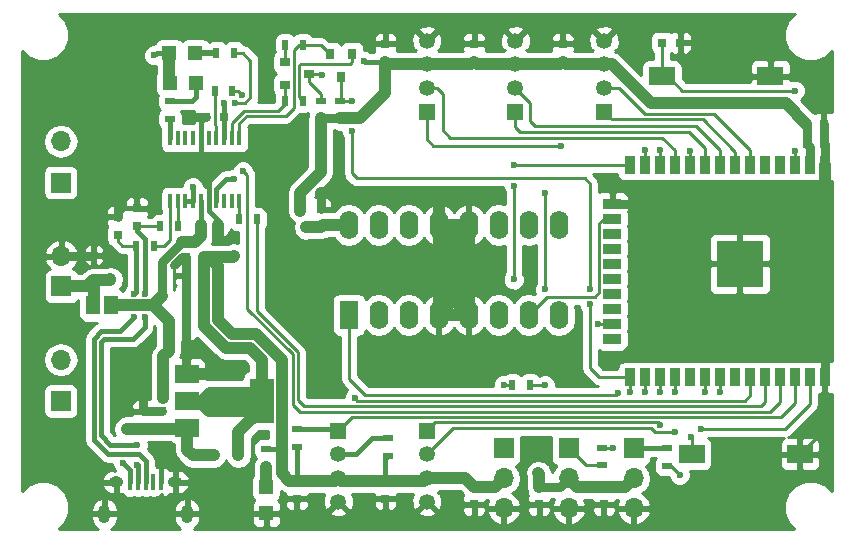
<source format=gtl>
G04 #@! TF.FileFunction,Copper,L1,Top,Signal*
%FSLAX46Y46*%
G04 Gerber Fmt 4.6, Leading zero omitted, Abs format (unit mm)*
G04 Created by KiCad (PCBNEW 4.0.7) date 06/10/18 23:59:59*
%MOMM*%
%LPD*%
G01*
G04 APERTURE LIST*
%ADD10C,0.100000*%
%ADD11R,0.750000X0.800000*%
%ADD12R,0.899160X1.498600*%
%ADD13R,1.498600X0.899160*%
%ADD14R,4.000000X4.000000*%
%ADD15R,1.350000X1.350000*%
%ADD16C,1.350000*%
%ADD17R,1.700000X1.700000*%
%ADD18O,1.700000X1.700000*%
%ADD19R,1.600000X2.400000*%
%ADD20O,1.600000X2.400000*%
%ADD21R,2.180000X1.600000*%
%ADD22R,0.800000X0.750000*%
%ADD23R,0.600000X0.450000*%
%ADD24R,0.800000X0.900000*%
%ADD25R,0.900000X0.800000*%
%ADD26R,0.900000X0.500000*%
%ADD27R,0.500000X0.900000*%
%ADD28R,0.400000X1.350000*%
%ADD29O,1.250000X0.950000*%
%ADD30O,1.000000X1.550000*%
%ADD31R,0.450000X0.600000*%
%ADD32R,1.200000X1.200000*%
%ADD33R,2.000000X3.800000*%
%ADD34R,2.000000X1.500000*%
%ADD35R,0.406400X1.270000*%
%ADD36R,1.168400X1.600200*%
%ADD37C,0.600000*%
%ADD38C,0.750000*%
%ADD39C,1.000000*%
%ADD40C,0.400000*%
%ADD41C,0.500000*%
%ADD42C,0.250000*%
%ADD43C,0.254000*%
G04 APERTURE END LIST*
D10*
D11*
X131500000Y-83250000D03*
X131500000Y-84750000D03*
D12*
X168698740Y-93500780D03*
X167428740Y-93500780D03*
X166158740Y-93500780D03*
X164888740Y-93500780D03*
X163618740Y-93500780D03*
X162348740Y-93500780D03*
X161078740Y-93500780D03*
X159811280Y-93500780D03*
X158541280Y-93500780D03*
X157271280Y-93500780D03*
X156001280Y-93500780D03*
X154731280Y-93500780D03*
X153461280Y-93500780D03*
X152191280Y-93500780D03*
D13*
X150700300Y-96785000D03*
X150700300Y-98055000D03*
X150700300Y-99325000D03*
X150700300Y-100595000D03*
X150700300Y-101865000D03*
X150700300Y-103135000D03*
X150700300Y-104405000D03*
X150700300Y-105675000D03*
X150700300Y-106945000D03*
X150700300Y-108215000D03*
D12*
X152191280Y-111499220D03*
X153461280Y-111499220D03*
X154731280Y-111499220D03*
X156001280Y-111499220D03*
X157271280Y-111499220D03*
X158541280Y-111499220D03*
X159811280Y-111499220D03*
X161078740Y-111499220D03*
X162348740Y-111499220D03*
X163618740Y-111499220D03*
X164888740Y-111499220D03*
X166158740Y-111499220D03*
X167428740Y-111499220D03*
X168698740Y-111499220D03*
D14*
X161500000Y-101865000D03*
D15*
X135000000Y-116000000D03*
D16*
X135000000Y-118000000D03*
X135000000Y-120000000D03*
X135000000Y-122000000D03*
D15*
X127500000Y-116000000D03*
D16*
X127500000Y-118000000D03*
X127500000Y-120000000D03*
X127500000Y-122000000D03*
D17*
X104064000Y-103791000D03*
D18*
X104064000Y-101251000D03*
D19*
X128400000Y-106200000D03*
D20*
X146180000Y-98580000D03*
X130940000Y-106200000D03*
X143640000Y-98580000D03*
X133480000Y-106200000D03*
X141100000Y-98580000D03*
X136020000Y-106200000D03*
X138560000Y-98580000D03*
X138560000Y-106200000D03*
X136020000Y-98580000D03*
X141100000Y-106200000D03*
X133480000Y-98580000D03*
X143640000Y-106200000D03*
X130940000Y-98580000D03*
X146180000Y-106200000D03*
X128400000Y-98580000D03*
D17*
X152500000Y-117500000D03*
D18*
X152500000Y-120040000D03*
X152500000Y-122580000D03*
D17*
X141500000Y-117500000D03*
D18*
X141500000Y-120040000D03*
X141500000Y-122580000D03*
D21*
X154910000Y-86000000D03*
X164090000Y-86000000D03*
D11*
X111000000Y-115850000D03*
X111000000Y-114350000D03*
D22*
X113150000Y-107400000D03*
X114650000Y-107400000D03*
X116150000Y-104500000D03*
X114650000Y-104500000D03*
D23*
X116950000Y-118100000D03*
X119050000Y-118100000D03*
D24*
X128670800Y-84088200D03*
X126770800Y-84088200D03*
X127720800Y-86088200D03*
D25*
X122987000Y-84824000D03*
X122987000Y-86724000D03*
X124987000Y-85774000D03*
D26*
X127670000Y-89572000D03*
X127670000Y-88072000D03*
D27*
X122983000Y-83361000D03*
X124483000Y-83361000D03*
X122983000Y-88060000D03*
X124483000Y-88060000D03*
D26*
X126019000Y-89572000D03*
X126019000Y-88072000D03*
D21*
X157410000Y-118000000D03*
X166590000Y-118000000D03*
D11*
X112600000Y-115850000D03*
X112600000Y-114350000D03*
D22*
X116150000Y-106000000D03*
X114650000Y-106000000D03*
X167100000Y-90000000D03*
X168600000Y-90000000D03*
X167150000Y-91700000D03*
X168650000Y-91700000D03*
X154950000Y-83150000D03*
X156450000Y-83150000D03*
D11*
X139000000Y-120750000D03*
X139000000Y-122250000D03*
D26*
X124000000Y-117350000D03*
X124000000Y-115850000D03*
X131700000Y-118150000D03*
X131700000Y-116650000D03*
D11*
X150000000Y-120750000D03*
X150000000Y-122250000D03*
D22*
X114650000Y-102900000D03*
X116150000Y-102900000D03*
X114650000Y-101300000D03*
X116150000Y-101300000D03*
D11*
X126000000Y-97250000D03*
X126000000Y-98750000D03*
D26*
X121400000Y-117550000D03*
X121400000Y-119050000D03*
D17*
X104000000Y-95000000D03*
D18*
X104000000Y-91500000D03*
D17*
X104000000Y-113500000D03*
D18*
X104000000Y-110000000D03*
D28*
X109900000Y-120350000D03*
X110550000Y-120350000D03*
X111200000Y-120350000D03*
X111850000Y-120350000D03*
X112500000Y-120350000D03*
D29*
X108700000Y-120350000D03*
X113700000Y-120350000D03*
D30*
X107700000Y-123050000D03*
X114700000Y-123050000D03*
D15*
X150000000Y-89000000D03*
D16*
X150000000Y-87000000D03*
X150000000Y-85000000D03*
X150000000Y-83000000D03*
D15*
X142500000Y-89000000D03*
D16*
X142500000Y-87000000D03*
X142500000Y-85000000D03*
X142500000Y-83000000D03*
D15*
X135000000Y-89000000D03*
D16*
X135000000Y-87000000D03*
X135000000Y-85000000D03*
X135000000Y-83000000D03*
D27*
X119112600Y-98094800D03*
X120612600Y-98094800D03*
X117029800Y-87249000D03*
X118529800Y-87249000D03*
X142250000Y-112150000D03*
X143750000Y-112150000D03*
D26*
X155300000Y-117500000D03*
X155300000Y-119000000D03*
D11*
X108864400Y-97903600D03*
X108864400Y-99403600D03*
D31*
X106800000Y-103250000D03*
X106800000Y-101150000D03*
D32*
X121400000Y-120800000D03*
X121400000Y-123000000D03*
D33*
X121006000Y-113492000D03*
D34*
X114706000Y-113492000D03*
X114706000Y-115792000D03*
X114706000Y-111192000D03*
D22*
X117346160Y-98572320D03*
X115846160Y-98572320D03*
D11*
X110439200Y-97167000D03*
X110439200Y-98667000D03*
D22*
X116293200Y-89408000D03*
X117793200Y-89408000D03*
D32*
X113200000Y-84010500D03*
X115400000Y-84010500D03*
X113250800Y-86537800D03*
X115450800Y-86537800D03*
D27*
X113907000Y-98704400D03*
X112407000Y-98704400D03*
X111875000Y-100330000D03*
X110375000Y-100330000D03*
X118669500Y-84010500D03*
X117169500Y-84010500D03*
D26*
X113258600Y-89599200D03*
X113258600Y-88099200D03*
D35*
X119110760Y-91231720D03*
X118475760Y-91231720D03*
X117815360Y-91231720D03*
X117154960Y-91231720D03*
X116519960Y-91231720D03*
X115859560Y-91231720D03*
X115199160Y-91231720D03*
X114564160Y-91231720D03*
X113903760Y-91231720D03*
X113268760Y-91231720D03*
X113268760Y-96565720D03*
X113903760Y-96565720D03*
X114564160Y-96565720D03*
X115199160Y-96565720D03*
X115859560Y-96565720D03*
X116519960Y-96565720D03*
X117154960Y-96565720D03*
X117815360Y-96565720D03*
X118475760Y-96565720D03*
X119110760Y-96565720D03*
D11*
X139000000Y-83250000D03*
X139000000Y-84750000D03*
X146500000Y-83250000D03*
X146500000Y-84750000D03*
X131500000Y-121750000D03*
X131500000Y-120250000D03*
X124000000Y-121750000D03*
X124000000Y-120250000D03*
X144500000Y-122250000D03*
X144500000Y-120750000D03*
D26*
X149800000Y-118950000D03*
X149800000Y-117450000D03*
D17*
X147000000Y-117500000D03*
D18*
X147000000Y-120040000D03*
X147000000Y-122580000D03*
D36*
X106738000Y-105400000D03*
X108262000Y-105400000D03*
D37*
X112700000Y-113200000D03*
X109600000Y-115900000D03*
X109300000Y-118700000D03*
X115100000Y-89350000D03*
X168400000Y-95350000D03*
X161600000Y-101750000D03*
X168700000Y-109900000D03*
X152400000Y-96800000D03*
X126000000Y-95900000D03*
X112500000Y-118600000D03*
X116600000Y-111200000D03*
X111000000Y-113100000D03*
X108800000Y-96600000D03*
X113600000Y-102000000D03*
X117348000Y-99822000D03*
X115824000Y-93345000D03*
X111785400Y-97205800D03*
X111938000Y-84233000D03*
X129718000Y-84741000D03*
X124300000Y-97400000D03*
X118650000Y-101200000D03*
X156400000Y-119750000D03*
X158250000Y-115850000D03*
X150750000Y-117450000D03*
X153450000Y-112750000D03*
X154750000Y-112750000D03*
X154750000Y-115500000D03*
X148800000Y-104000000D03*
X148800000Y-105300000D03*
X157400000Y-116550000D03*
X152200000Y-112750000D03*
X128700000Y-88100000D03*
X128650000Y-90600000D03*
X159800000Y-112750000D03*
X146400000Y-91900000D03*
X157277000Y-92297500D03*
X154750000Y-92250000D03*
X145000000Y-95850000D03*
X145000000Y-104000000D03*
X145000000Y-112150000D03*
X128900000Y-113250000D03*
X151150000Y-112850000D03*
X158550000Y-112750000D03*
X156000000Y-116150000D03*
X156000000Y-112750000D03*
X153461280Y-92261280D03*
X149450000Y-106950000D03*
X142400000Y-93500000D03*
X142400000Y-95300000D03*
X142350000Y-103200000D03*
X119367500Y-87598500D03*
X119431000Y-94012000D03*
X110200000Y-106400000D03*
X110200000Y-104400000D03*
X111100000Y-104400000D03*
X111100000Y-106400000D03*
X110500000Y-117200000D03*
X110500000Y-118900000D03*
X141500000Y-112150000D03*
X166167000Y-87217500D03*
X166167000Y-92297500D03*
X126150000Y-85850000D03*
X115189000Y-95377000D03*
X117830600Y-88290400D03*
X118719800Y-88271600D03*
X118694200Y-94665800D03*
X144450000Y-119600000D03*
X108200000Y-103200000D03*
X124800000Y-98800000D03*
D38*
X114284778Y-100000000D02*
X112600000Y-101684778D01*
X112600000Y-101684778D02*
X112600000Y-104600000D01*
D39*
X112600000Y-104600000D02*
X111800000Y-105400000D01*
X115400000Y-100000000D02*
X114284778Y-100000000D01*
X114706000Y-115792000D02*
X114706000Y-117606000D01*
X115200000Y-118100000D02*
X116950000Y-118100000D01*
X114706000Y-117606000D02*
X115200000Y-118100000D01*
X113150000Y-107400000D02*
X113150000Y-109250000D01*
X113150000Y-109250000D02*
X112700000Y-109700000D01*
X112700000Y-109700000D02*
X112700000Y-113200000D01*
X111000000Y-115850000D02*
X109650000Y-115850000D01*
X109650000Y-115850000D02*
X109600000Y-115900000D01*
D40*
X109900000Y-119300000D02*
X109900000Y-120350000D01*
X109300000Y-118700000D02*
X109900000Y-119300000D01*
D39*
X112600000Y-115850000D02*
X114648000Y-115850000D01*
D38*
X114648000Y-115850000D02*
X114706000Y-115792000D01*
D39*
X111000000Y-115850000D02*
X112600000Y-115850000D01*
X113150000Y-107400000D02*
X113150000Y-106750000D01*
X113150000Y-106750000D02*
X111800000Y-105400000D01*
X115846160Y-98572320D02*
X115846160Y-99553840D01*
X115846160Y-99553840D02*
X115400000Y-100000000D01*
X111800000Y-105400000D02*
X108262000Y-105400000D01*
D40*
X115859560Y-96565720D02*
X115859560Y-98558920D01*
D41*
X114564000Y-115650000D02*
X114706000Y-115792000D01*
D38*
X114564000Y-115650000D02*
X114706000Y-115792000D01*
X116293200Y-89408000D02*
X115158000Y-89408000D01*
X115158000Y-89408000D02*
X115100000Y-89350000D01*
D39*
X168698740Y-93500780D02*
X168698740Y-95051260D01*
X168698740Y-95051260D02*
X168400000Y-95350000D01*
D38*
X161600000Y-101750000D02*
X161500000Y-101850000D01*
X161500000Y-101850000D02*
X161500000Y-101865000D01*
X168698740Y-111499220D02*
X168698740Y-109901260D01*
X168698740Y-109901260D02*
X168700000Y-109900000D01*
X150700300Y-96785000D02*
X152385000Y-96785000D01*
X152385000Y-96785000D02*
X152400000Y-96800000D01*
X168650000Y-91700000D02*
X168650000Y-90050000D01*
X168650000Y-90050000D02*
X168600000Y-90000000D01*
X168698740Y-93500780D02*
X168698740Y-91748740D01*
X168698740Y-91748740D02*
X168650000Y-91700000D01*
D42*
X168698740Y-111499220D02*
X168698740Y-115891260D01*
X168698740Y-115891260D02*
X166590000Y-118000000D01*
D39*
X114750000Y-123000000D02*
X114700000Y-123050000D01*
D40*
X112500000Y-120350000D02*
X112500000Y-118600000D01*
D39*
X116592000Y-111192000D02*
X116600000Y-111200000D01*
X114706000Y-111192000D02*
X116592000Y-111192000D01*
D38*
X111000000Y-113100000D02*
X111000000Y-114350000D01*
X114706000Y-111192000D02*
X114408000Y-111192000D01*
X112600000Y-114350000D02*
X111000000Y-114350000D01*
X114650000Y-107400000D02*
X114650000Y-111136000D01*
X114650000Y-111136000D02*
X114706000Y-111192000D01*
X114650000Y-106000000D02*
X114650000Y-107400000D01*
D39*
X136020000Y-98580000D02*
X136020000Y-96420000D01*
X135500000Y-95900000D02*
X126000000Y-95900000D01*
X136020000Y-96420000D02*
X135500000Y-95900000D01*
D38*
X126000000Y-97250000D02*
X126000000Y-95900000D01*
D39*
X138560000Y-98580000D02*
X138220000Y-98580000D01*
X138220000Y-98580000D02*
X137700000Y-99100000D01*
X137700000Y-105340000D02*
X138560000Y-106200000D01*
X137700000Y-99100000D02*
X137700000Y-105340000D01*
X136020000Y-98580000D02*
X136180000Y-98580000D01*
X136180000Y-98580000D02*
X136800000Y-99200000D01*
X136800000Y-105420000D02*
X136020000Y-106200000D01*
X136800000Y-99200000D02*
X136800000Y-105420000D01*
X136020000Y-98580000D02*
X138560000Y-98580000D01*
X138560000Y-106200000D02*
X136020000Y-106200000D01*
X138560000Y-98580000D02*
X138560000Y-106200000D01*
X136020000Y-98580000D02*
X136020000Y-106200000D01*
D38*
X108864400Y-97903600D02*
X108864400Y-96664400D01*
X108864400Y-96664400D02*
X108800000Y-96600000D01*
X104064000Y-101251000D02*
X106699000Y-101251000D01*
X106699000Y-101251000D02*
X106800000Y-101150000D01*
X114650000Y-101300000D02*
X114300000Y-101300000D01*
X114300000Y-101300000D02*
X113600000Y-102000000D01*
X114650000Y-104500000D02*
X114650000Y-106000000D01*
X114650000Y-102900000D02*
X114650000Y-104500000D01*
X114650000Y-101300000D02*
X114650000Y-102900000D01*
D39*
X117346160Y-99820160D02*
X117346160Y-98572320D01*
X117348000Y-99822000D02*
X117346160Y-99820160D01*
D40*
X116519960Y-96565720D02*
X116519960Y-94040960D01*
X116519960Y-94040960D02*
X115824000Y-93345000D01*
X115859560Y-91231720D02*
X115859560Y-93309440D01*
X115859560Y-93309440D02*
X115824000Y-93345000D01*
D41*
X168735000Y-93464520D02*
X168698740Y-93500780D01*
D40*
X115859560Y-91231720D02*
X115859560Y-89841640D01*
X115859560Y-89841640D02*
X116293200Y-89408000D01*
X110439200Y-97167000D02*
X111746600Y-97167000D01*
X111746600Y-97167000D02*
X111785400Y-97205800D01*
X108864400Y-97903600D02*
X108864400Y-97637600D01*
X108864400Y-97637600D02*
X109335000Y-97167000D01*
X109335000Y-97167000D02*
X110439200Y-97167000D01*
X116519960Y-96565720D02*
X116519960Y-97368360D01*
X117346160Y-98194560D02*
X117346160Y-98572320D01*
X116519960Y-97368360D02*
X117346160Y-98194560D01*
D39*
X150000000Y-85000000D02*
X150678000Y-85000000D01*
X165397000Y-88297000D02*
X167100000Y-90000000D01*
X153975000Y-88297000D02*
X165397000Y-88297000D01*
X150678000Y-85000000D02*
X153975000Y-88297000D01*
X135000000Y-85000000D02*
X131750000Y-85000000D01*
X131750000Y-85000000D02*
X131500000Y-84750000D01*
X142500000Y-85000000D02*
X139250000Y-85000000D01*
X139250000Y-85000000D02*
X139000000Y-84750000D01*
X150000000Y-85000000D02*
X146750000Y-85000000D01*
X146750000Y-85000000D02*
X146500000Y-84750000D01*
D40*
X131500000Y-84750000D02*
X129727000Y-84750000D01*
X112160500Y-84010500D02*
X113200000Y-84010500D01*
X111938000Y-84233000D02*
X112160500Y-84010500D01*
X129727000Y-84750000D02*
X129718000Y-84741000D01*
D39*
X131500000Y-120250000D02*
X127750000Y-120250000D01*
X127750000Y-120250000D02*
X127500000Y-120000000D01*
D38*
X167150000Y-91700000D02*
X167150000Y-90050000D01*
X167150000Y-90050000D02*
X167100000Y-90000000D01*
X167428740Y-93500780D02*
X167428740Y-91978740D01*
X167428740Y-91978740D02*
X167150000Y-91700000D01*
D39*
X126019000Y-89572000D02*
X126019000Y-94131000D01*
X126019000Y-94131000D02*
X124300000Y-95850000D01*
X124300000Y-95850000D02*
X124300000Y-97400000D01*
X118650000Y-101200000D02*
X118550000Y-101300000D01*
X118550000Y-101300000D02*
X116150000Y-101300000D01*
D40*
X131500000Y-120250000D02*
X131500000Y-118350000D01*
X131500000Y-118350000D02*
X131700000Y-118150000D01*
X124000000Y-120250000D02*
X124000000Y-117350000D01*
X121400000Y-117550000D02*
X122700000Y-117550000D01*
X122500000Y-117500000D02*
X122700000Y-117500000D01*
X122650000Y-117500000D02*
X122500000Y-117500000D01*
X122700000Y-117550000D02*
X122650000Y-117500000D01*
D39*
X139000000Y-120750000D02*
X140790000Y-120750000D01*
X140790000Y-120750000D02*
X141500000Y-120040000D01*
X135000000Y-120000000D02*
X138250000Y-120000000D01*
X138250000Y-120000000D02*
X139000000Y-120750000D01*
X131500000Y-120250000D02*
X134750000Y-120250000D01*
X134750000Y-120250000D02*
X135000000Y-120000000D01*
X124000000Y-120250000D02*
X127250000Y-120250000D01*
X127250000Y-120250000D02*
X127500000Y-120000000D01*
X116150000Y-101300000D02*
X116500000Y-101300000D01*
X116500000Y-101300000D02*
X117300000Y-102100000D01*
X123350000Y-120250000D02*
X124000000Y-120250000D01*
X122700000Y-119600000D02*
X123350000Y-120250000D01*
X122700000Y-110000000D02*
X122700000Y-117500000D01*
X122700000Y-117500000D02*
X122700000Y-119600000D01*
X120500000Y-107800000D02*
X122700000Y-110000000D01*
X118500000Y-107800000D02*
X120500000Y-107800000D01*
X117300000Y-106600000D02*
X118500000Y-107800000D01*
X117300000Y-102100000D02*
X117300000Y-106600000D01*
X119050000Y-118100000D02*
X119050000Y-116150000D01*
X119050000Y-116150000D02*
X121006000Y-114194000D01*
X121006000Y-114194000D02*
X121006000Y-113492000D01*
X142500000Y-85000000D02*
X146250000Y-85000000D01*
X135000000Y-85000000D02*
X138750000Y-85000000D01*
X138750000Y-85000000D02*
X139000000Y-84750000D01*
X127670000Y-89572000D02*
X129328000Y-89572000D01*
X131500000Y-87400000D02*
X131500000Y-84750000D01*
X129328000Y-89572000D02*
X131500000Y-87400000D01*
X116150000Y-102900000D02*
X116150000Y-101300000D01*
X116150000Y-104500000D02*
X116150000Y-102900000D01*
X116150000Y-106000000D02*
X116150000Y-104500000D01*
X121006000Y-113492000D02*
X121006000Y-110006000D01*
X116150000Y-107150000D02*
X116150000Y-106000000D01*
X118000000Y-109000000D02*
X116150000Y-107150000D01*
X120000000Y-109000000D02*
X118000000Y-109000000D01*
X121006000Y-110006000D02*
X120000000Y-109000000D01*
X114706000Y-113492000D02*
X116459000Y-113492000D01*
X113200000Y-84010500D02*
X113200000Y-86487000D01*
X113200000Y-86487000D02*
X113250800Y-86537800D01*
D38*
X114706000Y-113492000D02*
X116078000Y-113492000D01*
X116586000Y-114000000D02*
X120498000Y-114000000D01*
X116078000Y-113492000D02*
X116586000Y-114000000D01*
X120498000Y-114000000D02*
X121006000Y-113492000D01*
X114706000Y-113492000D02*
X115570000Y-113492000D01*
X115570000Y-113492000D02*
X116459000Y-114381000D01*
X116459000Y-114381000D02*
X120117000Y-114381000D01*
X120117000Y-114381000D02*
X121006000Y-113492000D01*
X116967000Y-112984000D02*
X120498000Y-112984000D01*
X116459000Y-113492000D02*
X116967000Y-112984000D01*
X120498000Y-112984000D02*
X121006000Y-113492000D01*
X114706000Y-113492000D02*
X115697000Y-113492000D01*
X115697000Y-113492000D02*
X116586000Y-112603000D01*
X116586000Y-112603000D02*
X120117000Y-112603000D01*
X120117000Y-112603000D02*
X121006000Y-113492000D01*
X127670000Y-89572000D02*
X126019000Y-89572000D01*
D39*
X114706000Y-113492000D02*
X121006000Y-113492000D01*
D42*
X128650000Y-114850000D02*
X165000000Y-114850000D01*
X127500000Y-116000000D02*
X128650000Y-114850000D01*
X166158740Y-113691260D02*
X166158740Y-111499220D01*
X165000000Y-114850000D02*
X166158740Y-113691260D01*
D40*
X124000000Y-115850000D02*
X127350000Y-115850000D01*
X127350000Y-115850000D02*
X127500000Y-116000000D01*
D42*
X167428740Y-111499220D02*
X167428740Y-113771260D01*
X156400000Y-119750000D02*
X155650000Y-119000000D01*
X165350000Y-115850000D02*
X158250000Y-115850000D01*
X167428740Y-113771260D02*
X165350000Y-115850000D01*
X155650000Y-119000000D02*
X155300000Y-119000000D01*
X153461280Y-111499220D02*
X153461280Y-112738720D01*
X150750000Y-117450000D02*
X149800000Y-117450000D01*
X153461280Y-112738720D02*
X153450000Y-112750000D01*
X135700000Y-115300000D02*
X135000000Y-116000000D01*
X154550000Y-115300000D02*
X135700000Y-115300000D01*
X154750000Y-115500000D02*
X154550000Y-115300000D01*
X154731280Y-111499220D02*
X154731280Y-112731280D01*
X128670800Y-84088200D02*
X128670800Y-84829200D01*
X124200000Y-87777000D02*
X124483000Y-88060000D01*
X124200000Y-85100000D02*
X124200000Y-87777000D01*
X124300000Y-85000000D02*
X124200000Y-85100000D01*
X128500000Y-85000000D02*
X124300000Y-85000000D01*
X128670800Y-84829200D02*
X128500000Y-85000000D01*
X124556000Y-88133000D02*
X124483000Y-88060000D01*
X152191280Y-111499220D02*
X149599220Y-111499220D01*
X128650000Y-94200000D02*
X128650000Y-90600000D01*
X129100000Y-94650000D02*
X128650000Y-94200000D01*
X148350000Y-94650000D02*
X129100000Y-94650000D01*
X148800000Y-95100000D02*
X148350000Y-94650000D01*
X148800000Y-104000000D02*
X148800000Y-95100000D01*
X148800000Y-110700000D02*
X148800000Y-105300000D01*
X149599220Y-111499220D02*
X148800000Y-110700000D01*
X157410000Y-116560000D02*
X157400000Y-116550000D01*
X157410000Y-116560000D02*
X157410000Y-118000000D01*
X152191280Y-112741280D02*
X152191280Y-111499220D01*
X127670000Y-88072000D02*
X128672000Y-88072000D01*
X128672000Y-88072000D02*
X128700000Y-88100000D01*
X127720800Y-86088200D02*
X127720800Y-88021200D01*
X127720800Y-88021200D02*
X127670000Y-88072000D01*
X127686000Y-88056000D02*
X127670000Y-88072000D01*
X122983000Y-83361000D02*
X122983000Y-84820000D01*
X122983000Y-84820000D02*
X122987000Y-84824000D01*
X159811280Y-111499220D02*
X159811280Y-112738720D01*
X159811280Y-112738720D02*
X159800000Y-112750000D01*
X143750000Y-89500000D02*
X143750000Y-89819500D01*
X159811280Y-92211280D02*
X157800000Y-90200000D01*
X157800000Y-90200000D02*
X144450000Y-90200000D01*
X143750000Y-89500000D02*
X143750000Y-88250000D01*
X142500000Y-87000000D02*
X143750000Y-88250000D01*
X159811280Y-92211280D02*
X159811280Y-93500780D01*
X144130500Y-90200000D02*
X144450000Y-90200000D01*
X143750000Y-89819500D02*
X144130500Y-90200000D01*
X158541280Y-93500780D02*
X158541280Y-92041280D01*
X142500000Y-90300000D02*
X142500000Y-89000000D01*
X142900000Y-90700000D02*
X142500000Y-90300000D01*
X157200000Y-90700000D02*
X142900000Y-90700000D01*
X158541280Y-92041280D02*
X157200000Y-90700000D01*
X150000000Y-87000000D02*
X151247002Y-87000000D01*
X162348740Y-92225740D02*
X162348740Y-93500780D01*
X159309000Y-89186000D02*
X162348740Y-92225740D01*
X153433002Y-89186000D02*
X159309000Y-89186000D01*
X151247002Y-87000000D02*
X153433002Y-89186000D01*
X161078740Y-93500780D02*
X161078740Y-92378740D01*
X158350000Y-89650000D02*
X150650000Y-89650000D01*
X161078740Y-92378740D02*
X158350000Y-89650000D01*
X150650000Y-89650000D02*
X150000000Y-89000000D01*
X157271280Y-93500780D02*
X157271280Y-92303220D01*
X135550000Y-91900000D02*
X146400000Y-91900000D01*
X135000000Y-91350000D02*
X135550000Y-91900000D01*
X135000000Y-91350000D02*
X135000000Y-89000000D01*
X157271280Y-92303220D02*
X157277000Y-92297500D01*
X136350000Y-89694000D02*
X136350000Y-90547500D01*
X156001280Y-92251280D02*
X154950000Y-91200000D01*
X154950000Y-91200000D02*
X137850000Y-91200000D01*
X156001280Y-92251280D02*
X156001280Y-93500780D01*
X137002500Y-91200000D02*
X137850000Y-91200000D01*
X136350000Y-90547500D02*
X137002500Y-91200000D01*
X135850000Y-87000000D02*
X135000000Y-87000000D01*
X136350000Y-87500000D02*
X135850000Y-87000000D01*
X136350000Y-89700000D02*
X136350000Y-89694000D01*
X136350000Y-89694000D02*
X136350000Y-87500000D01*
X154731280Y-92268720D02*
X154750000Y-92250000D01*
X145000000Y-103900000D02*
X145000000Y-95850000D01*
X154731280Y-92268720D02*
X154731280Y-93500780D01*
X143750000Y-112150000D02*
X145000000Y-112150000D01*
X145000000Y-104000000D02*
X145000000Y-103900000D01*
X145000000Y-103950000D02*
X145000000Y-103900000D01*
X162348740Y-111499220D02*
X162348740Y-113021258D01*
X129119998Y-113469998D02*
X128900000Y-113250000D01*
X161900000Y-113469998D02*
X129119998Y-113469998D01*
X162348740Y-113021258D02*
X161900000Y-113469998D01*
D40*
X131700000Y-116650000D02*
X130350000Y-116650000D01*
X129000000Y-118000000D02*
X127500000Y-118000000D01*
X130350000Y-116650000D02*
X129000000Y-118000000D01*
D42*
X158541280Y-111499220D02*
X158541280Y-112741280D01*
X128400000Y-111600000D02*
X128400000Y-106200000D01*
X129800000Y-113000000D02*
X128400000Y-111600000D01*
X151000000Y-113000000D02*
X129800000Y-113000000D01*
X151150000Y-112850000D02*
X151000000Y-113000000D01*
X158541280Y-112741280D02*
X158550000Y-112750000D01*
X153950000Y-115750000D02*
X137250000Y-115750000D01*
X156000000Y-116150000D02*
X154350000Y-116150000D01*
X154350000Y-116150000D02*
X153950000Y-115750000D01*
X156001280Y-111499220D02*
X156001280Y-112748720D01*
X156001280Y-112748720D02*
X156000000Y-112750000D01*
X137250000Y-115750000D02*
X135000000Y-118000000D01*
X153461280Y-93500780D02*
X153461280Y-92261280D01*
X150700300Y-106945000D02*
X149455000Y-106945000D01*
X149455000Y-106945000D02*
X149450000Y-106950000D01*
X150700300Y-98055000D02*
X149995000Y-98055000D01*
X149995000Y-98055000D02*
X149600000Y-98450000D01*
X145190000Y-104650000D02*
X143640000Y-106200000D01*
X149200000Y-104650000D02*
X145190000Y-104650000D01*
X149600000Y-104250000D02*
X149200000Y-104650000D01*
X149600000Y-98450000D02*
X149600000Y-104250000D01*
X142400780Y-93500780D02*
X152191280Y-93500780D01*
X142400000Y-93500000D02*
X142400780Y-93500780D01*
X142400000Y-103150000D02*
X142400000Y-95300000D01*
X142350000Y-103200000D02*
X142400000Y-103150000D01*
X131100000Y-106040000D02*
X130940000Y-106200000D01*
X118529800Y-87249000D02*
X119018000Y-87249000D01*
X119800000Y-105700000D02*
X119800000Y-94400000D01*
X123650000Y-109550000D02*
X119800000Y-105700000D01*
X123650000Y-113800000D02*
X123650000Y-109550000D01*
X124250000Y-114400000D02*
X123650000Y-113800000D01*
X164050000Y-114400000D02*
X124250000Y-114400000D01*
X164888740Y-113561260D02*
X164050000Y-114400000D01*
X164888740Y-113561260D02*
X164888740Y-111499220D01*
X119800000Y-94381000D02*
X119431000Y-94012000D01*
X119800000Y-94400000D02*
X119800000Y-94381000D01*
X119018000Y-87249000D02*
X119367500Y-87598500D01*
X163618740Y-111499220D02*
X163618740Y-113568740D01*
X120612600Y-105904486D02*
X120612600Y-98094800D01*
X124080002Y-109371888D02*
X120612600Y-105904486D01*
X124080002Y-113400000D02*
X124080002Y-109371888D01*
X124580002Y-113900000D02*
X124080002Y-113400000D01*
X163287480Y-113900000D02*
X124580002Y-113900000D01*
X163618740Y-113568740D02*
X163287480Y-113900000D01*
D40*
X110375000Y-100330000D02*
X110375000Y-104225000D01*
X111200000Y-118600000D02*
X111200000Y-120350000D01*
X110600000Y-118000000D02*
X111200000Y-118600000D01*
X108000000Y-118000000D02*
X110600000Y-118000000D01*
X106800000Y-116800000D02*
X108000000Y-118000000D01*
X106800000Y-108200000D02*
X106800000Y-116800000D01*
X107400000Y-107600000D02*
X106800000Y-108200000D01*
X109000000Y-107600000D02*
X107400000Y-107600000D01*
X110200000Y-106400000D02*
X109000000Y-107600000D01*
X110375000Y-104225000D02*
X110200000Y-104400000D01*
D42*
X108864400Y-99403600D02*
X108864400Y-99974400D01*
X109220000Y-100330000D02*
X110375000Y-100330000D01*
X108864400Y-99974400D02*
X109220000Y-100330000D01*
X108774800Y-99314000D02*
X108864400Y-99403600D01*
D40*
X110439200Y-98667000D02*
X110439200Y-99139200D01*
X110439200Y-99139200D02*
X111100000Y-99800000D01*
X111100000Y-99800000D02*
X111100000Y-104400000D01*
X111100000Y-106400000D02*
X111100000Y-107200000D01*
X111100000Y-107200000D02*
X110100000Y-108200000D01*
X110100000Y-108200000D02*
X107680002Y-108200000D01*
X107680002Y-108200000D02*
X107400000Y-108480002D01*
X107400000Y-108480002D02*
X107400000Y-116400000D01*
X107400000Y-116400000D02*
X108200000Y-117200000D01*
X108200000Y-117200000D02*
X110500000Y-117200000D01*
X110500000Y-118900000D02*
X110550000Y-118950000D01*
X110550000Y-118950000D02*
X110550000Y-120350000D01*
D42*
X110439200Y-98667000D02*
X112369600Y-98667000D01*
X112369600Y-98667000D02*
X112407000Y-98704400D01*
X110436200Y-98664000D02*
X110439200Y-98667000D01*
X141500000Y-112150000D02*
X142250000Y-112150000D01*
D40*
X152500000Y-117500000D02*
X155300000Y-117500000D01*
D39*
X121400000Y-119050000D02*
X121400000Y-120800000D01*
D42*
X156642000Y-87217500D02*
X155424500Y-86000000D01*
X166167000Y-87217500D02*
X156642000Y-87217500D01*
X155424500Y-86000000D02*
X154910000Y-86000000D01*
X166158740Y-92305760D02*
X166167000Y-92297500D01*
X166158740Y-92305760D02*
X166158740Y-93500780D01*
X124987000Y-85774000D02*
X126074000Y-85774000D01*
X126150000Y-85850000D02*
X126074000Y-85774000D01*
X154910000Y-86000000D02*
X154910000Y-83190000D01*
X154910000Y-83190000D02*
X154950000Y-83150000D01*
X124987000Y-85774000D02*
X125341600Y-85774000D01*
X124987000Y-85774000D02*
X124987000Y-86473500D01*
X126019000Y-87505500D02*
X126019000Y-88072000D01*
X124987000Y-86473500D02*
X126019000Y-87505500D01*
X125003000Y-85758000D02*
X124987000Y-85774000D01*
D40*
X115199160Y-96565720D02*
X115199160Y-95387160D01*
X115199160Y-95387160D02*
X115189000Y-95377000D01*
X117793200Y-89408000D02*
X117793200Y-91209560D01*
X117793200Y-91209560D02*
X117815360Y-91231720D01*
X117830600Y-89370600D02*
X117830600Y-88290400D01*
X117830600Y-89370600D02*
X117793200Y-89408000D01*
X114564160Y-96565720D02*
X115199160Y-96565720D01*
D41*
X115400000Y-84010500D02*
X117169500Y-84010500D01*
D40*
X115450800Y-86537800D02*
X115450800Y-87774600D01*
X115126200Y-88099200D02*
X113258600Y-88099200D01*
X115450800Y-87774600D02*
X115126200Y-88099200D01*
D42*
X124483000Y-83361000D02*
X124189000Y-83361000D01*
X119110760Y-89989240D02*
X119110760Y-91231720D01*
X119750000Y-89350000D02*
X119110760Y-89989240D01*
X123050000Y-89350000D02*
X119750000Y-89350000D01*
X123750000Y-88650000D02*
X123050000Y-89350000D01*
X123750000Y-83800000D02*
X123750000Y-88650000D01*
X124189000Y-83361000D02*
X123750000Y-83800000D01*
X124483000Y-83361000D02*
X126043600Y-83361000D01*
X126043600Y-83361000D02*
X126770800Y-84088200D01*
X124483000Y-83361000D02*
X124483000Y-83222000D01*
X124352000Y-83492000D02*
X124483000Y-83361000D01*
X122983000Y-88060000D02*
X122983000Y-88336998D01*
X122983000Y-88336998D02*
X122419998Y-88900000D01*
X118475760Y-89974240D02*
X118475760Y-91231720D01*
X119550000Y-88900000D02*
X118475760Y-89974240D01*
X122419998Y-88900000D02*
X119550000Y-88900000D01*
X122987000Y-86724000D02*
X122854200Y-86724000D01*
X122987000Y-86724000D02*
X122987000Y-88056000D01*
X122987000Y-88056000D02*
X122983000Y-88060000D01*
X122983000Y-88060000D02*
X122983000Y-87667000D01*
X119110760Y-96565720D02*
X119110760Y-98092960D01*
X119110760Y-98092960D02*
X119112600Y-98094800D01*
X117154960Y-91231720D02*
X117154960Y-90230960D01*
X117029800Y-90105800D02*
X117029800Y-87249000D01*
X117154960Y-90230960D02*
X117029800Y-90105800D01*
X117029800Y-91106560D02*
X117154960Y-91231720D01*
X113903760Y-96565720D02*
X113903760Y-98701160D01*
X113903760Y-98701160D02*
X113907000Y-98704400D01*
X111875000Y-100330000D02*
X112776000Y-100330000D01*
X113268760Y-99837240D02*
X113268760Y-96565720D01*
X112776000Y-100330000D02*
X113268760Y-99837240D01*
X118719800Y-88271600D02*
X119583400Y-88271600D01*
X119399000Y-84010500D02*
X118669500Y-84010500D01*
X120066000Y-84677500D02*
X119399000Y-84010500D01*
X120066000Y-87789000D02*
X120066000Y-84677500D01*
X119583400Y-88271600D02*
X120066000Y-87789000D01*
D40*
X117154960Y-95519240D02*
X118008400Y-94665800D01*
X118008400Y-94665800D02*
X118694200Y-94665800D01*
X117154960Y-95519240D02*
X117154960Y-96565720D01*
X113268760Y-91231720D02*
X113268760Y-89609360D01*
X113268760Y-89609360D02*
X113258600Y-89599200D01*
D42*
X149800000Y-118950000D02*
X148450000Y-118950000D01*
X148450000Y-118950000D02*
X147000000Y-117500000D01*
D39*
X150000000Y-120750000D02*
X151790000Y-120750000D01*
X151790000Y-120750000D02*
X152500000Y-120040000D01*
X150000000Y-120750000D02*
X147710000Y-120750000D01*
X147710000Y-120750000D02*
X147000000Y-120040000D01*
X106800000Y-103250000D02*
X106800000Y-105338000D01*
X106800000Y-105338000D02*
X106738000Y-105400000D01*
X144500000Y-119650000D02*
X144500000Y-120750000D01*
X144450000Y-119600000D02*
X144500000Y-119650000D01*
D38*
X144500000Y-120750000D02*
X146290000Y-120750000D01*
X146290000Y-120750000D02*
X147000000Y-120040000D01*
D39*
X126000000Y-98750000D02*
X124850000Y-98750000D01*
X108150000Y-103250000D02*
X106800000Y-103250000D01*
X108200000Y-103200000D02*
X108150000Y-103250000D01*
X124850000Y-98750000D02*
X124800000Y-98800000D01*
X128400000Y-98580000D02*
X126170000Y-98580000D01*
X106750000Y-103250000D02*
X106209000Y-103791000D01*
X106209000Y-103791000D02*
X104064000Y-103791000D01*
D43*
G36*
X165606364Y-81232321D02*
X165265389Y-82053481D01*
X165264613Y-82942619D01*
X165604155Y-83764372D01*
X166232321Y-84393636D01*
X167053481Y-84734611D01*
X167942619Y-84735387D01*
X168764372Y-84395845D01*
X169290000Y-83871134D01*
X169290000Y-89057803D01*
X169126309Y-88990000D01*
X168885750Y-88990000D01*
X168727000Y-89148750D01*
X168727000Y-89873000D01*
X168747000Y-89873000D01*
X168747000Y-90127000D01*
X168727000Y-90127000D01*
X168727000Y-90851250D01*
X168777000Y-90901250D01*
X168777000Y-91573000D01*
X168797000Y-91573000D01*
X168797000Y-91827000D01*
X168777000Y-91827000D01*
X168777000Y-92551250D01*
X168825740Y-92599990D01*
X168825740Y-93373780D01*
X168845740Y-93373780D01*
X168845740Y-93627780D01*
X168825740Y-93627780D01*
X168825740Y-94726330D01*
X168984490Y-94885080D01*
X169274629Y-94885080D01*
X169290000Y-94878713D01*
X169290000Y-110121287D01*
X169274629Y-110114920D01*
X168984490Y-110114920D01*
X168825740Y-110273670D01*
X168825740Y-111372220D01*
X168845740Y-111372220D01*
X168845740Y-111626220D01*
X168825740Y-111626220D01*
X168825740Y-112724770D01*
X168984490Y-112883520D01*
X169274629Y-112883520D01*
X169290000Y-112877153D01*
X169290000Y-121129598D01*
X168767679Y-120606364D01*
X167946519Y-120265389D01*
X167057381Y-120264613D01*
X166235628Y-120604155D01*
X165606364Y-121232321D01*
X165265389Y-122053481D01*
X165264613Y-122942619D01*
X165604155Y-123764372D01*
X166128866Y-124290000D01*
X115264840Y-124290000D01*
X115412763Y-124217368D01*
X115700002Y-123876678D01*
X115835000Y-123452000D01*
X115835000Y-123285750D01*
X120165000Y-123285750D01*
X120165000Y-123726309D01*
X120261673Y-123959698D01*
X120440301Y-124138327D01*
X120673690Y-124235000D01*
X121114250Y-124235000D01*
X121273000Y-124076250D01*
X121273000Y-123127000D01*
X121527000Y-123127000D01*
X121527000Y-124076250D01*
X121685750Y-124235000D01*
X122126310Y-124235000D01*
X122359699Y-124138327D01*
X122538327Y-123959698D01*
X122635000Y-123726309D01*
X122635000Y-123285750D01*
X122476250Y-123127000D01*
X121527000Y-123127000D01*
X121273000Y-123127000D01*
X120323750Y-123127000D01*
X120165000Y-123285750D01*
X115835000Y-123285750D01*
X115835000Y-123177000D01*
X114827000Y-123177000D01*
X114827000Y-123197000D01*
X114573000Y-123197000D01*
X114573000Y-123177000D01*
X113565000Y-123177000D01*
X113565000Y-123452000D01*
X113699998Y-123876678D01*
X113987237Y-124217368D01*
X114135160Y-124290000D01*
X108264840Y-124290000D01*
X108412763Y-124217368D01*
X108700002Y-123876678D01*
X108835000Y-123452000D01*
X108835000Y-123177000D01*
X107827000Y-123177000D01*
X107827000Y-123197000D01*
X107573000Y-123197000D01*
X107573000Y-123177000D01*
X106565000Y-123177000D01*
X106565000Y-123452000D01*
X106699998Y-123876678D01*
X106987237Y-124217368D01*
X107135160Y-124290000D01*
X103870402Y-124290000D01*
X104393636Y-123767679D01*
X104734611Y-122946519D01*
X104734871Y-122648000D01*
X106565000Y-122648000D01*
X106565000Y-122923000D01*
X107573000Y-122923000D01*
X107573000Y-121807046D01*
X107827000Y-121807046D01*
X107827000Y-122923000D01*
X108835000Y-122923000D01*
X108835000Y-122648000D01*
X113565000Y-122648000D01*
X113565000Y-122923000D01*
X114573000Y-122923000D01*
X114573000Y-121807046D01*
X114827000Y-121807046D01*
X114827000Y-122923000D01*
X115835000Y-122923000D01*
X115835000Y-122917147D01*
X126762458Y-122917147D01*
X126821219Y-123150328D01*
X127313100Y-123322522D01*
X127833434Y-123293375D01*
X128178781Y-123150328D01*
X128237542Y-122917147D01*
X134262458Y-122917147D01*
X134321219Y-123150328D01*
X134813100Y-123322522D01*
X135333434Y-123293375D01*
X135678781Y-123150328D01*
X135737542Y-122917147D01*
X135000000Y-122179605D01*
X134262458Y-122917147D01*
X128237542Y-122917147D01*
X127500000Y-122179605D01*
X126762458Y-122917147D01*
X115835000Y-122917147D01*
X115835000Y-122648000D01*
X115700002Y-122223322D01*
X115412763Y-121882632D01*
X115001874Y-121680881D01*
X114827000Y-121807046D01*
X114573000Y-121807046D01*
X114398126Y-121680881D01*
X113987237Y-121882632D01*
X113699998Y-122223322D01*
X113565000Y-122648000D01*
X108835000Y-122648000D01*
X108700002Y-122223322D01*
X108412763Y-121882632D01*
X108001874Y-121680881D01*
X107827000Y-121807046D01*
X107573000Y-121807046D01*
X107398126Y-121680881D01*
X106987237Y-121882632D01*
X106699998Y-122223322D01*
X106565000Y-122648000D01*
X104734871Y-122648000D01*
X104735387Y-122057381D01*
X104395845Y-121235628D01*
X103809181Y-120647938D01*
X107480732Y-120647938D01*
X107664448Y-121021821D01*
X107988951Y-121309568D01*
X108398869Y-121451229D01*
X108573000Y-121302563D01*
X108573000Y-120477000D01*
X107607266Y-120477000D01*
X107480732Y-120647938D01*
X103809181Y-120647938D01*
X103767679Y-120606364D01*
X102946519Y-120265389D01*
X102057381Y-120264613D01*
X101235628Y-120604155D01*
X100710000Y-121128866D01*
X100710000Y-112650000D01*
X102502560Y-112650000D01*
X102502560Y-114350000D01*
X102546838Y-114585317D01*
X102685910Y-114801441D01*
X102898110Y-114946431D01*
X103150000Y-114997440D01*
X104850000Y-114997440D01*
X105085317Y-114953162D01*
X105301441Y-114814090D01*
X105446431Y-114601890D01*
X105497440Y-114350000D01*
X105497440Y-112650000D01*
X105453162Y-112414683D01*
X105314090Y-112198559D01*
X105101890Y-112053569D01*
X104850000Y-112002560D01*
X103150000Y-112002560D01*
X102914683Y-112046838D01*
X102698559Y-112185910D01*
X102553569Y-112398110D01*
X102502560Y-112650000D01*
X100710000Y-112650000D01*
X100710000Y-110000000D01*
X102485907Y-110000000D01*
X102598946Y-110568285D01*
X102920853Y-111050054D01*
X103402622Y-111371961D01*
X103970907Y-111485000D01*
X104029093Y-111485000D01*
X104597378Y-111371961D01*
X105079147Y-111050054D01*
X105401054Y-110568285D01*
X105514093Y-110000000D01*
X105401054Y-109431715D01*
X105079147Y-108949946D01*
X104597378Y-108628039D01*
X104029093Y-108515000D01*
X103970907Y-108515000D01*
X103402622Y-108628039D01*
X102920853Y-108949946D01*
X102598946Y-109431715D01*
X102485907Y-110000000D01*
X100710000Y-110000000D01*
X100710000Y-102941000D01*
X102566560Y-102941000D01*
X102566560Y-104641000D01*
X102610838Y-104876317D01*
X102749910Y-105092441D01*
X102962110Y-105237431D01*
X103214000Y-105288440D01*
X104914000Y-105288440D01*
X105149317Y-105244162D01*
X105365441Y-105105090D01*
X105487808Y-104926000D01*
X105506360Y-104926000D01*
X105506360Y-106200100D01*
X105550638Y-106435417D01*
X105689710Y-106651541D01*
X105901910Y-106796531D01*
X106153800Y-106847540D01*
X107052055Y-106847540D01*
X106838199Y-106990434D01*
X106809566Y-107009566D01*
X106209566Y-107609566D01*
X106028561Y-107880459D01*
X105965000Y-108200000D01*
X105965000Y-116800000D01*
X106028561Y-117119541D01*
X106201632Y-117378560D01*
X106209566Y-117390434D01*
X107409566Y-118590434D01*
X107680459Y-118771439D01*
X108000000Y-118835000D01*
X108364882Y-118835000D01*
X108364838Y-118885167D01*
X108506883Y-119228943D01*
X108572998Y-119295173D01*
X108572998Y-119397435D01*
X108398869Y-119248771D01*
X107988951Y-119390432D01*
X107664448Y-119678179D01*
X107480732Y-120052062D01*
X107607266Y-120223000D01*
X108573000Y-120223000D01*
X108573000Y-120203000D01*
X108827000Y-120203000D01*
X108827000Y-120223000D01*
X108847000Y-120223000D01*
X108847000Y-120477000D01*
X108827000Y-120477000D01*
X108827000Y-121302563D01*
X109001131Y-121451229D01*
X109179926Y-121389440D01*
X109235910Y-121476441D01*
X109448110Y-121621431D01*
X109700000Y-121672440D01*
X110100000Y-121672440D01*
X110229589Y-121648056D01*
X110350000Y-121672440D01*
X110750000Y-121672440D01*
X110879589Y-121648056D01*
X111000000Y-121672440D01*
X111400000Y-121672440D01*
X111529589Y-121648056D01*
X111650000Y-121672440D01*
X112050000Y-121672440D01*
X112155705Y-121652550D01*
X112173690Y-121660000D01*
X112241250Y-121660000D01*
X112270254Y-121630996D01*
X112285317Y-121628162D01*
X112501441Y-121489090D01*
X112600000Y-121344844D01*
X112600000Y-121501250D01*
X112758750Y-121660000D01*
X112826310Y-121660000D01*
X113059699Y-121563327D01*
X113230115Y-121392910D01*
X113398869Y-121451229D01*
X113573000Y-121302563D01*
X113573000Y-120477000D01*
X113827000Y-120477000D01*
X113827000Y-121302563D01*
X114001131Y-121451229D01*
X114411049Y-121309568D01*
X114735552Y-121021821D01*
X114919268Y-120647938D01*
X114792734Y-120477000D01*
X113827000Y-120477000D01*
X113573000Y-120477000D01*
X113553000Y-120477000D01*
X113553000Y-120223000D01*
X113573000Y-120223000D01*
X113573000Y-119397437D01*
X113827000Y-119397437D01*
X113827000Y-120223000D01*
X114792734Y-120223000D01*
X114919268Y-120052062D01*
X114735552Y-119678179D01*
X114411049Y-119390432D01*
X114001131Y-119248771D01*
X113827000Y-119397437D01*
X113573000Y-119397437D01*
X113398869Y-119248771D01*
X113230115Y-119307090D01*
X113059699Y-119136673D01*
X112826310Y-119040000D01*
X112758750Y-119040000D01*
X112600000Y-119198750D01*
X112600000Y-119357067D01*
X112514090Y-119223559D01*
X112301890Y-119078569D01*
X112274215Y-119072965D01*
X112241250Y-119040000D01*
X112173690Y-119040000D01*
X112153247Y-119048468D01*
X112050000Y-119027560D01*
X112035000Y-119027560D01*
X112035000Y-118600000D01*
X111971439Y-118280459D01*
X111790434Y-118009566D01*
X111356449Y-117575581D01*
X111434838Y-117386799D01*
X111435162Y-117014833D01*
X111422835Y-116985000D01*
X113236478Y-116985000D01*
X113241910Y-116993441D01*
X113454110Y-117138431D01*
X113571000Y-117162102D01*
X113571000Y-117606000D01*
X113657397Y-118040346D01*
X113866414Y-118353162D01*
X113903434Y-118408566D01*
X114397433Y-118902566D01*
X114765654Y-119148603D01*
X115200000Y-119235000D01*
X116950000Y-119235000D01*
X117384346Y-119148603D01*
X117752566Y-118902566D01*
X117998603Y-118534346D01*
X118000000Y-118527323D01*
X118001397Y-118534346D01*
X118247434Y-118902566D01*
X118615654Y-119148603D01*
X119050000Y-119235000D01*
X119484346Y-119148603D01*
X119852566Y-118902566D01*
X120098603Y-118534346D01*
X120185000Y-118100000D01*
X120185000Y-116620132D01*
X120765692Y-116039440D01*
X121565000Y-116039440D01*
X121565000Y-116652560D01*
X120950000Y-116652560D01*
X120714683Y-116696838D01*
X120498559Y-116835910D01*
X120353569Y-117048110D01*
X120302560Y-117300000D01*
X120302560Y-117800000D01*
X120346838Y-118035317D01*
X120485910Y-118251441D01*
X120555711Y-118299134D01*
X120498559Y-118335910D01*
X120353569Y-118548110D01*
X120302560Y-118800000D01*
X120302560Y-118861174D01*
X120265000Y-119050000D01*
X120265000Y-119858203D01*
X120203569Y-119948110D01*
X120152560Y-120200000D01*
X120152560Y-121400000D01*
X120196838Y-121635317D01*
X120335910Y-121851441D01*
X120404006Y-121897969D01*
X120261673Y-122040302D01*
X120165000Y-122273691D01*
X120165000Y-122714250D01*
X120323750Y-122873000D01*
X121273000Y-122873000D01*
X121273000Y-122853000D01*
X121527000Y-122853000D01*
X121527000Y-122873000D01*
X122476250Y-122873000D01*
X122635000Y-122714250D01*
X122635000Y-122273691D01*
X122538327Y-122040302D01*
X122533776Y-122035750D01*
X122990000Y-122035750D01*
X122990000Y-122276309D01*
X123086673Y-122509698D01*
X123265301Y-122688327D01*
X123498690Y-122785000D01*
X123714250Y-122785000D01*
X123873000Y-122626250D01*
X123873000Y-121877000D01*
X124127000Y-121877000D01*
X124127000Y-122626250D01*
X124285750Y-122785000D01*
X124501310Y-122785000D01*
X124734699Y-122688327D01*
X124913327Y-122509698D01*
X125010000Y-122276309D01*
X125010000Y-122035750D01*
X124851250Y-121877000D01*
X124127000Y-121877000D01*
X123873000Y-121877000D01*
X123148750Y-121877000D01*
X122990000Y-122035750D01*
X122533776Y-122035750D01*
X122397090Y-121899064D01*
X122451441Y-121864090D01*
X122596431Y-121651890D01*
X122647440Y-121400000D01*
X122647440Y-121119388D01*
X122915654Y-121298603D01*
X122990000Y-121313391D01*
X122990000Y-121464250D01*
X123148750Y-121623000D01*
X123873000Y-121623000D01*
X123873000Y-121603000D01*
X124127000Y-121603000D01*
X124127000Y-121623000D01*
X124851250Y-121623000D01*
X125010000Y-121464250D01*
X125010000Y-121385000D01*
X126327344Y-121385000D01*
X126177478Y-121813100D01*
X126206625Y-122333434D01*
X126349672Y-122678781D01*
X126582853Y-122737542D01*
X127320395Y-122000000D01*
X127306253Y-121985858D01*
X127485858Y-121806253D01*
X127500000Y-121820395D01*
X127514143Y-121806253D01*
X127693748Y-121985858D01*
X127679605Y-122000000D01*
X128417147Y-122737542D01*
X128650328Y-122678781D01*
X128822522Y-122186900D01*
X128814056Y-122035750D01*
X130490000Y-122035750D01*
X130490000Y-122276309D01*
X130586673Y-122509698D01*
X130765301Y-122688327D01*
X130998690Y-122785000D01*
X131214250Y-122785000D01*
X131373000Y-122626250D01*
X131373000Y-121877000D01*
X131627000Y-121877000D01*
X131627000Y-122626250D01*
X131785750Y-122785000D01*
X132001310Y-122785000D01*
X132234699Y-122688327D01*
X132413327Y-122509698D01*
X132510000Y-122276309D01*
X132510000Y-122035750D01*
X132351250Y-121877000D01*
X131627000Y-121877000D01*
X131373000Y-121877000D01*
X130648750Y-121877000D01*
X130490000Y-122035750D01*
X128814056Y-122035750D01*
X128793375Y-121666566D01*
X128676747Y-121385000D01*
X130490000Y-121385000D01*
X130490000Y-121464250D01*
X130648750Y-121623000D01*
X131373000Y-121623000D01*
X131373000Y-121603000D01*
X131627000Y-121603000D01*
X131627000Y-121623000D01*
X132351250Y-121623000D01*
X132510000Y-121464250D01*
X132510000Y-121385000D01*
X133827344Y-121385000D01*
X133677478Y-121813100D01*
X133706625Y-122333434D01*
X133849672Y-122678781D01*
X134082853Y-122737542D01*
X134820395Y-122000000D01*
X134806253Y-121985858D01*
X134985858Y-121806253D01*
X135000000Y-121820395D01*
X135014143Y-121806253D01*
X135193748Y-121985858D01*
X135179605Y-122000000D01*
X135917147Y-122737542D01*
X136150328Y-122678781D01*
X136200399Y-122535750D01*
X137990000Y-122535750D01*
X137990000Y-122776309D01*
X138086673Y-123009698D01*
X138265301Y-123188327D01*
X138498690Y-123285000D01*
X138714250Y-123285000D01*
X138873000Y-123126250D01*
X138873000Y-122377000D01*
X139127000Y-122377000D01*
X139127000Y-123126250D01*
X139285750Y-123285000D01*
X139501310Y-123285000D01*
X139734699Y-123188327D01*
X139913327Y-123009698D01*
X139943485Y-122936890D01*
X140058524Y-122936890D01*
X140228355Y-123346924D01*
X140618642Y-123775183D01*
X141143108Y-124021486D01*
X141373000Y-123900819D01*
X141373000Y-122707000D01*
X141627000Y-122707000D01*
X141627000Y-123900819D01*
X141856892Y-124021486D01*
X142381358Y-123775183D01*
X142771645Y-123346924D01*
X142941476Y-122936890D01*
X142820155Y-122707000D01*
X141627000Y-122707000D01*
X141373000Y-122707000D01*
X140179845Y-122707000D01*
X140058524Y-122936890D01*
X139943485Y-122936890D01*
X140010000Y-122776309D01*
X140010000Y-122535750D01*
X143490000Y-122535750D01*
X143490000Y-122776309D01*
X143586673Y-123009698D01*
X143765301Y-123188327D01*
X143998690Y-123285000D01*
X144214250Y-123285000D01*
X144373000Y-123126250D01*
X144373000Y-122377000D01*
X144627000Y-122377000D01*
X144627000Y-123126250D01*
X144785750Y-123285000D01*
X145001310Y-123285000D01*
X145234699Y-123188327D01*
X145413327Y-123009698D01*
X145443485Y-122936890D01*
X145558524Y-122936890D01*
X145728355Y-123346924D01*
X146118642Y-123775183D01*
X146643108Y-124021486D01*
X146873000Y-123900819D01*
X146873000Y-122707000D01*
X147127000Y-122707000D01*
X147127000Y-123900819D01*
X147356892Y-124021486D01*
X147881358Y-123775183D01*
X148271645Y-123346924D01*
X148441476Y-122936890D01*
X148320155Y-122707000D01*
X147127000Y-122707000D01*
X146873000Y-122707000D01*
X145679845Y-122707000D01*
X145558524Y-122936890D01*
X145443485Y-122936890D01*
X145510000Y-122776309D01*
X145510000Y-122535750D01*
X148990000Y-122535750D01*
X148990000Y-122776309D01*
X149086673Y-123009698D01*
X149265301Y-123188327D01*
X149498690Y-123285000D01*
X149714250Y-123285000D01*
X149873000Y-123126250D01*
X149873000Y-122377000D01*
X150127000Y-122377000D01*
X150127000Y-123126250D01*
X150285750Y-123285000D01*
X150501310Y-123285000D01*
X150734699Y-123188327D01*
X150913327Y-123009698D01*
X150943485Y-122936890D01*
X151058524Y-122936890D01*
X151228355Y-123346924D01*
X151618642Y-123775183D01*
X152143108Y-124021486D01*
X152373000Y-123900819D01*
X152373000Y-122707000D01*
X152627000Y-122707000D01*
X152627000Y-123900819D01*
X152856892Y-124021486D01*
X153381358Y-123775183D01*
X153771645Y-123346924D01*
X153941476Y-122936890D01*
X153820155Y-122707000D01*
X152627000Y-122707000D01*
X152373000Y-122707000D01*
X151179845Y-122707000D01*
X151058524Y-122936890D01*
X150943485Y-122936890D01*
X151010000Y-122776309D01*
X151010000Y-122535750D01*
X150851250Y-122377000D01*
X150127000Y-122377000D01*
X149873000Y-122377000D01*
X149148750Y-122377000D01*
X148990000Y-122535750D01*
X145510000Y-122535750D01*
X145351250Y-122377000D01*
X144627000Y-122377000D01*
X144373000Y-122377000D01*
X143648750Y-122377000D01*
X143490000Y-122535750D01*
X140010000Y-122535750D01*
X139851250Y-122377000D01*
X139127000Y-122377000D01*
X138873000Y-122377000D01*
X138148750Y-122377000D01*
X137990000Y-122535750D01*
X136200399Y-122535750D01*
X136322522Y-122186900D01*
X136293375Y-121666566D01*
X136150328Y-121321219D01*
X135917149Y-121262459D01*
X136032502Y-121147106D01*
X136020396Y-121135000D01*
X137779868Y-121135000D01*
X138019903Y-121375035D01*
X138021838Y-121385317D01*
X138088329Y-121488646D01*
X138086673Y-121490302D01*
X137990000Y-121723691D01*
X137990000Y-121964250D01*
X138148750Y-122123000D01*
X138873000Y-122123000D01*
X138873000Y-122103000D01*
X139127000Y-122103000D01*
X139127000Y-122123000D01*
X139851250Y-122123000D01*
X140010000Y-121964250D01*
X140010000Y-121885000D01*
X140198565Y-121885000D01*
X140058524Y-122223110D01*
X140179845Y-122453000D01*
X141373000Y-122453000D01*
X141373000Y-122433000D01*
X141627000Y-122433000D01*
X141627000Y-122453000D01*
X142820155Y-122453000D01*
X142941476Y-122223110D01*
X142771645Y-121813076D01*
X142381358Y-121384817D01*
X142238447Y-121317702D01*
X142579147Y-121090054D01*
X142901054Y-120608285D01*
X143014093Y-120040000D01*
X142901054Y-119471715D01*
X142579147Y-118989946D01*
X142537548Y-118962150D01*
X142585317Y-118953162D01*
X142801441Y-118814090D01*
X142946431Y-118601890D01*
X142997440Y-118350000D01*
X142997440Y-116650000D01*
X142971097Y-116510000D01*
X145530911Y-116510000D01*
X145502560Y-116650000D01*
X145502560Y-118350000D01*
X145546838Y-118585317D01*
X145685910Y-118801441D01*
X145898110Y-118946431D01*
X145965541Y-118960086D01*
X145920853Y-118989946D01*
X145599402Y-119471033D01*
X145548604Y-119215655D01*
X145302566Y-118847434D01*
X145252566Y-118797434D01*
X144884345Y-118551397D01*
X144450000Y-118465000D01*
X144015655Y-118551397D01*
X143647434Y-118797434D01*
X143401397Y-119165655D01*
X143315000Y-119600000D01*
X143365000Y-119851366D01*
X143365000Y-120750000D01*
X143451397Y-121184346D01*
X143496812Y-121252314D01*
X143521838Y-121385317D01*
X143588329Y-121488646D01*
X143586673Y-121490302D01*
X143490000Y-121723691D01*
X143490000Y-121964250D01*
X143648750Y-122123000D01*
X144373000Y-122123000D01*
X144373000Y-122103000D01*
X144627000Y-122103000D01*
X144627000Y-122123000D01*
X145351250Y-122123000D01*
X145510000Y-121964250D01*
X145510000Y-121760000D01*
X145776725Y-121760000D01*
X145728355Y-121813076D01*
X145558524Y-122223110D01*
X145679845Y-122453000D01*
X146873000Y-122453000D01*
X146873000Y-122433000D01*
X147127000Y-122433000D01*
X147127000Y-122453000D01*
X148320155Y-122453000D01*
X148441476Y-122223110D01*
X148301435Y-121885000D01*
X148990000Y-121885000D01*
X148990000Y-121964250D01*
X149148750Y-122123000D01*
X149873000Y-122123000D01*
X149873000Y-122103000D01*
X150127000Y-122103000D01*
X150127000Y-122123000D01*
X150851250Y-122123000D01*
X151010000Y-121964250D01*
X151010000Y-121885000D01*
X151198565Y-121885000D01*
X151058524Y-122223110D01*
X151179845Y-122453000D01*
X152373000Y-122453000D01*
X152373000Y-122433000D01*
X152627000Y-122433000D01*
X152627000Y-122453000D01*
X153820155Y-122453000D01*
X153941476Y-122223110D01*
X153771645Y-121813076D01*
X153381358Y-121384817D01*
X153238447Y-121317702D01*
X153579147Y-121090054D01*
X153901054Y-120608285D01*
X154014093Y-120040000D01*
X153901054Y-119471715D01*
X153579147Y-118989946D01*
X153537548Y-118962150D01*
X153585317Y-118953162D01*
X153801441Y-118814090D01*
X153946431Y-118601890D01*
X153997440Y-118350000D01*
X153997440Y-118335000D01*
X154365017Y-118335000D01*
X154253569Y-118498110D01*
X154202560Y-118750000D01*
X154202560Y-119250000D01*
X154246838Y-119485317D01*
X154385910Y-119701441D01*
X154598110Y-119846431D01*
X154850000Y-119897440D01*
X155464871Y-119897440D01*
X155464838Y-119935167D01*
X155606883Y-120278943D01*
X155869673Y-120542192D01*
X156213201Y-120684838D01*
X156585167Y-120685162D01*
X156928943Y-120543117D01*
X157192192Y-120280327D01*
X157334838Y-119936799D01*
X157335162Y-119564833D01*
X157286656Y-119447440D01*
X158500000Y-119447440D01*
X158735317Y-119403162D01*
X158951441Y-119264090D01*
X159096431Y-119051890D01*
X159147440Y-118800000D01*
X159147440Y-118285750D01*
X164865000Y-118285750D01*
X164865000Y-118926310D01*
X164961673Y-119159699D01*
X165140302Y-119338327D01*
X165373691Y-119435000D01*
X166304250Y-119435000D01*
X166463000Y-119276250D01*
X166463000Y-118127000D01*
X166717000Y-118127000D01*
X166717000Y-119276250D01*
X166875750Y-119435000D01*
X167806309Y-119435000D01*
X168039698Y-119338327D01*
X168218327Y-119159699D01*
X168315000Y-118926310D01*
X168315000Y-118285750D01*
X168156250Y-118127000D01*
X166717000Y-118127000D01*
X166463000Y-118127000D01*
X165023750Y-118127000D01*
X164865000Y-118285750D01*
X159147440Y-118285750D01*
X159147440Y-117200000D01*
X159103162Y-116964683D01*
X158964090Y-116748559D01*
X158791469Y-116630612D01*
X158812118Y-116610000D01*
X165265052Y-116610000D01*
X165140302Y-116661673D01*
X164961673Y-116840301D01*
X164865000Y-117073690D01*
X164865000Y-117714250D01*
X165023750Y-117873000D01*
X166463000Y-117873000D01*
X166463000Y-116723750D01*
X166717000Y-116723750D01*
X166717000Y-117873000D01*
X168156250Y-117873000D01*
X168315000Y-117714250D01*
X168315000Y-117073690D01*
X168218327Y-116840301D01*
X168039698Y-116661673D01*
X167806309Y-116565000D01*
X166875750Y-116565000D01*
X166717000Y-116723750D01*
X166463000Y-116723750D01*
X166304250Y-116565000D01*
X165576228Y-116565000D01*
X165640839Y-116552148D01*
X165887401Y-116387401D01*
X167966141Y-114308661D01*
X168130888Y-114062100D01*
X168188740Y-113771260D01*
X168188740Y-112883520D01*
X168412990Y-112883520D01*
X168571740Y-112724770D01*
X168571740Y-111626220D01*
X168551740Y-111626220D01*
X168551740Y-111372220D01*
X168571740Y-111372220D01*
X168571740Y-110273670D01*
X168412990Y-110114920D01*
X168122851Y-110114920D01*
X168062728Y-110139824D01*
X167878320Y-110102480D01*
X166979160Y-110102480D01*
X166786933Y-110138650D01*
X166608320Y-110102480D01*
X165709160Y-110102480D01*
X165516933Y-110138650D01*
X165338320Y-110102480D01*
X164439160Y-110102480D01*
X164246933Y-110138650D01*
X164068320Y-110102480D01*
X163169160Y-110102480D01*
X162976933Y-110138650D01*
X162798320Y-110102480D01*
X161899160Y-110102480D01*
X161706933Y-110138650D01*
X161528320Y-110102480D01*
X160629160Y-110102480D01*
X160438250Y-110138402D01*
X160260860Y-110102480D01*
X159361700Y-110102480D01*
X159169473Y-110138650D01*
X158990860Y-110102480D01*
X158091700Y-110102480D01*
X157899473Y-110138650D01*
X157720860Y-110102480D01*
X156821700Y-110102480D01*
X156629473Y-110138650D01*
X156450860Y-110102480D01*
X155551700Y-110102480D01*
X155359473Y-110138650D01*
X155180860Y-110102480D01*
X154281700Y-110102480D01*
X154089473Y-110138650D01*
X153910860Y-110102480D01*
X153011700Y-110102480D01*
X152819473Y-110138650D01*
X152640860Y-110102480D01*
X151741700Y-110102480D01*
X151506383Y-110146758D01*
X151290259Y-110285830D01*
X151145269Y-110498030D01*
X151096427Y-110739220D01*
X149914022Y-110739220D01*
X149560000Y-110385198D01*
X149560000Y-109165961D01*
X149699110Y-109261011D01*
X149951000Y-109312020D01*
X151449600Y-109312020D01*
X151684917Y-109267742D01*
X151901041Y-109128670D01*
X152046031Y-108916470D01*
X152097040Y-108664580D01*
X152097040Y-107765420D01*
X152060870Y-107573193D01*
X152097040Y-107394580D01*
X152097040Y-106495420D01*
X152060870Y-106303193D01*
X152097040Y-106124580D01*
X152097040Y-105225420D01*
X152060870Y-105033193D01*
X152097040Y-104854580D01*
X152097040Y-103955420D01*
X152060870Y-103763193D01*
X152097040Y-103584580D01*
X152097040Y-102685420D01*
X152060870Y-102493193D01*
X152097040Y-102314580D01*
X152097040Y-102150750D01*
X158865000Y-102150750D01*
X158865000Y-103991310D01*
X158961673Y-104224699D01*
X159140302Y-104403327D01*
X159373691Y-104500000D01*
X161214250Y-104500000D01*
X161373000Y-104341250D01*
X161373000Y-101992000D01*
X161627000Y-101992000D01*
X161627000Y-104341250D01*
X161785750Y-104500000D01*
X163626309Y-104500000D01*
X163859698Y-104403327D01*
X164038327Y-104224699D01*
X164135000Y-103991310D01*
X164135000Y-102150750D01*
X163976250Y-101992000D01*
X161627000Y-101992000D01*
X161373000Y-101992000D01*
X159023750Y-101992000D01*
X158865000Y-102150750D01*
X152097040Y-102150750D01*
X152097040Y-101415420D01*
X152060870Y-101223193D01*
X152097040Y-101044580D01*
X152097040Y-100145420D01*
X152060870Y-99953193D01*
X152097040Y-99774580D01*
X152097040Y-99738690D01*
X158865000Y-99738690D01*
X158865000Y-101579250D01*
X159023750Y-101738000D01*
X161373000Y-101738000D01*
X161373000Y-99388750D01*
X161627000Y-99388750D01*
X161627000Y-101738000D01*
X163976250Y-101738000D01*
X164135000Y-101579250D01*
X164135000Y-99738690D01*
X164038327Y-99505301D01*
X163859698Y-99326673D01*
X163626309Y-99230000D01*
X161785750Y-99230000D01*
X161627000Y-99388750D01*
X161373000Y-99388750D01*
X161214250Y-99230000D01*
X159373691Y-99230000D01*
X159140302Y-99326673D01*
X158961673Y-99505301D01*
X158865000Y-99738690D01*
X152097040Y-99738690D01*
X152097040Y-98875420D01*
X152060870Y-98683193D01*
X152097040Y-98504580D01*
X152097040Y-97605420D01*
X152061515Y-97416621D01*
X152084600Y-97360889D01*
X152084600Y-97070750D01*
X151925850Y-96912000D01*
X150827300Y-96912000D01*
X150827300Y-96932000D01*
X150573300Y-96932000D01*
X150573300Y-96912000D01*
X150553300Y-96912000D01*
X150553300Y-96658000D01*
X150573300Y-96658000D01*
X150573300Y-95859170D01*
X150827300Y-95859170D01*
X150827300Y-96658000D01*
X151925850Y-96658000D01*
X152084600Y-96499250D01*
X152084600Y-96209111D01*
X151987927Y-95975722D01*
X151809299Y-95797093D01*
X151575910Y-95700420D01*
X150986050Y-95700420D01*
X150827300Y-95859170D01*
X150573300Y-95859170D01*
X150414550Y-95700420D01*
X149824690Y-95700420D01*
X149591301Y-95797093D01*
X149560000Y-95828394D01*
X149560000Y-95100000D01*
X149502148Y-94809161D01*
X149337401Y-94562599D01*
X149035582Y-94260780D01*
X151096273Y-94260780D01*
X151138538Y-94485397D01*
X151277610Y-94701521D01*
X151489810Y-94846511D01*
X151741700Y-94897520D01*
X152640860Y-94897520D01*
X152833087Y-94861350D01*
X153011700Y-94897520D01*
X153910860Y-94897520D01*
X154103087Y-94861350D01*
X154281700Y-94897520D01*
X155180860Y-94897520D01*
X155373087Y-94861350D01*
X155551700Y-94897520D01*
X156450860Y-94897520D01*
X156643087Y-94861350D01*
X156821700Y-94897520D01*
X157720860Y-94897520D01*
X157913087Y-94861350D01*
X158091700Y-94897520D01*
X158990860Y-94897520D01*
X159183087Y-94861350D01*
X159361700Y-94897520D01*
X160260860Y-94897520D01*
X160451770Y-94861598D01*
X160629160Y-94897520D01*
X161528320Y-94897520D01*
X161720547Y-94861350D01*
X161899160Y-94897520D01*
X162798320Y-94897520D01*
X162990547Y-94861350D01*
X163169160Y-94897520D01*
X164068320Y-94897520D01*
X164260547Y-94861350D01*
X164439160Y-94897520D01*
X165338320Y-94897520D01*
X165530547Y-94861350D01*
X165709160Y-94897520D01*
X166608320Y-94897520D01*
X166800547Y-94861350D01*
X166979160Y-94897520D01*
X167878320Y-94897520D01*
X168067119Y-94861995D01*
X168122851Y-94885080D01*
X168412990Y-94885080D01*
X168571740Y-94726330D01*
X168571740Y-93627780D01*
X168551740Y-93627780D01*
X168551740Y-93373780D01*
X168571740Y-93373780D01*
X168571740Y-92275230D01*
X168523000Y-92226490D01*
X168523000Y-91827000D01*
X168503000Y-91827000D01*
X168503000Y-91573000D01*
X168523000Y-91573000D01*
X168523000Y-90848750D01*
X168473000Y-90798750D01*
X168473000Y-90127000D01*
X168453000Y-90127000D01*
X168453000Y-89873000D01*
X168473000Y-89873000D01*
X168473000Y-89148750D01*
X168314250Y-88990000D01*
X168073691Y-88990000D01*
X167840302Y-89086673D01*
X167838932Y-89088043D01*
X167751890Y-89028569D01*
X167729082Y-89023950D01*
X166705855Y-88000723D01*
X166959192Y-87747827D01*
X167101838Y-87404299D01*
X167102162Y-87032333D01*
X166960117Y-86688557D01*
X166697327Y-86425308D01*
X166353799Y-86282662D01*
X165981833Y-86282338D01*
X165815000Y-86351272D01*
X165815000Y-86285750D01*
X165656250Y-86127000D01*
X164217000Y-86127000D01*
X164217000Y-86147000D01*
X163963000Y-86147000D01*
X163963000Y-86127000D01*
X162523750Y-86127000D01*
X162365000Y-86285750D01*
X162365000Y-86457500D01*
X156956802Y-86457500D01*
X156647440Y-86148138D01*
X156647440Y-85200000D01*
X156623674Y-85073690D01*
X162365000Y-85073690D01*
X162365000Y-85714250D01*
X162523750Y-85873000D01*
X163963000Y-85873000D01*
X163963000Y-84723750D01*
X164217000Y-84723750D01*
X164217000Y-85873000D01*
X165656250Y-85873000D01*
X165815000Y-85714250D01*
X165815000Y-85073690D01*
X165718327Y-84840301D01*
X165539698Y-84661673D01*
X165306309Y-84565000D01*
X164375750Y-84565000D01*
X164217000Y-84723750D01*
X163963000Y-84723750D01*
X163804250Y-84565000D01*
X162873691Y-84565000D01*
X162640302Y-84661673D01*
X162461673Y-84840301D01*
X162365000Y-85073690D01*
X156623674Y-85073690D01*
X156603162Y-84964683D01*
X156464090Y-84748559D01*
X156251890Y-84603569D01*
X156000000Y-84552560D01*
X155670000Y-84552560D01*
X155670000Y-84073670D01*
X155688646Y-84061671D01*
X155690302Y-84063327D01*
X155923691Y-84160000D01*
X156164250Y-84160000D01*
X156323000Y-84001250D01*
X156323000Y-83277000D01*
X156577000Y-83277000D01*
X156577000Y-84001250D01*
X156735750Y-84160000D01*
X156976309Y-84160000D01*
X157209698Y-84063327D01*
X157388327Y-83884699D01*
X157485000Y-83651310D01*
X157485000Y-83435750D01*
X157326250Y-83277000D01*
X156577000Y-83277000D01*
X156323000Y-83277000D01*
X156303000Y-83277000D01*
X156303000Y-83023000D01*
X156323000Y-83023000D01*
X156323000Y-82298750D01*
X156577000Y-82298750D01*
X156577000Y-83023000D01*
X157326250Y-83023000D01*
X157485000Y-82864250D01*
X157485000Y-82648690D01*
X157388327Y-82415301D01*
X157209698Y-82236673D01*
X156976309Y-82140000D01*
X156735750Y-82140000D01*
X156577000Y-82298750D01*
X156323000Y-82298750D01*
X156164250Y-82140000D01*
X155923691Y-82140000D01*
X155690302Y-82236673D01*
X155688932Y-82238043D01*
X155601890Y-82178569D01*
X155350000Y-82127560D01*
X154550000Y-82127560D01*
X154314683Y-82171838D01*
X154098559Y-82310910D01*
X153953569Y-82523110D01*
X153902560Y-82775000D01*
X153902560Y-83525000D01*
X153946838Y-83760317D01*
X154085910Y-83976441D01*
X154150000Y-84020232D01*
X154150000Y-84552560D01*
X153820000Y-84552560D01*
X153584683Y-84596838D01*
X153368559Y-84735910D01*
X153223569Y-84948110D01*
X153172560Y-85200000D01*
X153172560Y-85889428D01*
X151480566Y-84197434D01*
X151424542Y-84160000D01*
X151112346Y-83951397D01*
X150963589Y-83921807D01*
X151032502Y-83852894D01*
X150917149Y-83737541D01*
X151150328Y-83678781D01*
X151322522Y-83186900D01*
X151293375Y-82666566D01*
X151150328Y-82321219D01*
X150917147Y-82262458D01*
X150179605Y-83000000D01*
X150193748Y-83014143D01*
X150014143Y-83193748D01*
X150000000Y-83179605D01*
X149985858Y-83193748D01*
X149806253Y-83014143D01*
X149820395Y-83000000D01*
X149082853Y-82262458D01*
X148849672Y-82321219D01*
X148677478Y-82813100D01*
X148706625Y-83333434D01*
X148849672Y-83678781D01*
X149082851Y-83737541D01*
X148967498Y-83852894D01*
X148979604Y-83865000D01*
X147473263Y-83865000D01*
X147510000Y-83776309D01*
X147510000Y-83535750D01*
X147351250Y-83377000D01*
X146627000Y-83377000D01*
X146627000Y-83397000D01*
X146373000Y-83397000D01*
X146373000Y-83377000D01*
X145648750Y-83377000D01*
X145490000Y-83535750D01*
X145490000Y-83776309D01*
X145526737Y-83865000D01*
X143520396Y-83865000D01*
X143532502Y-83852894D01*
X143417149Y-83737541D01*
X143650328Y-83678781D01*
X143822522Y-83186900D01*
X143796575Y-82723691D01*
X145490000Y-82723691D01*
X145490000Y-82964250D01*
X145648750Y-83123000D01*
X146373000Y-83123000D01*
X146373000Y-82373750D01*
X146627000Y-82373750D01*
X146627000Y-83123000D01*
X147351250Y-83123000D01*
X147510000Y-82964250D01*
X147510000Y-82723691D01*
X147413327Y-82490302D01*
X147234699Y-82311673D01*
X147001310Y-82215000D01*
X146785750Y-82215000D01*
X146627000Y-82373750D01*
X146373000Y-82373750D01*
X146214250Y-82215000D01*
X145998690Y-82215000D01*
X145765301Y-82311673D01*
X145586673Y-82490302D01*
X145490000Y-82723691D01*
X143796575Y-82723691D01*
X143793375Y-82666566D01*
X143650328Y-82321219D01*
X143417147Y-82262458D01*
X142679605Y-83000000D01*
X142693748Y-83014143D01*
X142514143Y-83193748D01*
X142500000Y-83179605D01*
X142485858Y-83193748D01*
X142306253Y-83014143D01*
X142320395Y-83000000D01*
X141582853Y-82262458D01*
X141349672Y-82321219D01*
X141177478Y-82813100D01*
X141206625Y-83333434D01*
X141349672Y-83678781D01*
X141582851Y-83737541D01*
X141467498Y-83852894D01*
X141479604Y-83865000D01*
X139973263Y-83865000D01*
X140010000Y-83776309D01*
X140010000Y-83535750D01*
X139851250Y-83377000D01*
X139127000Y-83377000D01*
X139127000Y-83397000D01*
X138873000Y-83397000D01*
X138873000Y-83377000D01*
X138148750Y-83377000D01*
X137990000Y-83535750D01*
X137990000Y-83776309D01*
X138026737Y-83865000D01*
X136020396Y-83865000D01*
X136032502Y-83852894D01*
X135917149Y-83737541D01*
X136150328Y-83678781D01*
X136322522Y-83186900D01*
X136296575Y-82723691D01*
X137990000Y-82723691D01*
X137990000Y-82964250D01*
X138148750Y-83123000D01*
X138873000Y-83123000D01*
X138873000Y-82373750D01*
X139127000Y-82373750D01*
X139127000Y-83123000D01*
X139851250Y-83123000D01*
X140010000Y-82964250D01*
X140010000Y-82723691D01*
X139913327Y-82490302D01*
X139734699Y-82311673D01*
X139501310Y-82215000D01*
X139285750Y-82215000D01*
X139127000Y-82373750D01*
X138873000Y-82373750D01*
X138714250Y-82215000D01*
X138498690Y-82215000D01*
X138265301Y-82311673D01*
X138086673Y-82490302D01*
X137990000Y-82723691D01*
X136296575Y-82723691D01*
X136293375Y-82666566D01*
X136150328Y-82321219D01*
X135917147Y-82262458D01*
X135179605Y-83000000D01*
X135193748Y-83014143D01*
X135014143Y-83193748D01*
X135000000Y-83179605D01*
X134985858Y-83193748D01*
X134806253Y-83014143D01*
X134820395Y-83000000D01*
X134082853Y-82262458D01*
X133849672Y-82321219D01*
X133677478Y-82813100D01*
X133706625Y-83333434D01*
X133849672Y-83678781D01*
X134082851Y-83737541D01*
X133967498Y-83852894D01*
X133979604Y-83865000D01*
X132473263Y-83865000D01*
X132510000Y-83776309D01*
X132510000Y-83535750D01*
X132351250Y-83377000D01*
X131627000Y-83377000D01*
X131627000Y-83397000D01*
X131373000Y-83397000D01*
X131373000Y-83377000D01*
X130648750Y-83377000D01*
X130490000Y-83535750D01*
X130490000Y-83776309D01*
X130547448Y-83915000D01*
X130166909Y-83915000D01*
X129904799Y-83806162D01*
X129718240Y-83805999D01*
X129718240Y-83638200D01*
X129673962Y-83402883D01*
X129534890Y-83186759D01*
X129322690Y-83041769D01*
X129070800Y-82990760D01*
X128270800Y-82990760D01*
X128035483Y-83035038D01*
X127819359Y-83174110D01*
X127720167Y-83319283D01*
X127634890Y-83186759D01*
X127422690Y-83041769D01*
X127170800Y-82990760D01*
X126748162Y-82990760D01*
X126581001Y-82823599D01*
X126431478Y-82723691D01*
X130490000Y-82723691D01*
X130490000Y-82964250D01*
X130648750Y-83123000D01*
X131373000Y-83123000D01*
X131373000Y-82373750D01*
X131627000Y-82373750D01*
X131627000Y-83123000D01*
X132351250Y-83123000D01*
X132510000Y-82964250D01*
X132510000Y-82723691D01*
X132413327Y-82490302D01*
X132234699Y-82311673D01*
X132001310Y-82215000D01*
X131785750Y-82215000D01*
X131627000Y-82373750D01*
X131373000Y-82373750D01*
X131214250Y-82215000D01*
X130998690Y-82215000D01*
X130765301Y-82311673D01*
X130586673Y-82490302D01*
X130490000Y-82723691D01*
X126431478Y-82723691D01*
X126334439Y-82658852D01*
X126043600Y-82601000D01*
X125288105Y-82601000D01*
X125197090Y-82459559D01*
X124984890Y-82314569D01*
X124733000Y-82263560D01*
X124233000Y-82263560D01*
X123997683Y-82307838D01*
X123781559Y-82446910D01*
X123733866Y-82516711D01*
X123697090Y-82459559D01*
X123484890Y-82314569D01*
X123233000Y-82263560D01*
X122733000Y-82263560D01*
X122497683Y-82307838D01*
X122281559Y-82446910D01*
X122136569Y-82659110D01*
X122085560Y-82911000D01*
X122085560Y-83811000D01*
X122110553Y-83943827D01*
X122085559Y-83959910D01*
X121940569Y-84172110D01*
X121889560Y-84424000D01*
X121889560Y-85224000D01*
X121933838Y-85459317D01*
X122072910Y-85675441D01*
X122218083Y-85774633D01*
X122085559Y-85859910D01*
X121940569Y-86072110D01*
X121889560Y-86324000D01*
X121889560Y-87124000D01*
X121933838Y-87359317D01*
X122072910Y-87575441D01*
X122090170Y-87587234D01*
X122085560Y-87610000D01*
X122085560Y-88140000D01*
X120727950Y-88140000D01*
X120768148Y-88079840D01*
X120787856Y-87980761D01*
X120826000Y-87789000D01*
X120826000Y-84677500D01*
X120773618Y-84414162D01*
X120768148Y-84386660D01*
X120603401Y-84140099D01*
X119936401Y-83473099D01*
X119689839Y-83308352D01*
X119485703Y-83267746D01*
X119383590Y-83109059D01*
X119171390Y-82964069D01*
X118919500Y-82913060D01*
X118419500Y-82913060D01*
X118184183Y-82957338D01*
X117968059Y-83096410D01*
X117920366Y-83166211D01*
X117883590Y-83109059D01*
X117671390Y-82964069D01*
X117419500Y-82913060D01*
X116919500Y-82913060D01*
X116684183Y-82957338D01*
X116527755Y-83057997D01*
X116464090Y-82959059D01*
X116251890Y-82814069D01*
X116000000Y-82763060D01*
X114800000Y-82763060D01*
X114564683Y-82807338D01*
X114348559Y-82946410D01*
X114300866Y-83016211D01*
X114264090Y-82959059D01*
X114051890Y-82814069D01*
X113800000Y-82763060D01*
X112600000Y-82763060D01*
X112364683Y-82807338D01*
X112148559Y-82946410D01*
X112003569Y-83158610D01*
X111993419Y-83208734D01*
X111840960Y-83239060D01*
X111752992Y-83297838D01*
X111409057Y-83439883D01*
X111145808Y-83702673D01*
X111003162Y-84046201D01*
X111002838Y-84418167D01*
X111144883Y-84761943D01*
X111407673Y-85025192D01*
X111751201Y-85167838D01*
X112065000Y-85168111D01*
X112065000Y-85670351D01*
X112054369Y-85685910D01*
X112003360Y-85937800D01*
X112003360Y-87137800D01*
X112047638Y-87373117D01*
X112186710Y-87589241D01*
X112210510Y-87605503D01*
X112161160Y-87849200D01*
X112161160Y-88349200D01*
X112205438Y-88584517D01*
X112344510Y-88800641D01*
X112414311Y-88848334D01*
X112357159Y-88885110D01*
X112212169Y-89097310D01*
X112161160Y-89349200D01*
X112161160Y-89849200D01*
X112205438Y-90084517D01*
X112344510Y-90300641D01*
X112433760Y-90361623D01*
X112433760Y-90519487D01*
X112418120Y-90596720D01*
X112418120Y-91866720D01*
X112462398Y-92102037D01*
X112601470Y-92318161D01*
X112813670Y-92463151D01*
X113065560Y-92514160D01*
X113471960Y-92514160D01*
X113590456Y-92491863D01*
X113700560Y-92514160D01*
X114106960Y-92514160D01*
X114238622Y-92489386D01*
X114360960Y-92514160D01*
X114767360Y-92514160D01*
X114885856Y-92491863D01*
X114995960Y-92514160D01*
X115402360Y-92514160D01*
X115510816Y-92493753D01*
X115530051Y-92501720D01*
X115599210Y-92501720D01*
X115629512Y-92471418D01*
X115637677Y-92469882D01*
X115853801Y-92330810D01*
X115859333Y-92322714D01*
X116064870Y-92463151D01*
X116085523Y-92467333D01*
X116119910Y-92501720D01*
X116189069Y-92501720D01*
X116210826Y-92492708D01*
X116316760Y-92514160D01*
X116723160Y-92514160D01*
X116841656Y-92491863D01*
X116951760Y-92514160D01*
X117358160Y-92514160D01*
X117489822Y-92489386D01*
X117612160Y-92514160D01*
X118018560Y-92514160D01*
X118150222Y-92489386D01*
X118272560Y-92514160D01*
X118678960Y-92514160D01*
X118797456Y-92491863D01*
X118907560Y-92514160D01*
X119313960Y-92514160D01*
X119549277Y-92469882D01*
X119765401Y-92330810D01*
X119910391Y-92118610D01*
X119961400Y-91866720D01*
X119961400Y-90596720D01*
X119917122Y-90361403D01*
X119876511Y-90298291D01*
X120064802Y-90110000D01*
X123050000Y-90110000D01*
X123340839Y-90052148D01*
X123587401Y-89887401D01*
X124287401Y-89187402D01*
X124307421Y-89157440D01*
X124733000Y-89157440D01*
X124963674Y-89114036D01*
X124921560Y-89322000D01*
X124921560Y-89383174D01*
X124884000Y-89572000D01*
X124884000Y-93660868D01*
X123497434Y-95047434D01*
X123251397Y-95415654D01*
X123165000Y-95850000D01*
X123165000Y-97400000D01*
X123251397Y-97834346D01*
X123497434Y-98202566D01*
X123750238Y-98371484D01*
X123665000Y-98800000D01*
X123751397Y-99234345D01*
X123997434Y-99602566D01*
X124365655Y-99848603D01*
X124800000Y-99935000D01*
X125051366Y-99885000D01*
X126000000Y-99885000D01*
X126434346Y-99798603D01*
X126460032Y-99781440D01*
X126610317Y-99753162D01*
X126669622Y-99715000D01*
X127174392Y-99715000D01*
X127385302Y-100030648D01*
X127850849Y-100341717D01*
X128400000Y-100450950D01*
X128949151Y-100341717D01*
X129414698Y-100030648D01*
X129670000Y-99648562D01*
X129925302Y-100030648D01*
X130390849Y-100341717D01*
X130940000Y-100450950D01*
X131489151Y-100341717D01*
X131954698Y-100030648D01*
X132210000Y-99648562D01*
X132465302Y-100030648D01*
X132930849Y-100341717D01*
X133480000Y-100450950D01*
X134029151Y-100341717D01*
X134494698Y-100030648D01*
X134747507Y-99652293D01*
X135095104Y-100084500D01*
X135588181Y-100354367D01*
X135670961Y-100371904D01*
X135893000Y-100249915D01*
X135893000Y-98707000D01*
X136147000Y-98707000D01*
X136147000Y-100249915D01*
X136369039Y-100371904D01*
X136451819Y-100354367D01*
X136944896Y-100084500D01*
X137290000Y-99655393D01*
X137635104Y-100084500D01*
X138128181Y-100354367D01*
X138210961Y-100371904D01*
X138433000Y-100249915D01*
X138433000Y-98707000D01*
X136147000Y-98707000D01*
X135893000Y-98707000D01*
X135873000Y-98707000D01*
X135873000Y-98453000D01*
X135893000Y-98453000D01*
X135893000Y-96910085D01*
X136147000Y-96910085D01*
X136147000Y-98453000D01*
X138433000Y-98453000D01*
X138433000Y-96910085D01*
X138210961Y-96788096D01*
X138128181Y-96805633D01*
X137635104Y-97075500D01*
X137290000Y-97504607D01*
X136944896Y-97075500D01*
X136451819Y-96805633D01*
X136369039Y-96788096D01*
X136147000Y-96910085D01*
X135893000Y-96910085D01*
X135670961Y-96788096D01*
X135588181Y-96805633D01*
X135095104Y-97075500D01*
X134747507Y-97507707D01*
X134494698Y-97129352D01*
X134029151Y-96818283D01*
X133480000Y-96709050D01*
X132930849Y-96818283D01*
X132465302Y-97129352D01*
X132210000Y-97511438D01*
X131954698Y-97129352D01*
X131489151Y-96818283D01*
X130940000Y-96709050D01*
X130390849Y-96818283D01*
X129925302Y-97129352D01*
X129670000Y-97511438D01*
X129414698Y-97129352D01*
X128949151Y-96818283D01*
X128400000Y-96709050D01*
X127850849Y-96818283D01*
X127385302Y-97129352D01*
X127174392Y-97445000D01*
X126919250Y-97445000D01*
X126851250Y-97377000D01*
X126127000Y-97377000D01*
X126127000Y-97397000D01*
X125873000Y-97397000D01*
X125873000Y-97377000D01*
X125853000Y-97377000D01*
X125853000Y-97123000D01*
X125873000Y-97123000D01*
X125873000Y-96373750D01*
X126127000Y-96373750D01*
X126127000Y-97123000D01*
X126851250Y-97123000D01*
X127010000Y-96964250D01*
X127010000Y-96723691D01*
X126913327Y-96490302D01*
X126734699Y-96311673D01*
X126501310Y-96215000D01*
X126285750Y-96215000D01*
X126127000Y-96373750D01*
X125873000Y-96373750D01*
X125714250Y-96215000D01*
X125540132Y-96215000D01*
X126821566Y-94933566D01*
X126908011Y-94804192D01*
X127067603Y-94565346D01*
X127154000Y-94131000D01*
X127154000Y-90582000D01*
X127177881Y-90582000D01*
X127235654Y-90620603D01*
X127670000Y-90707000D01*
X127714906Y-90707000D01*
X127714838Y-90785167D01*
X127856883Y-91128943D01*
X127890000Y-91162118D01*
X127890000Y-94200000D01*
X127947852Y-94490839D01*
X128112599Y-94737401D01*
X128562599Y-95187401D01*
X128809161Y-95352148D01*
X129100000Y-95410000D01*
X141464903Y-95410000D01*
X141464838Y-95485167D01*
X141606883Y-95828943D01*
X141640000Y-95862118D01*
X141640000Y-96816463D01*
X141100000Y-96709050D01*
X140550849Y-96818283D01*
X140085302Y-97129352D01*
X139832493Y-97507707D01*
X139484896Y-97075500D01*
X138991819Y-96805633D01*
X138909039Y-96788096D01*
X138687000Y-96910085D01*
X138687000Y-98453000D01*
X138707000Y-98453000D01*
X138707000Y-98707000D01*
X138687000Y-98707000D01*
X138687000Y-100249915D01*
X138909039Y-100371904D01*
X138991819Y-100354367D01*
X139484896Y-100084500D01*
X139832493Y-99652293D01*
X140085302Y-100030648D01*
X140550849Y-100341717D01*
X141100000Y-100450950D01*
X141640000Y-100343537D01*
X141640000Y-102587624D01*
X141557808Y-102669673D01*
X141415162Y-103013201D01*
X141414838Y-103385167D01*
X141556883Y-103728943D01*
X141819673Y-103992192D01*
X142163201Y-104134838D01*
X142535167Y-104135162D01*
X142878943Y-103993117D01*
X143142192Y-103730327D01*
X143284838Y-103386799D01*
X143285162Y-103014833D01*
X143160000Y-102711917D01*
X143160000Y-100355472D01*
X143640000Y-100450950D01*
X144189151Y-100341717D01*
X144240000Y-100307741D01*
X144240000Y-103437537D01*
X144207808Y-103469673D01*
X144065162Y-103813201D01*
X144064838Y-104185167D01*
X144167657Y-104434007D01*
X143640000Y-104329050D01*
X143090849Y-104438283D01*
X142625302Y-104749352D01*
X142370000Y-105131438D01*
X142114698Y-104749352D01*
X141649151Y-104438283D01*
X141100000Y-104329050D01*
X140550849Y-104438283D01*
X140085302Y-104749352D01*
X139832493Y-105127707D01*
X139484896Y-104695500D01*
X138991819Y-104425633D01*
X138909039Y-104408096D01*
X138687000Y-104530085D01*
X138687000Y-106073000D01*
X138707000Y-106073000D01*
X138707000Y-106327000D01*
X138687000Y-106327000D01*
X138687000Y-107869915D01*
X138909039Y-107991904D01*
X138991819Y-107974367D01*
X139484896Y-107704500D01*
X139832493Y-107272293D01*
X140085302Y-107650648D01*
X140550849Y-107961717D01*
X141100000Y-108070950D01*
X141649151Y-107961717D01*
X142114698Y-107650648D01*
X142370000Y-107268562D01*
X142625302Y-107650648D01*
X143090849Y-107961717D01*
X143640000Y-108070950D01*
X144189151Y-107961717D01*
X144654698Y-107650648D01*
X144910000Y-107268562D01*
X145165302Y-107650648D01*
X145630849Y-107961717D01*
X146180000Y-108070950D01*
X146729151Y-107961717D01*
X147194698Y-107650648D01*
X147505767Y-107185101D01*
X147615000Y-106635950D01*
X147615000Y-105764050D01*
X147544575Y-105410000D01*
X147864903Y-105410000D01*
X147864838Y-105485167D01*
X148006883Y-105828943D01*
X148040000Y-105862118D01*
X148040000Y-110700000D01*
X148097852Y-110990839D01*
X148262599Y-111237401D01*
X149061819Y-112036621D01*
X149308381Y-112201368D01*
X149502595Y-112240000D01*
X145934922Y-112240000D01*
X145935162Y-111964833D01*
X145793117Y-111621057D01*
X145530327Y-111357808D01*
X145186799Y-111215162D01*
X144814833Y-111214838D01*
X144520617Y-111336405D01*
X144464090Y-111248559D01*
X144251890Y-111103569D01*
X144000000Y-111052560D01*
X143500000Y-111052560D01*
X143264683Y-111096838D01*
X143048559Y-111235910D01*
X143000866Y-111305711D01*
X142964090Y-111248559D01*
X142751890Y-111103569D01*
X142500000Y-111052560D01*
X142000000Y-111052560D01*
X141764683Y-111096838D01*
X141580946Y-111215070D01*
X141314833Y-111214838D01*
X140971057Y-111356883D01*
X140707808Y-111619673D01*
X140565162Y-111963201D01*
X140564921Y-112240000D01*
X130114802Y-112240000D01*
X129160000Y-111285198D01*
X129160000Y-108047440D01*
X129200000Y-108047440D01*
X129435317Y-108003162D01*
X129651441Y-107864090D01*
X129796431Y-107651890D01*
X129826597Y-107502926D01*
X129925302Y-107650648D01*
X130390849Y-107961717D01*
X130940000Y-108070950D01*
X131489151Y-107961717D01*
X131954698Y-107650648D01*
X132210000Y-107268562D01*
X132465302Y-107650648D01*
X132930849Y-107961717D01*
X133480000Y-108070950D01*
X134029151Y-107961717D01*
X134494698Y-107650648D01*
X134747507Y-107272293D01*
X135095104Y-107704500D01*
X135588181Y-107974367D01*
X135670961Y-107991904D01*
X135893000Y-107869915D01*
X135893000Y-106327000D01*
X136147000Y-106327000D01*
X136147000Y-107869915D01*
X136369039Y-107991904D01*
X136451819Y-107974367D01*
X136944896Y-107704500D01*
X137290000Y-107275393D01*
X137635104Y-107704500D01*
X138128181Y-107974367D01*
X138210961Y-107991904D01*
X138433000Y-107869915D01*
X138433000Y-106327000D01*
X136147000Y-106327000D01*
X135893000Y-106327000D01*
X135873000Y-106327000D01*
X135873000Y-106073000D01*
X135893000Y-106073000D01*
X135893000Y-104530085D01*
X136147000Y-104530085D01*
X136147000Y-106073000D01*
X138433000Y-106073000D01*
X138433000Y-104530085D01*
X138210961Y-104408096D01*
X138128181Y-104425633D01*
X137635104Y-104695500D01*
X137290000Y-105124607D01*
X136944896Y-104695500D01*
X136451819Y-104425633D01*
X136369039Y-104408096D01*
X136147000Y-104530085D01*
X135893000Y-104530085D01*
X135670961Y-104408096D01*
X135588181Y-104425633D01*
X135095104Y-104695500D01*
X134747507Y-105127707D01*
X134494698Y-104749352D01*
X134029151Y-104438283D01*
X133480000Y-104329050D01*
X132930849Y-104438283D01*
X132465302Y-104749352D01*
X132210000Y-105131438D01*
X131954698Y-104749352D01*
X131489151Y-104438283D01*
X130940000Y-104329050D01*
X130390849Y-104438283D01*
X129925302Y-104749352D01*
X129827749Y-104895350D01*
X129803162Y-104764683D01*
X129664090Y-104548559D01*
X129451890Y-104403569D01*
X129200000Y-104352560D01*
X127600000Y-104352560D01*
X127364683Y-104396838D01*
X127148559Y-104535910D01*
X127003569Y-104748110D01*
X126952560Y-105000000D01*
X126952560Y-107400000D01*
X126996838Y-107635317D01*
X127135910Y-107851441D01*
X127348110Y-107996431D01*
X127600000Y-108047440D01*
X127640000Y-108047440D01*
X127640000Y-111600000D01*
X127697852Y-111890839D01*
X127862599Y-112137401D01*
X128276487Y-112551289D01*
X128107808Y-112719673D01*
X127965162Y-113063201D01*
X127965095Y-113140000D01*
X124894804Y-113140000D01*
X124840002Y-113085198D01*
X124840002Y-109371888D01*
X124782150Y-109081049D01*
X124617403Y-108834487D01*
X121372600Y-105589684D01*
X121372600Y-98923186D01*
X121459031Y-98796690D01*
X121510040Y-98544800D01*
X121510040Y-97644800D01*
X121465762Y-97409483D01*
X121326690Y-97193359D01*
X121114490Y-97048369D01*
X120862600Y-96997360D01*
X120560000Y-96997360D01*
X120560000Y-94381000D01*
X120502148Y-94090161D01*
X120366110Y-93886565D01*
X120366162Y-93826833D01*
X120224117Y-93483057D01*
X119961327Y-93219808D01*
X119617799Y-93077162D01*
X119245833Y-93076838D01*
X118902057Y-93218883D01*
X118638808Y-93481673D01*
X118535419Y-93730661D01*
X118509033Y-93730638D01*
X118266622Y-93830800D01*
X118008400Y-93830800D01*
X117688859Y-93894361D01*
X117512800Y-94012000D01*
X117417966Y-94075366D01*
X116564526Y-94928806D01*
X116383521Y-95199699D01*
X116351712Y-95359612D01*
X116314650Y-95334289D01*
X116293997Y-95330107D01*
X116259610Y-95295720D01*
X116190451Y-95295720D01*
X116168694Y-95304732D01*
X116124072Y-95295696D01*
X116124162Y-95191833D01*
X115982117Y-94848057D01*
X115719327Y-94584808D01*
X115375799Y-94442162D01*
X115003833Y-94441838D01*
X114660057Y-94583883D01*
X114396808Y-94846673D01*
X114254162Y-95190201D01*
X114254063Y-95303394D01*
X114229298Y-95308054D01*
X114106960Y-95283280D01*
X113700560Y-95283280D01*
X113582064Y-95305577D01*
X113471960Y-95283280D01*
X113065560Y-95283280D01*
X112830243Y-95327558D01*
X112614119Y-95466630D01*
X112469129Y-95678830D01*
X112418120Y-95930720D01*
X112418120Y-97200720D01*
X112462398Y-97436037D01*
X112508760Y-97508086D01*
X112508760Y-97606960D01*
X112157000Y-97606960D01*
X111921683Y-97651238D01*
X111705559Y-97790310D01*
X111625828Y-97907000D01*
X111360686Y-97907000D01*
X111449200Y-97693309D01*
X111449200Y-97452750D01*
X111290450Y-97294000D01*
X110566200Y-97294000D01*
X110566200Y-97314000D01*
X110312200Y-97314000D01*
X110312200Y-97294000D01*
X110292200Y-97294000D01*
X110292200Y-97040000D01*
X110312200Y-97040000D01*
X110312200Y-96290750D01*
X110566200Y-96290750D01*
X110566200Y-97040000D01*
X111290450Y-97040000D01*
X111449200Y-96881250D01*
X111449200Y-96640691D01*
X111352527Y-96407302D01*
X111173899Y-96228673D01*
X110940510Y-96132000D01*
X110724950Y-96132000D01*
X110566200Y-96290750D01*
X110312200Y-96290750D01*
X110153450Y-96132000D01*
X109937890Y-96132000D01*
X109704501Y-96228673D01*
X109525873Y-96407302D01*
X109429200Y-96640691D01*
X109429200Y-96881250D01*
X109452499Y-96904549D01*
X109365710Y-96868600D01*
X109150150Y-96868600D01*
X108991400Y-97027350D01*
X108991400Y-97776600D01*
X109011400Y-97776600D01*
X109011400Y-98030600D01*
X108991400Y-98030600D01*
X108991400Y-98050600D01*
X108737400Y-98050600D01*
X108737400Y-98030600D01*
X108013150Y-98030600D01*
X107854400Y-98189350D01*
X107854400Y-98429909D01*
X107951073Y-98663298D01*
X107952443Y-98664668D01*
X107892969Y-98751710D01*
X107841960Y-99003600D01*
X107841960Y-99803600D01*
X107886238Y-100038917D01*
X108025310Y-100255041D01*
X108237510Y-100400031D01*
X108254634Y-100403499D01*
X108326999Y-100511801D01*
X108682599Y-100867401D01*
X108929160Y-101032148D01*
X109220000Y-101090000D01*
X109540000Y-101090000D01*
X109540000Y-103737711D01*
X109407808Y-103869673D01*
X109296078Y-104138748D01*
X109098090Y-104003469D01*
X109013419Y-103986323D01*
X109248604Y-103634345D01*
X109335000Y-103200000D01*
X109248604Y-102765654D01*
X109002566Y-102397434D01*
X108634346Y-102151396D01*
X108200000Y-102065000D01*
X107948631Y-102115000D01*
X106800000Y-102115000D01*
X106775000Y-102119973D01*
X106750000Y-102115000D01*
X106315655Y-102201396D01*
X105947434Y-102447433D01*
X105738867Y-102656000D01*
X105485192Y-102656000D01*
X105378090Y-102489559D01*
X105165890Y-102344569D01*
X105057893Y-102322699D01*
X105335645Y-102017924D01*
X105505476Y-101607890D01*
X105414632Y-101435750D01*
X105940000Y-101435750D01*
X105940000Y-101576309D01*
X106036673Y-101809698D01*
X106215301Y-101988327D01*
X106448690Y-102085000D01*
X106528750Y-102085000D01*
X106687500Y-101926250D01*
X106687500Y-101277000D01*
X106912500Y-101277000D01*
X106912500Y-101926250D01*
X107071250Y-102085000D01*
X107151310Y-102085000D01*
X107384699Y-101988327D01*
X107563327Y-101809698D01*
X107660000Y-101576309D01*
X107660000Y-101435750D01*
X107501250Y-101277000D01*
X106912500Y-101277000D01*
X106687500Y-101277000D01*
X106098750Y-101277000D01*
X105940000Y-101435750D01*
X105414632Y-101435750D01*
X105384155Y-101378000D01*
X104191000Y-101378000D01*
X104191000Y-101398000D01*
X103937000Y-101398000D01*
X103937000Y-101378000D01*
X102743845Y-101378000D01*
X102622524Y-101607890D01*
X102792355Y-102017924D01*
X103068501Y-102320937D01*
X102978683Y-102337838D01*
X102762559Y-102476910D01*
X102617569Y-102689110D01*
X102566560Y-102941000D01*
X100710000Y-102941000D01*
X100710000Y-100894110D01*
X102622524Y-100894110D01*
X102743845Y-101124000D01*
X103937000Y-101124000D01*
X103937000Y-99930181D01*
X104191000Y-99930181D01*
X104191000Y-101124000D01*
X105384155Y-101124000D01*
X105505476Y-100894110D01*
X105434891Y-100723691D01*
X105940000Y-100723691D01*
X105940000Y-100864250D01*
X106098750Y-101023000D01*
X106687500Y-101023000D01*
X106687500Y-100373750D01*
X106912500Y-100373750D01*
X106912500Y-101023000D01*
X107501250Y-101023000D01*
X107660000Y-100864250D01*
X107660000Y-100723691D01*
X107563327Y-100490302D01*
X107384699Y-100311673D01*
X107151310Y-100215000D01*
X107071250Y-100215000D01*
X106912500Y-100373750D01*
X106687500Y-100373750D01*
X106528750Y-100215000D01*
X106448690Y-100215000D01*
X106215301Y-100311673D01*
X106036673Y-100490302D01*
X105940000Y-100723691D01*
X105434891Y-100723691D01*
X105335645Y-100484076D01*
X104945358Y-100055817D01*
X104420892Y-99809514D01*
X104191000Y-99930181D01*
X103937000Y-99930181D01*
X103707108Y-99809514D01*
X103182642Y-100055817D01*
X102792355Y-100484076D01*
X102622524Y-100894110D01*
X100710000Y-100894110D01*
X100710000Y-97377291D01*
X107854400Y-97377291D01*
X107854400Y-97617850D01*
X108013150Y-97776600D01*
X108737400Y-97776600D01*
X108737400Y-97027350D01*
X108578650Y-96868600D01*
X108363090Y-96868600D01*
X108129701Y-96965273D01*
X107951073Y-97143902D01*
X107854400Y-97377291D01*
X100710000Y-97377291D01*
X100710000Y-94150000D01*
X102502560Y-94150000D01*
X102502560Y-95850000D01*
X102546838Y-96085317D01*
X102685910Y-96301441D01*
X102898110Y-96446431D01*
X103150000Y-96497440D01*
X104850000Y-96497440D01*
X105085317Y-96453162D01*
X105301441Y-96314090D01*
X105446431Y-96101890D01*
X105497440Y-95850000D01*
X105497440Y-94150000D01*
X105453162Y-93914683D01*
X105314090Y-93698559D01*
X105101890Y-93553569D01*
X104850000Y-93502560D01*
X103150000Y-93502560D01*
X102914683Y-93546838D01*
X102698559Y-93685910D01*
X102553569Y-93898110D01*
X102502560Y-94150000D01*
X100710000Y-94150000D01*
X100710000Y-91500000D01*
X102485907Y-91500000D01*
X102598946Y-92068285D01*
X102920853Y-92550054D01*
X103402622Y-92871961D01*
X103970907Y-92985000D01*
X104029093Y-92985000D01*
X104597378Y-92871961D01*
X105079147Y-92550054D01*
X105401054Y-92068285D01*
X105514093Y-91500000D01*
X105401054Y-90931715D01*
X105079147Y-90449946D01*
X104597378Y-90128039D01*
X104029093Y-90015000D01*
X103970907Y-90015000D01*
X103402622Y-90128039D01*
X102920853Y-90449946D01*
X102598946Y-90931715D01*
X102485907Y-91500000D01*
X100710000Y-91500000D01*
X100710000Y-83870402D01*
X101232321Y-84393636D01*
X102053481Y-84734611D01*
X102942619Y-84735387D01*
X103764372Y-84395845D01*
X104393636Y-83767679D01*
X104734611Y-82946519D01*
X104735364Y-82082853D01*
X134262458Y-82082853D01*
X135000000Y-82820395D01*
X135737542Y-82082853D01*
X141762458Y-82082853D01*
X142500000Y-82820395D01*
X143237542Y-82082853D01*
X149262458Y-82082853D01*
X150000000Y-82820395D01*
X150737542Y-82082853D01*
X150678781Y-81849672D01*
X150186900Y-81677478D01*
X149666566Y-81706625D01*
X149321219Y-81849672D01*
X149262458Y-82082853D01*
X143237542Y-82082853D01*
X143178781Y-81849672D01*
X142686900Y-81677478D01*
X142166566Y-81706625D01*
X141821219Y-81849672D01*
X141762458Y-82082853D01*
X135737542Y-82082853D01*
X135678781Y-81849672D01*
X135186900Y-81677478D01*
X134666566Y-81706625D01*
X134321219Y-81849672D01*
X134262458Y-82082853D01*
X104735364Y-82082853D01*
X104735387Y-82057381D01*
X104395845Y-81235628D01*
X103871134Y-80710000D01*
X166129598Y-80710000D01*
X165606364Y-81232321D01*
X165606364Y-81232321D01*
G37*
X165606364Y-81232321D02*
X165265389Y-82053481D01*
X165264613Y-82942619D01*
X165604155Y-83764372D01*
X166232321Y-84393636D01*
X167053481Y-84734611D01*
X167942619Y-84735387D01*
X168764372Y-84395845D01*
X169290000Y-83871134D01*
X169290000Y-89057803D01*
X169126309Y-88990000D01*
X168885750Y-88990000D01*
X168727000Y-89148750D01*
X168727000Y-89873000D01*
X168747000Y-89873000D01*
X168747000Y-90127000D01*
X168727000Y-90127000D01*
X168727000Y-90851250D01*
X168777000Y-90901250D01*
X168777000Y-91573000D01*
X168797000Y-91573000D01*
X168797000Y-91827000D01*
X168777000Y-91827000D01*
X168777000Y-92551250D01*
X168825740Y-92599990D01*
X168825740Y-93373780D01*
X168845740Y-93373780D01*
X168845740Y-93627780D01*
X168825740Y-93627780D01*
X168825740Y-94726330D01*
X168984490Y-94885080D01*
X169274629Y-94885080D01*
X169290000Y-94878713D01*
X169290000Y-110121287D01*
X169274629Y-110114920D01*
X168984490Y-110114920D01*
X168825740Y-110273670D01*
X168825740Y-111372220D01*
X168845740Y-111372220D01*
X168845740Y-111626220D01*
X168825740Y-111626220D01*
X168825740Y-112724770D01*
X168984490Y-112883520D01*
X169274629Y-112883520D01*
X169290000Y-112877153D01*
X169290000Y-121129598D01*
X168767679Y-120606364D01*
X167946519Y-120265389D01*
X167057381Y-120264613D01*
X166235628Y-120604155D01*
X165606364Y-121232321D01*
X165265389Y-122053481D01*
X165264613Y-122942619D01*
X165604155Y-123764372D01*
X166128866Y-124290000D01*
X115264840Y-124290000D01*
X115412763Y-124217368D01*
X115700002Y-123876678D01*
X115835000Y-123452000D01*
X115835000Y-123285750D01*
X120165000Y-123285750D01*
X120165000Y-123726309D01*
X120261673Y-123959698D01*
X120440301Y-124138327D01*
X120673690Y-124235000D01*
X121114250Y-124235000D01*
X121273000Y-124076250D01*
X121273000Y-123127000D01*
X121527000Y-123127000D01*
X121527000Y-124076250D01*
X121685750Y-124235000D01*
X122126310Y-124235000D01*
X122359699Y-124138327D01*
X122538327Y-123959698D01*
X122635000Y-123726309D01*
X122635000Y-123285750D01*
X122476250Y-123127000D01*
X121527000Y-123127000D01*
X121273000Y-123127000D01*
X120323750Y-123127000D01*
X120165000Y-123285750D01*
X115835000Y-123285750D01*
X115835000Y-123177000D01*
X114827000Y-123177000D01*
X114827000Y-123197000D01*
X114573000Y-123197000D01*
X114573000Y-123177000D01*
X113565000Y-123177000D01*
X113565000Y-123452000D01*
X113699998Y-123876678D01*
X113987237Y-124217368D01*
X114135160Y-124290000D01*
X108264840Y-124290000D01*
X108412763Y-124217368D01*
X108700002Y-123876678D01*
X108835000Y-123452000D01*
X108835000Y-123177000D01*
X107827000Y-123177000D01*
X107827000Y-123197000D01*
X107573000Y-123197000D01*
X107573000Y-123177000D01*
X106565000Y-123177000D01*
X106565000Y-123452000D01*
X106699998Y-123876678D01*
X106987237Y-124217368D01*
X107135160Y-124290000D01*
X103870402Y-124290000D01*
X104393636Y-123767679D01*
X104734611Y-122946519D01*
X104734871Y-122648000D01*
X106565000Y-122648000D01*
X106565000Y-122923000D01*
X107573000Y-122923000D01*
X107573000Y-121807046D01*
X107827000Y-121807046D01*
X107827000Y-122923000D01*
X108835000Y-122923000D01*
X108835000Y-122648000D01*
X113565000Y-122648000D01*
X113565000Y-122923000D01*
X114573000Y-122923000D01*
X114573000Y-121807046D01*
X114827000Y-121807046D01*
X114827000Y-122923000D01*
X115835000Y-122923000D01*
X115835000Y-122917147D01*
X126762458Y-122917147D01*
X126821219Y-123150328D01*
X127313100Y-123322522D01*
X127833434Y-123293375D01*
X128178781Y-123150328D01*
X128237542Y-122917147D01*
X134262458Y-122917147D01*
X134321219Y-123150328D01*
X134813100Y-123322522D01*
X135333434Y-123293375D01*
X135678781Y-123150328D01*
X135737542Y-122917147D01*
X135000000Y-122179605D01*
X134262458Y-122917147D01*
X128237542Y-122917147D01*
X127500000Y-122179605D01*
X126762458Y-122917147D01*
X115835000Y-122917147D01*
X115835000Y-122648000D01*
X115700002Y-122223322D01*
X115412763Y-121882632D01*
X115001874Y-121680881D01*
X114827000Y-121807046D01*
X114573000Y-121807046D01*
X114398126Y-121680881D01*
X113987237Y-121882632D01*
X113699998Y-122223322D01*
X113565000Y-122648000D01*
X108835000Y-122648000D01*
X108700002Y-122223322D01*
X108412763Y-121882632D01*
X108001874Y-121680881D01*
X107827000Y-121807046D01*
X107573000Y-121807046D01*
X107398126Y-121680881D01*
X106987237Y-121882632D01*
X106699998Y-122223322D01*
X106565000Y-122648000D01*
X104734871Y-122648000D01*
X104735387Y-122057381D01*
X104395845Y-121235628D01*
X103809181Y-120647938D01*
X107480732Y-120647938D01*
X107664448Y-121021821D01*
X107988951Y-121309568D01*
X108398869Y-121451229D01*
X108573000Y-121302563D01*
X108573000Y-120477000D01*
X107607266Y-120477000D01*
X107480732Y-120647938D01*
X103809181Y-120647938D01*
X103767679Y-120606364D01*
X102946519Y-120265389D01*
X102057381Y-120264613D01*
X101235628Y-120604155D01*
X100710000Y-121128866D01*
X100710000Y-112650000D01*
X102502560Y-112650000D01*
X102502560Y-114350000D01*
X102546838Y-114585317D01*
X102685910Y-114801441D01*
X102898110Y-114946431D01*
X103150000Y-114997440D01*
X104850000Y-114997440D01*
X105085317Y-114953162D01*
X105301441Y-114814090D01*
X105446431Y-114601890D01*
X105497440Y-114350000D01*
X105497440Y-112650000D01*
X105453162Y-112414683D01*
X105314090Y-112198559D01*
X105101890Y-112053569D01*
X104850000Y-112002560D01*
X103150000Y-112002560D01*
X102914683Y-112046838D01*
X102698559Y-112185910D01*
X102553569Y-112398110D01*
X102502560Y-112650000D01*
X100710000Y-112650000D01*
X100710000Y-110000000D01*
X102485907Y-110000000D01*
X102598946Y-110568285D01*
X102920853Y-111050054D01*
X103402622Y-111371961D01*
X103970907Y-111485000D01*
X104029093Y-111485000D01*
X104597378Y-111371961D01*
X105079147Y-111050054D01*
X105401054Y-110568285D01*
X105514093Y-110000000D01*
X105401054Y-109431715D01*
X105079147Y-108949946D01*
X104597378Y-108628039D01*
X104029093Y-108515000D01*
X103970907Y-108515000D01*
X103402622Y-108628039D01*
X102920853Y-108949946D01*
X102598946Y-109431715D01*
X102485907Y-110000000D01*
X100710000Y-110000000D01*
X100710000Y-102941000D01*
X102566560Y-102941000D01*
X102566560Y-104641000D01*
X102610838Y-104876317D01*
X102749910Y-105092441D01*
X102962110Y-105237431D01*
X103214000Y-105288440D01*
X104914000Y-105288440D01*
X105149317Y-105244162D01*
X105365441Y-105105090D01*
X105487808Y-104926000D01*
X105506360Y-104926000D01*
X105506360Y-106200100D01*
X105550638Y-106435417D01*
X105689710Y-106651541D01*
X105901910Y-106796531D01*
X106153800Y-106847540D01*
X107052055Y-106847540D01*
X106838199Y-106990434D01*
X106809566Y-107009566D01*
X106209566Y-107609566D01*
X106028561Y-107880459D01*
X105965000Y-108200000D01*
X105965000Y-116800000D01*
X106028561Y-117119541D01*
X106201632Y-117378560D01*
X106209566Y-117390434D01*
X107409566Y-118590434D01*
X107680459Y-118771439D01*
X108000000Y-118835000D01*
X108364882Y-118835000D01*
X108364838Y-118885167D01*
X108506883Y-119228943D01*
X108572998Y-119295173D01*
X108572998Y-119397435D01*
X108398869Y-119248771D01*
X107988951Y-119390432D01*
X107664448Y-119678179D01*
X107480732Y-120052062D01*
X107607266Y-120223000D01*
X108573000Y-120223000D01*
X108573000Y-120203000D01*
X108827000Y-120203000D01*
X108827000Y-120223000D01*
X108847000Y-120223000D01*
X108847000Y-120477000D01*
X108827000Y-120477000D01*
X108827000Y-121302563D01*
X109001131Y-121451229D01*
X109179926Y-121389440D01*
X109235910Y-121476441D01*
X109448110Y-121621431D01*
X109700000Y-121672440D01*
X110100000Y-121672440D01*
X110229589Y-121648056D01*
X110350000Y-121672440D01*
X110750000Y-121672440D01*
X110879589Y-121648056D01*
X111000000Y-121672440D01*
X111400000Y-121672440D01*
X111529589Y-121648056D01*
X111650000Y-121672440D01*
X112050000Y-121672440D01*
X112155705Y-121652550D01*
X112173690Y-121660000D01*
X112241250Y-121660000D01*
X112270254Y-121630996D01*
X112285317Y-121628162D01*
X112501441Y-121489090D01*
X112600000Y-121344844D01*
X112600000Y-121501250D01*
X112758750Y-121660000D01*
X112826310Y-121660000D01*
X113059699Y-121563327D01*
X113230115Y-121392910D01*
X113398869Y-121451229D01*
X113573000Y-121302563D01*
X113573000Y-120477000D01*
X113827000Y-120477000D01*
X113827000Y-121302563D01*
X114001131Y-121451229D01*
X114411049Y-121309568D01*
X114735552Y-121021821D01*
X114919268Y-120647938D01*
X114792734Y-120477000D01*
X113827000Y-120477000D01*
X113573000Y-120477000D01*
X113553000Y-120477000D01*
X113553000Y-120223000D01*
X113573000Y-120223000D01*
X113573000Y-119397437D01*
X113827000Y-119397437D01*
X113827000Y-120223000D01*
X114792734Y-120223000D01*
X114919268Y-120052062D01*
X114735552Y-119678179D01*
X114411049Y-119390432D01*
X114001131Y-119248771D01*
X113827000Y-119397437D01*
X113573000Y-119397437D01*
X113398869Y-119248771D01*
X113230115Y-119307090D01*
X113059699Y-119136673D01*
X112826310Y-119040000D01*
X112758750Y-119040000D01*
X112600000Y-119198750D01*
X112600000Y-119357067D01*
X112514090Y-119223559D01*
X112301890Y-119078569D01*
X112274215Y-119072965D01*
X112241250Y-119040000D01*
X112173690Y-119040000D01*
X112153247Y-119048468D01*
X112050000Y-119027560D01*
X112035000Y-119027560D01*
X112035000Y-118600000D01*
X111971439Y-118280459D01*
X111790434Y-118009566D01*
X111356449Y-117575581D01*
X111434838Y-117386799D01*
X111435162Y-117014833D01*
X111422835Y-116985000D01*
X113236478Y-116985000D01*
X113241910Y-116993441D01*
X113454110Y-117138431D01*
X113571000Y-117162102D01*
X113571000Y-117606000D01*
X113657397Y-118040346D01*
X113866414Y-118353162D01*
X113903434Y-118408566D01*
X114397433Y-118902566D01*
X114765654Y-119148603D01*
X115200000Y-119235000D01*
X116950000Y-119235000D01*
X117384346Y-119148603D01*
X117752566Y-118902566D01*
X117998603Y-118534346D01*
X118000000Y-118527323D01*
X118001397Y-118534346D01*
X118247434Y-118902566D01*
X118615654Y-119148603D01*
X119050000Y-119235000D01*
X119484346Y-119148603D01*
X119852566Y-118902566D01*
X120098603Y-118534346D01*
X120185000Y-118100000D01*
X120185000Y-116620132D01*
X120765692Y-116039440D01*
X121565000Y-116039440D01*
X121565000Y-116652560D01*
X120950000Y-116652560D01*
X120714683Y-116696838D01*
X120498559Y-116835910D01*
X120353569Y-117048110D01*
X120302560Y-117300000D01*
X120302560Y-117800000D01*
X120346838Y-118035317D01*
X120485910Y-118251441D01*
X120555711Y-118299134D01*
X120498559Y-118335910D01*
X120353569Y-118548110D01*
X120302560Y-118800000D01*
X120302560Y-118861174D01*
X120265000Y-119050000D01*
X120265000Y-119858203D01*
X120203569Y-119948110D01*
X120152560Y-120200000D01*
X120152560Y-121400000D01*
X120196838Y-121635317D01*
X120335910Y-121851441D01*
X120404006Y-121897969D01*
X120261673Y-122040302D01*
X120165000Y-122273691D01*
X120165000Y-122714250D01*
X120323750Y-122873000D01*
X121273000Y-122873000D01*
X121273000Y-122853000D01*
X121527000Y-122853000D01*
X121527000Y-122873000D01*
X122476250Y-122873000D01*
X122635000Y-122714250D01*
X122635000Y-122273691D01*
X122538327Y-122040302D01*
X122533776Y-122035750D01*
X122990000Y-122035750D01*
X122990000Y-122276309D01*
X123086673Y-122509698D01*
X123265301Y-122688327D01*
X123498690Y-122785000D01*
X123714250Y-122785000D01*
X123873000Y-122626250D01*
X123873000Y-121877000D01*
X124127000Y-121877000D01*
X124127000Y-122626250D01*
X124285750Y-122785000D01*
X124501310Y-122785000D01*
X124734699Y-122688327D01*
X124913327Y-122509698D01*
X125010000Y-122276309D01*
X125010000Y-122035750D01*
X124851250Y-121877000D01*
X124127000Y-121877000D01*
X123873000Y-121877000D01*
X123148750Y-121877000D01*
X122990000Y-122035750D01*
X122533776Y-122035750D01*
X122397090Y-121899064D01*
X122451441Y-121864090D01*
X122596431Y-121651890D01*
X122647440Y-121400000D01*
X122647440Y-121119388D01*
X122915654Y-121298603D01*
X122990000Y-121313391D01*
X122990000Y-121464250D01*
X123148750Y-121623000D01*
X123873000Y-121623000D01*
X123873000Y-121603000D01*
X124127000Y-121603000D01*
X124127000Y-121623000D01*
X124851250Y-121623000D01*
X125010000Y-121464250D01*
X125010000Y-121385000D01*
X126327344Y-121385000D01*
X126177478Y-121813100D01*
X126206625Y-122333434D01*
X126349672Y-122678781D01*
X126582853Y-122737542D01*
X127320395Y-122000000D01*
X127306253Y-121985858D01*
X127485858Y-121806253D01*
X127500000Y-121820395D01*
X127514143Y-121806253D01*
X127693748Y-121985858D01*
X127679605Y-122000000D01*
X128417147Y-122737542D01*
X128650328Y-122678781D01*
X128822522Y-122186900D01*
X128814056Y-122035750D01*
X130490000Y-122035750D01*
X130490000Y-122276309D01*
X130586673Y-122509698D01*
X130765301Y-122688327D01*
X130998690Y-122785000D01*
X131214250Y-122785000D01*
X131373000Y-122626250D01*
X131373000Y-121877000D01*
X131627000Y-121877000D01*
X131627000Y-122626250D01*
X131785750Y-122785000D01*
X132001310Y-122785000D01*
X132234699Y-122688327D01*
X132413327Y-122509698D01*
X132510000Y-122276309D01*
X132510000Y-122035750D01*
X132351250Y-121877000D01*
X131627000Y-121877000D01*
X131373000Y-121877000D01*
X130648750Y-121877000D01*
X130490000Y-122035750D01*
X128814056Y-122035750D01*
X128793375Y-121666566D01*
X128676747Y-121385000D01*
X130490000Y-121385000D01*
X130490000Y-121464250D01*
X130648750Y-121623000D01*
X131373000Y-121623000D01*
X131373000Y-121603000D01*
X131627000Y-121603000D01*
X131627000Y-121623000D01*
X132351250Y-121623000D01*
X132510000Y-121464250D01*
X132510000Y-121385000D01*
X133827344Y-121385000D01*
X133677478Y-121813100D01*
X133706625Y-122333434D01*
X133849672Y-122678781D01*
X134082853Y-122737542D01*
X134820395Y-122000000D01*
X134806253Y-121985858D01*
X134985858Y-121806253D01*
X135000000Y-121820395D01*
X135014143Y-121806253D01*
X135193748Y-121985858D01*
X135179605Y-122000000D01*
X135917147Y-122737542D01*
X136150328Y-122678781D01*
X136200399Y-122535750D01*
X137990000Y-122535750D01*
X137990000Y-122776309D01*
X138086673Y-123009698D01*
X138265301Y-123188327D01*
X138498690Y-123285000D01*
X138714250Y-123285000D01*
X138873000Y-123126250D01*
X138873000Y-122377000D01*
X139127000Y-122377000D01*
X139127000Y-123126250D01*
X139285750Y-123285000D01*
X139501310Y-123285000D01*
X139734699Y-123188327D01*
X139913327Y-123009698D01*
X139943485Y-122936890D01*
X140058524Y-122936890D01*
X140228355Y-123346924D01*
X140618642Y-123775183D01*
X141143108Y-124021486D01*
X141373000Y-123900819D01*
X141373000Y-122707000D01*
X141627000Y-122707000D01*
X141627000Y-123900819D01*
X141856892Y-124021486D01*
X142381358Y-123775183D01*
X142771645Y-123346924D01*
X142941476Y-122936890D01*
X142820155Y-122707000D01*
X141627000Y-122707000D01*
X141373000Y-122707000D01*
X140179845Y-122707000D01*
X140058524Y-122936890D01*
X139943485Y-122936890D01*
X140010000Y-122776309D01*
X140010000Y-122535750D01*
X143490000Y-122535750D01*
X143490000Y-122776309D01*
X143586673Y-123009698D01*
X143765301Y-123188327D01*
X143998690Y-123285000D01*
X144214250Y-123285000D01*
X144373000Y-123126250D01*
X144373000Y-122377000D01*
X144627000Y-122377000D01*
X144627000Y-123126250D01*
X144785750Y-123285000D01*
X145001310Y-123285000D01*
X145234699Y-123188327D01*
X145413327Y-123009698D01*
X145443485Y-122936890D01*
X145558524Y-122936890D01*
X145728355Y-123346924D01*
X146118642Y-123775183D01*
X146643108Y-124021486D01*
X146873000Y-123900819D01*
X146873000Y-122707000D01*
X147127000Y-122707000D01*
X147127000Y-123900819D01*
X147356892Y-124021486D01*
X147881358Y-123775183D01*
X148271645Y-123346924D01*
X148441476Y-122936890D01*
X148320155Y-122707000D01*
X147127000Y-122707000D01*
X146873000Y-122707000D01*
X145679845Y-122707000D01*
X145558524Y-122936890D01*
X145443485Y-122936890D01*
X145510000Y-122776309D01*
X145510000Y-122535750D01*
X148990000Y-122535750D01*
X148990000Y-122776309D01*
X149086673Y-123009698D01*
X149265301Y-123188327D01*
X149498690Y-123285000D01*
X149714250Y-123285000D01*
X149873000Y-123126250D01*
X149873000Y-122377000D01*
X150127000Y-122377000D01*
X150127000Y-123126250D01*
X150285750Y-123285000D01*
X150501310Y-123285000D01*
X150734699Y-123188327D01*
X150913327Y-123009698D01*
X150943485Y-122936890D01*
X151058524Y-122936890D01*
X151228355Y-123346924D01*
X151618642Y-123775183D01*
X152143108Y-124021486D01*
X152373000Y-123900819D01*
X152373000Y-122707000D01*
X152627000Y-122707000D01*
X152627000Y-123900819D01*
X152856892Y-124021486D01*
X153381358Y-123775183D01*
X153771645Y-123346924D01*
X153941476Y-122936890D01*
X153820155Y-122707000D01*
X152627000Y-122707000D01*
X152373000Y-122707000D01*
X151179845Y-122707000D01*
X151058524Y-122936890D01*
X150943485Y-122936890D01*
X151010000Y-122776309D01*
X151010000Y-122535750D01*
X150851250Y-122377000D01*
X150127000Y-122377000D01*
X149873000Y-122377000D01*
X149148750Y-122377000D01*
X148990000Y-122535750D01*
X145510000Y-122535750D01*
X145351250Y-122377000D01*
X144627000Y-122377000D01*
X144373000Y-122377000D01*
X143648750Y-122377000D01*
X143490000Y-122535750D01*
X140010000Y-122535750D01*
X139851250Y-122377000D01*
X139127000Y-122377000D01*
X138873000Y-122377000D01*
X138148750Y-122377000D01*
X137990000Y-122535750D01*
X136200399Y-122535750D01*
X136322522Y-122186900D01*
X136293375Y-121666566D01*
X136150328Y-121321219D01*
X135917149Y-121262459D01*
X136032502Y-121147106D01*
X136020396Y-121135000D01*
X137779868Y-121135000D01*
X138019903Y-121375035D01*
X138021838Y-121385317D01*
X138088329Y-121488646D01*
X138086673Y-121490302D01*
X137990000Y-121723691D01*
X137990000Y-121964250D01*
X138148750Y-122123000D01*
X138873000Y-122123000D01*
X138873000Y-122103000D01*
X139127000Y-122103000D01*
X139127000Y-122123000D01*
X139851250Y-122123000D01*
X140010000Y-121964250D01*
X140010000Y-121885000D01*
X140198565Y-121885000D01*
X140058524Y-122223110D01*
X140179845Y-122453000D01*
X141373000Y-122453000D01*
X141373000Y-122433000D01*
X141627000Y-122433000D01*
X141627000Y-122453000D01*
X142820155Y-122453000D01*
X142941476Y-122223110D01*
X142771645Y-121813076D01*
X142381358Y-121384817D01*
X142238447Y-121317702D01*
X142579147Y-121090054D01*
X142901054Y-120608285D01*
X143014093Y-120040000D01*
X142901054Y-119471715D01*
X142579147Y-118989946D01*
X142537548Y-118962150D01*
X142585317Y-118953162D01*
X142801441Y-118814090D01*
X142946431Y-118601890D01*
X142997440Y-118350000D01*
X142997440Y-116650000D01*
X142971097Y-116510000D01*
X145530911Y-116510000D01*
X145502560Y-116650000D01*
X145502560Y-118350000D01*
X145546838Y-118585317D01*
X145685910Y-118801441D01*
X145898110Y-118946431D01*
X145965541Y-118960086D01*
X145920853Y-118989946D01*
X145599402Y-119471033D01*
X145548604Y-119215655D01*
X145302566Y-118847434D01*
X145252566Y-118797434D01*
X144884345Y-118551397D01*
X144450000Y-118465000D01*
X144015655Y-118551397D01*
X143647434Y-118797434D01*
X143401397Y-119165655D01*
X143315000Y-119600000D01*
X143365000Y-119851366D01*
X143365000Y-120750000D01*
X143451397Y-121184346D01*
X143496812Y-121252314D01*
X143521838Y-121385317D01*
X143588329Y-121488646D01*
X143586673Y-121490302D01*
X143490000Y-121723691D01*
X143490000Y-121964250D01*
X143648750Y-122123000D01*
X144373000Y-122123000D01*
X144373000Y-122103000D01*
X144627000Y-122103000D01*
X144627000Y-122123000D01*
X145351250Y-122123000D01*
X145510000Y-121964250D01*
X145510000Y-121760000D01*
X145776725Y-121760000D01*
X145728355Y-121813076D01*
X145558524Y-122223110D01*
X145679845Y-122453000D01*
X146873000Y-122453000D01*
X146873000Y-122433000D01*
X147127000Y-122433000D01*
X147127000Y-122453000D01*
X148320155Y-122453000D01*
X148441476Y-122223110D01*
X148301435Y-121885000D01*
X148990000Y-121885000D01*
X148990000Y-121964250D01*
X149148750Y-122123000D01*
X149873000Y-122123000D01*
X149873000Y-122103000D01*
X150127000Y-122103000D01*
X150127000Y-122123000D01*
X150851250Y-122123000D01*
X151010000Y-121964250D01*
X151010000Y-121885000D01*
X151198565Y-121885000D01*
X151058524Y-122223110D01*
X151179845Y-122453000D01*
X152373000Y-122453000D01*
X152373000Y-122433000D01*
X152627000Y-122433000D01*
X152627000Y-122453000D01*
X153820155Y-122453000D01*
X153941476Y-122223110D01*
X153771645Y-121813076D01*
X153381358Y-121384817D01*
X153238447Y-121317702D01*
X153579147Y-121090054D01*
X153901054Y-120608285D01*
X154014093Y-120040000D01*
X153901054Y-119471715D01*
X153579147Y-118989946D01*
X153537548Y-118962150D01*
X153585317Y-118953162D01*
X153801441Y-118814090D01*
X153946431Y-118601890D01*
X153997440Y-118350000D01*
X153997440Y-118335000D01*
X154365017Y-118335000D01*
X154253569Y-118498110D01*
X154202560Y-118750000D01*
X154202560Y-119250000D01*
X154246838Y-119485317D01*
X154385910Y-119701441D01*
X154598110Y-119846431D01*
X154850000Y-119897440D01*
X155464871Y-119897440D01*
X155464838Y-119935167D01*
X155606883Y-120278943D01*
X155869673Y-120542192D01*
X156213201Y-120684838D01*
X156585167Y-120685162D01*
X156928943Y-120543117D01*
X157192192Y-120280327D01*
X157334838Y-119936799D01*
X157335162Y-119564833D01*
X157286656Y-119447440D01*
X158500000Y-119447440D01*
X158735317Y-119403162D01*
X158951441Y-119264090D01*
X159096431Y-119051890D01*
X159147440Y-118800000D01*
X159147440Y-118285750D01*
X164865000Y-118285750D01*
X164865000Y-118926310D01*
X164961673Y-119159699D01*
X165140302Y-119338327D01*
X165373691Y-119435000D01*
X166304250Y-119435000D01*
X166463000Y-119276250D01*
X166463000Y-118127000D01*
X166717000Y-118127000D01*
X166717000Y-119276250D01*
X166875750Y-119435000D01*
X167806309Y-119435000D01*
X168039698Y-119338327D01*
X168218327Y-119159699D01*
X168315000Y-118926310D01*
X168315000Y-118285750D01*
X168156250Y-118127000D01*
X166717000Y-118127000D01*
X166463000Y-118127000D01*
X165023750Y-118127000D01*
X164865000Y-118285750D01*
X159147440Y-118285750D01*
X159147440Y-117200000D01*
X159103162Y-116964683D01*
X158964090Y-116748559D01*
X158791469Y-116630612D01*
X158812118Y-116610000D01*
X165265052Y-116610000D01*
X165140302Y-116661673D01*
X164961673Y-116840301D01*
X164865000Y-117073690D01*
X164865000Y-117714250D01*
X165023750Y-117873000D01*
X166463000Y-117873000D01*
X166463000Y-116723750D01*
X166717000Y-116723750D01*
X166717000Y-117873000D01*
X168156250Y-117873000D01*
X168315000Y-117714250D01*
X168315000Y-117073690D01*
X168218327Y-116840301D01*
X168039698Y-116661673D01*
X167806309Y-116565000D01*
X166875750Y-116565000D01*
X166717000Y-116723750D01*
X166463000Y-116723750D01*
X166304250Y-116565000D01*
X165576228Y-116565000D01*
X165640839Y-116552148D01*
X165887401Y-116387401D01*
X167966141Y-114308661D01*
X168130888Y-114062100D01*
X168188740Y-113771260D01*
X168188740Y-112883520D01*
X168412990Y-112883520D01*
X168571740Y-112724770D01*
X168571740Y-111626220D01*
X168551740Y-111626220D01*
X168551740Y-111372220D01*
X168571740Y-111372220D01*
X168571740Y-110273670D01*
X168412990Y-110114920D01*
X168122851Y-110114920D01*
X168062728Y-110139824D01*
X167878320Y-110102480D01*
X166979160Y-110102480D01*
X166786933Y-110138650D01*
X166608320Y-110102480D01*
X165709160Y-110102480D01*
X165516933Y-110138650D01*
X165338320Y-110102480D01*
X164439160Y-110102480D01*
X164246933Y-110138650D01*
X164068320Y-110102480D01*
X163169160Y-110102480D01*
X162976933Y-110138650D01*
X162798320Y-110102480D01*
X161899160Y-110102480D01*
X161706933Y-110138650D01*
X161528320Y-110102480D01*
X160629160Y-110102480D01*
X160438250Y-110138402D01*
X160260860Y-110102480D01*
X159361700Y-110102480D01*
X159169473Y-110138650D01*
X158990860Y-110102480D01*
X158091700Y-110102480D01*
X157899473Y-110138650D01*
X157720860Y-110102480D01*
X156821700Y-110102480D01*
X156629473Y-110138650D01*
X156450860Y-110102480D01*
X155551700Y-110102480D01*
X155359473Y-110138650D01*
X155180860Y-110102480D01*
X154281700Y-110102480D01*
X154089473Y-110138650D01*
X153910860Y-110102480D01*
X153011700Y-110102480D01*
X152819473Y-110138650D01*
X152640860Y-110102480D01*
X151741700Y-110102480D01*
X151506383Y-110146758D01*
X151290259Y-110285830D01*
X151145269Y-110498030D01*
X151096427Y-110739220D01*
X149914022Y-110739220D01*
X149560000Y-110385198D01*
X149560000Y-109165961D01*
X149699110Y-109261011D01*
X149951000Y-109312020D01*
X151449600Y-109312020D01*
X151684917Y-109267742D01*
X151901041Y-109128670D01*
X152046031Y-108916470D01*
X152097040Y-108664580D01*
X152097040Y-107765420D01*
X152060870Y-107573193D01*
X152097040Y-107394580D01*
X152097040Y-106495420D01*
X152060870Y-106303193D01*
X152097040Y-106124580D01*
X152097040Y-105225420D01*
X152060870Y-105033193D01*
X152097040Y-104854580D01*
X152097040Y-103955420D01*
X152060870Y-103763193D01*
X152097040Y-103584580D01*
X152097040Y-102685420D01*
X152060870Y-102493193D01*
X152097040Y-102314580D01*
X152097040Y-102150750D01*
X158865000Y-102150750D01*
X158865000Y-103991310D01*
X158961673Y-104224699D01*
X159140302Y-104403327D01*
X159373691Y-104500000D01*
X161214250Y-104500000D01*
X161373000Y-104341250D01*
X161373000Y-101992000D01*
X161627000Y-101992000D01*
X161627000Y-104341250D01*
X161785750Y-104500000D01*
X163626309Y-104500000D01*
X163859698Y-104403327D01*
X164038327Y-104224699D01*
X164135000Y-103991310D01*
X164135000Y-102150750D01*
X163976250Y-101992000D01*
X161627000Y-101992000D01*
X161373000Y-101992000D01*
X159023750Y-101992000D01*
X158865000Y-102150750D01*
X152097040Y-102150750D01*
X152097040Y-101415420D01*
X152060870Y-101223193D01*
X152097040Y-101044580D01*
X152097040Y-100145420D01*
X152060870Y-99953193D01*
X152097040Y-99774580D01*
X152097040Y-99738690D01*
X158865000Y-99738690D01*
X158865000Y-101579250D01*
X159023750Y-101738000D01*
X161373000Y-101738000D01*
X161373000Y-99388750D01*
X161627000Y-99388750D01*
X161627000Y-101738000D01*
X163976250Y-101738000D01*
X164135000Y-101579250D01*
X164135000Y-99738690D01*
X164038327Y-99505301D01*
X163859698Y-99326673D01*
X163626309Y-99230000D01*
X161785750Y-99230000D01*
X161627000Y-99388750D01*
X161373000Y-99388750D01*
X161214250Y-99230000D01*
X159373691Y-99230000D01*
X159140302Y-99326673D01*
X158961673Y-99505301D01*
X158865000Y-99738690D01*
X152097040Y-99738690D01*
X152097040Y-98875420D01*
X152060870Y-98683193D01*
X152097040Y-98504580D01*
X152097040Y-97605420D01*
X152061515Y-97416621D01*
X152084600Y-97360889D01*
X152084600Y-97070750D01*
X151925850Y-96912000D01*
X150827300Y-96912000D01*
X150827300Y-96932000D01*
X150573300Y-96932000D01*
X150573300Y-96912000D01*
X150553300Y-96912000D01*
X150553300Y-96658000D01*
X150573300Y-96658000D01*
X150573300Y-95859170D01*
X150827300Y-95859170D01*
X150827300Y-96658000D01*
X151925850Y-96658000D01*
X152084600Y-96499250D01*
X152084600Y-96209111D01*
X151987927Y-95975722D01*
X151809299Y-95797093D01*
X151575910Y-95700420D01*
X150986050Y-95700420D01*
X150827300Y-95859170D01*
X150573300Y-95859170D01*
X150414550Y-95700420D01*
X149824690Y-95700420D01*
X149591301Y-95797093D01*
X149560000Y-95828394D01*
X149560000Y-95100000D01*
X149502148Y-94809161D01*
X149337401Y-94562599D01*
X149035582Y-94260780D01*
X151096273Y-94260780D01*
X151138538Y-94485397D01*
X151277610Y-94701521D01*
X151489810Y-94846511D01*
X151741700Y-94897520D01*
X152640860Y-94897520D01*
X152833087Y-94861350D01*
X153011700Y-94897520D01*
X153910860Y-94897520D01*
X154103087Y-94861350D01*
X154281700Y-94897520D01*
X155180860Y-94897520D01*
X155373087Y-94861350D01*
X155551700Y-94897520D01*
X156450860Y-94897520D01*
X156643087Y-94861350D01*
X156821700Y-94897520D01*
X157720860Y-94897520D01*
X157913087Y-94861350D01*
X158091700Y-94897520D01*
X158990860Y-94897520D01*
X159183087Y-94861350D01*
X159361700Y-94897520D01*
X160260860Y-94897520D01*
X160451770Y-94861598D01*
X160629160Y-94897520D01*
X161528320Y-94897520D01*
X161720547Y-94861350D01*
X161899160Y-94897520D01*
X162798320Y-94897520D01*
X162990547Y-94861350D01*
X163169160Y-94897520D01*
X164068320Y-94897520D01*
X164260547Y-94861350D01*
X164439160Y-94897520D01*
X165338320Y-94897520D01*
X165530547Y-94861350D01*
X165709160Y-94897520D01*
X166608320Y-94897520D01*
X166800547Y-94861350D01*
X166979160Y-94897520D01*
X167878320Y-94897520D01*
X168067119Y-94861995D01*
X168122851Y-94885080D01*
X168412990Y-94885080D01*
X168571740Y-94726330D01*
X168571740Y-93627780D01*
X168551740Y-93627780D01*
X168551740Y-93373780D01*
X168571740Y-93373780D01*
X168571740Y-92275230D01*
X168523000Y-92226490D01*
X168523000Y-91827000D01*
X168503000Y-91827000D01*
X168503000Y-91573000D01*
X168523000Y-91573000D01*
X168523000Y-90848750D01*
X168473000Y-90798750D01*
X168473000Y-90127000D01*
X168453000Y-90127000D01*
X168453000Y-89873000D01*
X168473000Y-89873000D01*
X168473000Y-89148750D01*
X168314250Y-88990000D01*
X168073691Y-88990000D01*
X167840302Y-89086673D01*
X167838932Y-89088043D01*
X167751890Y-89028569D01*
X167729082Y-89023950D01*
X166705855Y-88000723D01*
X166959192Y-87747827D01*
X167101838Y-87404299D01*
X167102162Y-87032333D01*
X166960117Y-86688557D01*
X166697327Y-86425308D01*
X166353799Y-86282662D01*
X165981833Y-86282338D01*
X165815000Y-86351272D01*
X165815000Y-86285750D01*
X165656250Y-86127000D01*
X164217000Y-86127000D01*
X164217000Y-86147000D01*
X163963000Y-86147000D01*
X163963000Y-86127000D01*
X162523750Y-86127000D01*
X162365000Y-86285750D01*
X162365000Y-86457500D01*
X156956802Y-86457500D01*
X156647440Y-86148138D01*
X156647440Y-85200000D01*
X156623674Y-85073690D01*
X162365000Y-85073690D01*
X162365000Y-85714250D01*
X162523750Y-85873000D01*
X163963000Y-85873000D01*
X163963000Y-84723750D01*
X164217000Y-84723750D01*
X164217000Y-85873000D01*
X165656250Y-85873000D01*
X165815000Y-85714250D01*
X165815000Y-85073690D01*
X165718327Y-84840301D01*
X165539698Y-84661673D01*
X165306309Y-84565000D01*
X164375750Y-84565000D01*
X164217000Y-84723750D01*
X163963000Y-84723750D01*
X163804250Y-84565000D01*
X162873691Y-84565000D01*
X162640302Y-84661673D01*
X162461673Y-84840301D01*
X162365000Y-85073690D01*
X156623674Y-85073690D01*
X156603162Y-84964683D01*
X156464090Y-84748559D01*
X156251890Y-84603569D01*
X156000000Y-84552560D01*
X155670000Y-84552560D01*
X155670000Y-84073670D01*
X155688646Y-84061671D01*
X155690302Y-84063327D01*
X155923691Y-84160000D01*
X156164250Y-84160000D01*
X156323000Y-84001250D01*
X156323000Y-83277000D01*
X156577000Y-83277000D01*
X156577000Y-84001250D01*
X156735750Y-84160000D01*
X156976309Y-84160000D01*
X157209698Y-84063327D01*
X157388327Y-83884699D01*
X157485000Y-83651310D01*
X157485000Y-83435750D01*
X157326250Y-83277000D01*
X156577000Y-83277000D01*
X156323000Y-83277000D01*
X156303000Y-83277000D01*
X156303000Y-83023000D01*
X156323000Y-83023000D01*
X156323000Y-82298750D01*
X156577000Y-82298750D01*
X156577000Y-83023000D01*
X157326250Y-83023000D01*
X157485000Y-82864250D01*
X157485000Y-82648690D01*
X157388327Y-82415301D01*
X157209698Y-82236673D01*
X156976309Y-82140000D01*
X156735750Y-82140000D01*
X156577000Y-82298750D01*
X156323000Y-82298750D01*
X156164250Y-82140000D01*
X155923691Y-82140000D01*
X155690302Y-82236673D01*
X155688932Y-82238043D01*
X155601890Y-82178569D01*
X155350000Y-82127560D01*
X154550000Y-82127560D01*
X154314683Y-82171838D01*
X154098559Y-82310910D01*
X153953569Y-82523110D01*
X153902560Y-82775000D01*
X153902560Y-83525000D01*
X153946838Y-83760317D01*
X154085910Y-83976441D01*
X154150000Y-84020232D01*
X154150000Y-84552560D01*
X153820000Y-84552560D01*
X153584683Y-84596838D01*
X153368559Y-84735910D01*
X153223569Y-84948110D01*
X153172560Y-85200000D01*
X153172560Y-85889428D01*
X151480566Y-84197434D01*
X151424542Y-84160000D01*
X151112346Y-83951397D01*
X150963589Y-83921807D01*
X151032502Y-83852894D01*
X150917149Y-83737541D01*
X151150328Y-83678781D01*
X151322522Y-83186900D01*
X151293375Y-82666566D01*
X151150328Y-82321219D01*
X150917147Y-82262458D01*
X150179605Y-83000000D01*
X150193748Y-83014143D01*
X150014143Y-83193748D01*
X150000000Y-83179605D01*
X149985858Y-83193748D01*
X149806253Y-83014143D01*
X149820395Y-83000000D01*
X149082853Y-82262458D01*
X148849672Y-82321219D01*
X148677478Y-82813100D01*
X148706625Y-83333434D01*
X148849672Y-83678781D01*
X149082851Y-83737541D01*
X148967498Y-83852894D01*
X148979604Y-83865000D01*
X147473263Y-83865000D01*
X147510000Y-83776309D01*
X147510000Y-83535750D01*
X147351250Y-83377000D01*
X146627000Y-83377000D01*
X146627000Y-83397000D01*
X146373000Y-83397000D01*
X146373000Y-83377000D01*
X145648750Y-83377000D01*
X145490000Y-83535750D01*
X145490000Y-83776309D01*
X145526737Y-83865000D01*
X143520396Y-83865000D01*
X143532502Y-83852894D01*
X143417149Y-83737541D01*
X143650328Y-83678781D01*
X143822522Y-83186900D01*
X143796575Y-82723691D01*
X145490000Y-82723691D01*
X145490000Y-82964250D01*
X145648750Y-83123000D01*
X146373000Y-83123000D01*
X146373000Y-82373750D01*
X146627000Y-82373750D01*
X146627000Y-83123000D01*
X147351250Y-83123000D01*
X147510000Y-82964250D01*
X147510000Y-82723691D01*
X147413327Y-82490302D01*
X147234699Y-82311673D01*
X147001310Y-82215000D01*
X146785750Y-82215000D01*
X146627000Y-82373750D01*
X146373000Y-82373750D01*
X146214250Y-82215000D01*
X145998690Y-82215000D01*
X145765301Y-82311673D01*
X145586673Y-82490302D01*
X145490000Y-82723691D01*
X143796575Y-82723691D01*
X143793375Y-82666566D01*
X143650328Y-82321219D01*
X143417147Y-82262458D01*
X142679605Y-83000000D01*
X142693748Y-83014143D01*
X142514143Y-83193748D01*
X142500000Y-83179605D01*
X142485858Y-83193748D01*
X142306253Y-83014143D01*
X142320395Y-83000000D01*
X141582853Y-82262458D01*
X141349672Y-82321219D01*
X141177478Y-82813100D01*
X141206625Y-83333434D01*
X141349672Y-83678781D01*
X141582851Y-83737541D01*
X141467498Y-83852894D01*
X141479604Y-83865000D01*
X139973263Y-83865000D01*
X140010000Y-83776309D01*
X140010000Y-83535750D01*
X139851250Y-83377000D01*
X139127000Y-83377000D01*
X139127000Y-83397000D01*
X138873000Y-83397000D01*
X138873000Y-83377000D01*
X138148750Y-83377000D01*
X137990000Y-83535750D01*
X137990000Y-83776309D01*
X138026737Y-83865000D01*
X136020396Y-83865000D01*
X136032502Y-83852894D01*
X135917149Y-83737541D01*
X136150328Y-83678781D01*
X136322522Y-83186900D01*
X136296575Y-82723691D01*
X137990000Y-82723691D01*
X137990000Y-82964250D01*
X138148750Y-83123000D01*
X138873000Y-83123000D01*
X138873000Y-82373750D01*
X139127000Y-82373750D01*
X139127000Y-83123000D01*
X139851250Y-83123000D01*
X140010000Y-82964250D01*
X140010000Y-82723691D01*
X139913327Y-82490302D01*
X139734699Y-82311673D01*
X139501310Y-82215000D01*
X139285750Y-82215000D01*
X139127000Y-82373750D01*
X138873000Y-82373750D01*
X138714250Y-82215000D01*
X138498690Y-82215000D01*
X138265301Y-82311673D01*
X138086673Y-82490302D01*
X137990000Y-82723691D01*
X136296575Y-82723691D01*
X136293375Y-82666566D01*
X136150328Y-82321219D01*
X135917147Y-82262458D01*
X135179605Y-83000000D01*
X135193748Y-83014143D01*
X135014143Y-83193748D01*
X135000000Y-83179605D01*
X134985858Y-83193748D01*
X134806253Y-83014143D01*
X134820395Y-83000000D01*
X134082853Y-82262458D01*
X133849672Y-82321219D01*
X133677478Y-82813100D01*
X133706625Y-83333434D01*
X133849672Y-83678781D01*
X134082851Y-83737541D01*
X133967498Y-83852894D01*
X133979604Y-83865000D01*
X132473263Y-83865000D01*
X132510000Y-83776309D01*
X132510000Y-83535750D01*
X132351250Y-83377000D01*
X131627000Y-83377000D01*
X131627000Y-83397000D01*
X131373000Y-83397000D01*
X131373000Y-83377000D01*
X130648750Y-83377000D01*
X130490000Y-83535750D01*
X130490000Y-83776309D01*
X130547448Y-83915000D01*
X130166909Y-83915000D01*
X129904799Y-83806162D01*
X129718240Y-83805999D01*
X129718240Y-83638200D01*
X129673962Y-83402883D01*
X129534890Y-83186759D01*
X129322690Y-83041769D01*
X129070800Y-82990760D01*
X128270800Y-82990760D01*
X128035483Y-83035038D01*
X127819359Y-83174110D01*
X127720167Y-83319283D01*
X127634890Y-83186759D01*
X127422690Y-83041769D01*
X127170800Y-82990760D01*
X126748162Y-82990760D01*
X126581001Y-82823599D01*
X126431478Y-82723691D01*
X130490000Y-82723691D01*
X130490000Y-82964250D01*
X130648750Y-83123000D01*
X131373000Y-83123000D01*
X131373000Y-82373750D01*
X131627000Y-82373750D01*
X131627000Y-83123000D01*
X132351250Y-83123000D01*
X132510000Y-82964250D01*
X132510000Y-82723691D01*
X132413327Y-82490302D01*
X132234699Y-82311673D01*
X132001310Y-82215000D01*
X131785750Y-82215000D01*
X131627000Y-82373750D01*
X131373000Y-82373750D01*
X131214250Y-82215000D01*
X130998690Y-82215000D01*
X130765301Y-82311673D01*
X130586673Y-82490302D01*
X130490000Y-82723691D01*
X126431478Y-82723691D01*
X126334439Y-82658852D01*
X126043600Y-82601000D01*
X125288105Y-82601000D01*
X125197090Y-82459559D01*
X124984890Y-82314569D01*
X124733000Y-82263560D01*
X124233000Y-82263560D01*
X123997683Y-82307838D01*
X123781559Y-82446910D01*
X123733866Y-82516711D01*
X123697090Y-82459559D01*
X123484890Y-82314569D01*
X123233000Y-82263560D01*
X122733000Y-82263560D01*
X122497683Y-82307838D01*
X122281559Y-82446910D01*
X122136569Y-82659110D01*
X122085560Y-82911000D01*
X122085560Y-83811000D01*
X122110553Y-83943827D01*
X122085559Y-83959910D01*
X121940569Y-84172110D01*
X121889560Y-84424000D01*
X121889560Y-85224000D01*
X121933838Y-85459317D01*
X122072910Y-85675441D01*
X122218083Y-85774633D01*
X122085559Y-85859910D01*
X121940569Y-86072110D01*
X121889560Y-86324000D01*
X121889560Y-87124000D01*
X121933838Y-87359317D01*
X122072910Y-87575441D01*
X122090170Y-87587234D01*
X122085560Y-87610000D01*
X122085560Y-88140000D01*
X120727950Y-88140000D01*
X120768148Y-88079840D01*
X120787856Y-87980761D01*
X120826000Y-87789000D01*
X120826000Y-84677500D01*
X120773618Y-84414162D01*
X120768148Y-84386660D01*
X120603401Y-84140099D01*
X119936401Y-83473099D01*
X119689839Y-83308352D01*
X119485703Y-83267746D01*
X119383590Y-83109059D01*
X119171390Y-82964069D01*
X118919500Y-82913060D01*
X118419500Y-82913060D01*
X118184183Y-82957338D01*
X117968059Y-83096410D01*
X117920366Y-83166211D01*
X117883590Y-83109059D01*
X117671390Y-82964069D01*
X117419500Y-82913060D01*
X116919500Y-82913060D01*
X116684183Y-82957338D01*
X116527755Y-83057997D01*
X116464090Y-82959059D01*
X116251890Y-82814069D01*
X116000000Y-82763060D01*
X114800000Y-82763060D01*
X114564683Y-82807338D01*
X114348559Y-82946410D01*
X114300866Y-83016211D01*
X114264090Y-82959059D01*
X114051890Y-82814069D01*
X113800000Y-82763060D01*
X112600000Y-82763060D01*
X112364683Y-82807338D01*
X112148559Y-82946410D01*
X112003569Y-83158610D01*
X111993419Y-83208734D01*
X111840960Y-83239060D01*
X111752992Y-83297838D01*
X111409057Y-83439883D01*
X111145808Y-83702673D01*
X111003162Y-84046201D01*
X111002838Y-84418167D01*
X111144883Y-84761943D01*
X111407673Y-85025192D01*
X111751201Y-85167838D01*
X112065000Y-85168111D01*
X112065000Y-85670351D01*
X112054369Y-85685910D01*
X112003360Y-85937800D01*
X112003360Y-87137800D01*
X112047638Y-87373117D01*
X112186710Y-87589241D01*
X112210510Y-87605503D01*
X112161160Y-87849200D01*
X112161160Y-88349200D01*
X112205438Y-88584517D01*
X112344510Y-88800641D01*
X112414311Y-88848334D01*
X112357159Y-88885110D01*
X112212169Y-89097310D01*
X112161160Y-89349200D01*
X112161160Y-89849200D01*
X112205438Y-90084517D01*
X112344510Y-90300641D01*
X112433760Y-90361623D01*
X112433760Y-90519487D01*
X112418120Y-90596720D01*
X112418120Y-91866720D01*
X112462398Y-92102037D01*
X112601470Y-92318161D01*
X112813670Y-92463151D01*
X113065560Y-92514160D01*
X113471960Y-92514160D01*
X113590456Y-92491863D01*
X113700560Y-92514160D01*
X114106960Y-92514160D01*
X114238622Y-92489386D01*
X114360960Y-92514160D01*
X114767360Y-92514160D01*
X114885856Y-92491863D01*
X114995960Y-92514160D01*
X115402360Y-92514160D01*
X115510816Y-92493753D01*
X115530051Y-92501720D01*
X115599210Y-92501720D01*
X115629512Y-92471418D01*
X115637677Y-92469882D01*
X115853801Y-92330810D01*
X115859333Y-92322714D01*
X116064870Y-92463151D01*
X116085523Y-92467333D01*
X116119910Y-92501720D01*
X116189069Y-92501720D01*
X116210826Y-92492708D01*
X116316760Y-92514160D01*
X116723160Y-92514160D01*
X116841656Y-92491863D01*
X116951760Y-92514160D01*
X117358160Y-92514160D01*
X117489822Y-92489386D01*
X117612160Y-92514160D01*
X118018560Y-92514160D01*
X118150222Y-92489386D01*
X118272560Y-92514160D01*
X118678960Y-92514160D01*
X118797456Y-92491863D01*
X118907560Y-92514160D01*
X119313960Y-92514160D01*
X119549277Y-92469882D01*
X119765401Y-92330810D01*
X119910391Y-92118610D01*
X119961400Y-91866720D01*
X119961400Y-90596720D01*
X119917122Y-90361403D01*
X119876511Y-90298291D01*
X120064802Y-90110000D01*
X123050000Y-90110000D01*
X123340839Y-90052148D01*
X123587401Y-89887401D01*
X124287401Y-89187402D01*
X124307421Y-89157440D01*
X124733000Y-89157440D01*
X124963674Y-89114036D01*
X124921560Y-89322000D01*
X124921560Y-89383174D01*
X124884000Y-89572000D01*
X124884000Y-93660868D01*
X123497434Y-95047434D01*
X123251397Y-95415654D01*
X123165000Y-95850000D01*
X123165000Y-97400000D01*
X123251397Y-97834346D01*
X123497434Y-98202566D01*
X123750238Y-98371484D01*
X123665000Y-98800000D01*
X123751397Y-99234345D01*
X123997434Y-99602566D01*
X124365655Y-99848603D01*
X124800000Y-99935000D01*
X125051366Y-99885000D01*
X126000000Y-99885000D01*
X126434346Y-99798603D01*
X126460032Y-99781440D01*
X126610317Y-99753162D01*
X126669622Y-99715000D01*
X127174392Y-99715000D01*
X127385302Y-100030648D01*
X127850849Y-100341717D01*
X128400000Y-100450950D01*
X128949151Y-100341717D01*
X129414698Y-100030648D01*
X129670000Y-99648562D01*
X129925302Y-100030648D01*
X130390849Y-100341717D01*
X130940000Y-100450950D01*
X131489151Y-100341717D01*
X131954698Y-100030648D01*
X132210000Y-99648562D01*
X132465302Y-100030648D01*
X132930849Y-100341717D01*
X133480000Y-100450950D01*
X134029151Y-100341717D01*
X134494698Y-100030648D01*
X134747507Y-99652293D01*
X135095104Y-100084500D01*
X135588181Y-100354367D01*
X135670961Y-100371904D01*
X135893000Y-100249915D01*
X135893000Y-98707000D01*
X136147000Y-98707000D01*
X136147000Y-100249915D01*
X136369039Y-100371904D01*
X136451819Y-100354367D01*
X136944896Y-100084500D01*
X137290000Y-99655393D01*
X137635104Y-100084500D01*
X138128181Y-100354367D01*
X138210961Y-100371904D01*
X138433000Y-100249915D01*
X138433000Y-98707000D01*
X136147000Y-98707000D01*
X135893000Y-98707000D01*
X135873000Y-98707000D01*
X135873000Y-98453000D01*
X135893000Y-98453000D01*
X135893000Y-96910085D01*
X136147000Y-96910085D01*
X136147000Y-98453000D01*
X138433000Y-98453000D01*
X138433000Y-96910085D01*
X138210961Y-96788096D01*
X138128181Y-96805633D01*
X137635104Y-97075500D01*
X137290000Y-97504607D01*
X136944896Y-97075500D01*
X136451819Y-96805633D01*
X136369039Y-96788096D01*
X136147000Y-96910085D01*
X135893000Y-96910085D01*
X135670961Y-96788096D01*
X135588181Y-96805633D01*
X135095104Y-97075500D01*
X134747507Y-97507707D01*
X134494698Y-97129352D01*
X134029151Y-96818283D01*
X133480000Y-96709050D01*
X132930849Y-96818283D01*
X132465302Y-97129352D01*
X132210000Y-97511438D01*
X131954698Y-97129352D01*
X131489151Y-96818283D01*
X130940000Y-96709050D01*
X130390849Y-96818283D01*
X129925302Y-97129352D01*
X129670000Y-97511438D01*
X129414698Y-97129352D01*
X128949151Y-96818283D01*
X128400000Y-96709050D01*
X127850849Y-96818283D01*
X127385302Y-97129352D01*
X127174392Y-97445000D01*
X126919250Y-97445000D01*
X126851250Y-97377000D01*
X126127000Y-97377000D01*
X126127000Y-97397000D01*
X125873000Y-97397000D01*
X125873000Y-97377000D01*
X125853000Y-97377000D01*
X125853000Y-97123000D01*
X125873000Y-97123000D01*
X125873000Y-96373750D01*
X126127000Y-96373750D01*
X126127000Y-97123000D01*
X126851250Y-97123000D01*
X127010000Y-96964250D01*
X127010000Y-96723691D01*
X126913327Y-96490302D01*
X126734699Y-96311673D01*
X126501310Y-96215000D01*
X126285750Y-96215000D01*
X126127000Y-96373750D01*
X125873000Y-96373750D01*
X125714250Y-96215000D01*
X125540132Y-96215000D01*
X126821566Y-94933566D01*
X126908011Y-94804192D01*
X127067603Y-94565346D01*
X127154000Y-94131000D01*
X127154000Y-90582000D01*
X127177881Y-90582000D01*
X127235654Y-90620603D01*
X127670000Y-90707000D01*
X127714906Y-90707000D01*
X127714838Y-90785167D01*
X127856883Y-91128943D01*
X127890000Y-91162118D01*
X127890000Y-94200000D01*
X127947852Y-94490839D01*
X128112599Y-94737401D01*
X128562599Y-95187401D01*
X128809161Y-95352148D01*
X129100000Y-95410000D01*
X141464903Y-95410000D01*
X141464838Y-95485167D01*
X141606883Y-95828943D01*
X141640000Y-95862118D01*
X141640000Y-96816463D01*
X141100000Y-96709050D01*
X140550849Y-96818283D01*
X140085302Y-97129352D01*
X139832493Y-97507707D01*
X139484896Y-97075500D01*
X138991819Y-96805633D01*
X138909039Y-96788096D01*
X138687000Y-96910085D01*
X138687000Y-98453000D01*
X138707000Y-98453000D01*
X138707000Y-98707000D01*
X138687000Y-98707000D01*
X138687000Y-100249915D01*
X138909039Y-100371904D01*
X138991819Y-100354367D01*
X139484896Y-100084500D01*
X139832493Y-99652293D01*
X140085302Y-100030648D01*
X140550849Y-100341717D01*
X141100000Y-100450950D01*
X141640000Y-100343537D01*
X141640000Y-102587624D01*
X141557808Y-102669673D01*
X141415162Y-103013201D01*
X141414838Y-103385167D01*
X141556883Y-103728943D01*
X141819673Y-103992192D01*
X142163201Y-104134838D01*
X142535167Y-104135162D01*
X142878943Y-103993117D01*
X143142192Y-103730327D01*
X143284838Y-103386799D01*
X143285162Y-103014833D01*
X143160000Y-102711917D01*
X143160000Y-100355472D01*
X143640000Y-100450950D01*
X144189151Y-100341717D01*
X144240000Y-100307741D01*
X144240000Y-103437537D01*
X144207808Y-103469673D01*
X144065162Y-103813201D01*
X144064838Y-104185167D01*
X144167657Y-104434007D01*
X143640000Y-104329050D01*
X143090849Y-104438283D01*
X142625302Y-104749352D01*
X142370000Y-105131438D01*
X142114698Y-104749352D01*
X141649151Y-104438283D01*
X141100000Y-104329050D01*
X140550849Y-104438283D01*
X140085302Y-104749352D01*
X139832493Y-105127707D01*
X139484896Y-104695500D01*
X138991819Y-104425633D01*
X138909039Y-104408096D01*
X138687000Y-104530085D01*
X138687000Y-106073000D01*
X138707000Y-106073000D01*
X138707000Y-106327000D01*
X138687000Y-106327000D01*
X138687000Y-107869915D01*
X138909039Y-107991904D01*
X138991819Y-107974367D01*
X139484896Y-107704500D01*
X139832493Y-107272293D01*
X140085302Y-107650648D01*
X140550849Y-107961717D01*
X141100000Y-108070950D01*
X141649151Y-107961717D01*
X142114698Y-107650648D01*
X142370000Y-107268562D01*
X142625302Y-107650648D01*
X143090849Y-107961717D01*
X143640000Y-108070950D01*
X144189151Y-107961717D01*
X144654698Y-107650648D01*
X144910000Y-107268562D01*
X145165302Y-107650648D01*
X145630849Y-107961717D01*
X146180000Y-108070950D01*
X146729151Y-107961717D01*
X147194698Y-107650648D01*
X147505767Y-107185101D01*
X147615000Y-106635950D01*
X147615000Y-105764050D01*
X147544575Y-105410000D01*
X147864903Y-105410000D01*
X147864838Y-105485167D01*
X148006883Y-105828943D01*
X148040000Y-105862118D01*
X148040000Y-110700000D01*
X148097852Y-110990839D01*
X148262599Y-111237401D01*
X149061819Y-112036621D01*
X149308381Y-112201368D01*
X149502595Y-112240000D01*
X145934922Y-112240000D01*
X145935162Y-111964833D01*
X145793117Y-111621057D01*
X145530327Y-111357808D01*
X145186799Y-111215162D01*
X144814833Y-111214838D01*
X144520617Y-111336405D01*
X144464090Y-111248559D01*
X144251890Y-111103569D01*
X144000000Y-111052560D01*
X143500000Y-111052560D01*
X143264683Y-111096838D01*
X143048559Y-111235910D01*
X143000866Y-111305711D01*
X142964090Y-111248559D01*
X142751890Y-111103569D01*
X142500000Y-111052560D01*
X142000000Y-111052560D01*
X141764683Y-111096838D01*
X141580946Y-111215070D01*
X141314833Y-111214838D01*
X140971057Y-111356883D01*
X140707808Y-111619673D01*
X140565162Y-111963201D01*
X140564921Y-112240000D01*
X130114802Y-112240000D01*
X129160000Y-111285198D01*
X129160000Y-108047440D01*
X129200000Y-108047440D01*
X129435317Y-108003162D01*
X129651441Y-107864090D01*
X129796431Y-107651890D01*
X129826597Y-107502926D01*
X129925302Y-107650648D01*
X130390849Y-107961717D01*
X130940000Y-108070950D01*
X131489151Y-107961717D01*
X131954698Y-107650648D01*
X132210000Y-107268562D01*
X132465302Y-107650648D01*
X132930849Y-107961717D01*
X133480000Y-108070950D01*
X134029151Y-107961717D01*
X134494698Y-107650648D01*
X134747507Y-107272293D01*
X135095104Y-107704500D01*
X135588181Y-107974367D01*
X135670961Y-107991904D01*
X135893000Y-107869915D01*
X135893000Y-106327000D01*
X136147000Y-106327000D01*
X136147000Y-107869915D01*
X136369039Y-107991904D01*
X136451819Y-107974367D01*
X136944896Y-107704500D01*
X137290000Y-107275393D01*
X137635104Y-107704500D01*
X138128181Y-107974367D01*
X138210961Y-107991904D01*
X138433000Y-107869915D01*
X138433000Y-106327000D01*
X136147000Y-106327000D01*
X135893000Y-106327000D01*
X135873000Y-106327000D01*
X135873000Y-106073000D01*
X135893000Y-106073000D01*
X135893000Y-104530085D01*
X136147000Y-104530085D01*
X136147000Y-106073000D01*
X138433000Y-106073000D01*
X138433000Y-104530085D01*
X138210961Y-104408096D01*
X138128181Y-104425633D01*
X137635104Y-104695500D01*
X137290000Y-105124607D01*
X136944896Y-104695500D01*
X136451819Y-104425633D01*
X136369039Y-104408096D01*
X136147000Y-104530085D01*
X135893000Y-104530085D01*
X135670961Y-104408096D01*
X135588181Y-104425633D01*
X135095104Y-104695500D01*
X134747507Y-105127707D01*
X134494698Y-104749352D01*
X134029151Y-104438283D01*
X133480000Y-104329050D01*
X132930849Y-104438283D01*
X132465302Y-104749352D01*
X132210000Y-105131438D01*
X131954698Y-104749352D01*
X131489151Y-104438283D01*
X130940000Y-104329050D01*
X130390849Y-104438283D01*
X129925302Y-104749352D01*
X129827749Y-104895350D01*
X129803162Y-104764683D01*
X129664090Y-104548559D01*
X129451890Y-104403569D01*
X129200000Y-104352560D01*
X127600000Y-104352560D01*
X127364683Y-104396838D01*
X127148559Y-104535910D01*
X127003569Y-104748110D01*
X126952560Y-105000000D01*
X126952560Y-107400000D01*
X126996838Y-107635317D01*
X127135910Y-107851441D01*
X127348110Y-107996431D01*
X127600000Y-108047440D01*
X127640000Y-108047440D01*
X127640000Y-111600000D01*
X127697852Y-111890839D01*
X127862599Y-112137401D01*
X128276487Y-112551289D01*
X128107808Y-112719673D01*
X127965162Y-113063201D01*
X127965095Y-113140000D01*
X124894804Y-113140000D01*
X124840002Y-113085198D01*
X124840002Y-109371888D01*
X124782150Y-109081049D01*
X124617403Y-108834487D01*
X121372600Y-105589684D01*
X121372600Y-98923186D01*
X121459031Y-98796690D01*
X121510040Y-98544800D01*
X121510040Y-97644800D01*
X121465762Y-97409483D01*
X121326690Y-97193359D01*
X121114490Y-97048369D01*
X120862600Y-96997360D01*
X120560000Y-96997360D01*
X120560000Y-94381000D01*
X120502148Y-94090161D01*
X120366110Y-93886565D01*
X120366162Y-93826833D01*
X120224117Y-93483057D01*
X119961327Y-93219808D01*
X119617799Y-93077162D01*
X119245833Y-93076838D01*
X118902057Y-93218883D01*
X118638808Y-93481673D01*
X118535419Y-93730661D01*
X118509033Y-93730638D01*
X118266622Y-93830800D01*
X118008400Y-93830800D01*
X117688859Y-93894361D01*
X117512800Y-94012000D01*
X117417966Y-94075366D01*
X116564526Y-94928806D01*
X116383521Y-95199699D01*
X116351712Y-95359612D01*
X116314650Y-95334289D01*
X116293997Y-95330107D01*
X116259610Y-95295720D01*
X116190451Y-95295720D01*
X116168694Y-95304732D01*
X116124072Y-95295696D01*
X116124162Y-95191833D01*
X115982117Y-94848057D01*
X115719327Y-94584808D01*
X115375799Y-94442162D01*
X115003833Y-94441838D01*
X114660057Y-94583883D01*
X114396808Y-94846673D01*
X114254162Y-95190201D01*
X114254063Y-95303394D01*
X114229298Y-95308054D01*
X114106960Y-95283280D01*
X113700560Y-95283280D01*
X113582064Y-95305577D01*
X113471960Y-95283280D01*
X113065560Y-95283280D01*
X112830243Y-95327558D01*
X112614119Y-95466630D01*
X112469129Y-95678830D01*
X112418120Y-95930720D01*
X112418120Y-97200720D01*
X112462398Y-97436037D01*
X112508760Y-97508086D01*
X112508760Y-97606960D01*
X112157000Y-97606960D01*
X111921683Y-97651238D01*
X111705559Y-97790310D01*
X111625828Y-97907000D01*
X111360686Y-97907000D01*
X111449200Y-97693309D01*
X111449200Y-97452750D01*
X111290450Y-97294000D01*
X110566200Y-97294000D01*
X110566200Y-97314000D01*
X110312200Y-97314000D01*
X110312200Y-97294000D01*
X110292200Y-97294000D01*
X110292200Y-97040000D01*
X110312200Y-97040000D01*
X110312200Y-96290750D01*
X110566200Y-96290750D01*
X110566200Y-97040000D01*
X111290450Y-97040000D01*
X111449200Y-96881250D01*
X111449200Y-96640691D01*
X111352527Y-96407302D01*
X111173899Y-96228673D01*
X110940510Y-96132000D01*
X110724950Y-96132000D01*
X110566200Y-96290750D01*
X110312200Y-96290750D01*
X110153450Y-96132000D01*
X109937890Y-96132000D01*
X109704501Y-96228673D01*
X109525873Y-96407302D01*
X109429200Y-96640691D01*
X109429200Y-96881250D01*
X109452499Y-96904549D01*
X109365710Y-96868600D01*
X109150150Y-96868600D01*
X108991400Y-97027350D01*
X108991400Y-97776600D01*
X109011400Y-97776600D01*
X109011400Y-98030600D01*
X108991400Y-98030600D01*
X108991400Y-98050600D01*
X108737400Y-98050600D01*
X108737400Y-98030600D01*
X108013150Y-98030600D01*
X107854400Y-98189350D01*
X107854400Y-98429909D01*
X107951073Y-98663298D01*
X107952443Y-98664668D01*
X107892969Y-98751710D01*
X107841960Y-99003600D01*
X107841960Y-99803600D01*
X107886238Y-100038917D01*
X108025310Y-100255041D01*
X108237510Y-100400031D01*
X108254634Y-100403499D01*
X108326999Y-100511801D01*
X108682599Y-100867401D01*
X108929160Y-101032148D01*
X109220000Y-101090000D01*
X109540000Y-101090000D01*
X109540000Y-103737711D01*
X109407808Y-103869673D01*
X109296078Y-104138748D01*
X109098090Y-104003469D01*
X109013419Y-103986323D01*
X109248604Y-103634345D01*
X109335000Y-103200000D01*
X109248604Y-102765654D01*
X109002566Y-102397434D01*
X108634346Y-102151396D01*
X108200000Y-102065000D01*
X107948631Y-102115000D01*
X106800000Y-102115000D01*
X106775000Y-102119973D01*
X106750000Y-102115000D01*
X106315655Y-102201396D01*
X105947434Y-102447433D01*
X105738867Y-102656000D01*
X105485192Y-102656000D01*
X105378090Y-102489559D01*
X105165890Y-102344569D01*
X105057893Y-102322699D01*
X105335645Y-102017924D01*
X105505476Y-101607890D01*
X105414632Y-101435750D01*
X105940000Y-101435750D01*
X105940000Y-101576309D01*
X106036673Y-101809698D01*
X106215301Y-101988327D01*
X106448690Y-102085000D01*
X106528750Y-102085000D01*
X106687500Y-101926250D01*
X106687500Y-101277000D01*
X106912500Y-101277000D01*
X106912500Y-101926250D01*
X107071250Y-102085000D01*
X107151310Y-102085000D01*
X107384699Y-101988327D01*
X107563327Y-101809698D01*
X107660000Y-101576309D01*
X107660000Y-101435750D01*
X107501250Y-101277000D01*
X106912500Y-101277000D01*
X106687500Y-101277000D01*
X106098750Y-101277000D01*
X105940000Y-101435750D01*
X105414632Y-101435750D01*
X105384155Y-101378000D01*
X104191000Y-101378000D01*
X104191000Y-101398000D01*
X103937000Y-101398000D01*
X103937000Y-101378000D01*
X102743845Y-101378000D01*
X102622524Y-101607890D01*
X102792355Y-102017924D01*
X103068501Y-102320937D01*
X102978683Y-102337838D01*
X102762559Y-102476910D01*
X102617569Y-102689110D01*
X102566560Y-102941000D01*
X100710000Y-102941000D01*
X100710000Y-100894110D01*
X102622524Y-100894110D01*
X102743845Y-101124000D01*
X103937000Y-101124000D01*
X103937000Y-99930181D01*
X104191000Y-99930181D01*
X104191000Y-101124000D01*
X105384155Y-101124000D01*
X105505476Y-100894110D01*
X105434891Y-100723691D01*
X105940000Y-100723691D01*
X105940000Y-100864250D01*
X106098750Y-101023000D01*
X106687500Y-101023000D01*
X106687500Y-100373750D01*
X106912500Y-100373750D01*
X106912500Y-101023000D01*
X107501250Y-101023000D01*
X107660000Y-100864250D01*
X107660000Y-100723691D01*
X107563327Y-100490302D01*
X107384699Y-100311673D01*
X107151310Y-100215000D01*
X107071250Y-100215000D01*
X106912500Y-100373750D01*
X106687500Y-100373750D01*
X106528750Y-100215000D01*
X106448690Y-100215000D01*
X106215301Y-100311673D01*
X106036673Y-100490302D01*
X105940000Y-100723691D01*
X105434891Y-100723691D01*
X105335645Y-100484076D01*
X104945358Y-100055817D01*
X104420892Y-99809514D01*
X104191000Y-99930181D01*
X103937000Y-99930181D01*
X103707108Y-99809514D01*
X103182642Y-100055817D01*
X102792355Y-100484076D01*
X102622524Y-100894110D01*
X100710000Y-100894110D01*
X100710000Y-97377291D01*
X107854400Y-97377291D01*
X107854400Y-97617850D01*
X108013150Y-97776600D01*
X108737400Y-97776600D01*
X108737400Y-97027350D01*
X108578650Y-96868600D01*
X108363090Y-96868600D01*
X108129701Y-96965273D01*
X107951073Y-97143902D01*
X107854400Y-97377291D01*
X100710000Y-97377291D01*
X100710000Y-94150000D01*
X102502560Y-94150000D01*
X102502560Y-95850000D01*
X102546838Y-96085317D01*
X102685910Y-96301441D01*
X102898110Y-96446431D01*
X103150000Y-96497440D01*
X104850000Y-96497440D01*
X105085317Y-96453162D01*
X105301441Y-96314090D01*
X105446431Y-96101890D01*
X105497440Y-95850000D01*
X105497440Y-94150000D01*
X105453162Y-93914683D01*
X105314090Y-93698559D01*
X105101890Y-93553569D01*
X104850000Y-93502560D01*
X103150000Y-93502560D01*
X102914683Y-93546838D01*
X102698559Y-93685910D01*
X102553569Y-93898110D01*
X102502560Y-94150000D01*
X100710000Y-94150000D01*
X100710000Y-91500000D01*
X102485907Y-91500000D01*
X102598946Y-92068285D01*
X102920853Y-92550054D01*
X103402622Y-92871961D01*
X103970907Y-92985000D01*
X104029093Y-92985000D01*
X104597378Y-92871961D01*
X105079147Y-92550054D01*
X105401054Y-92068285D01*
X105514093Y-91500000D01*
X105401054Y-90931715D01*
X105079147Y-90449946D01*
X104597378Y-90128039D01*
X104029093Y-90015000D01*
X103970907Y-90015000D01*
X103402622Y-90128039D01*
X102920853Y-90449946D01*
X102598946Y-90931715D01*
X102485907Y-91500000D01*
X100710000Y-91500000D01*
X100710000Y-83870402D01*
X101232321Y-84393636D01*
X102053481Y-84734611D01*
X102942619Y-84735387D01*
X103764372Y-84395845D01*
X104393636Y-83767679D01*
X104734611Y-82946519D01*
X104735364Y-82082853D01*
X134262458Y-82082853D01*
X135000000Y-82820395D01*
X135737542Y-82082853D01*
X141762458Y-82082853D01*
X142500000Y-82820395D01*
X143237542Y-82082853D01*
X149262458Y-82082853D01*
X150000000Y-82820395D01*
X150737542Y-82082853D01*
X150678781Y-81849672D01*
X150186900Y-81677478D01*
X149666566Y-81706625D01*
X149321219Y-81849672D01*
X149262458Y-82082853D01*
X143237542Y-82082853D01*
X143178781Y-81849672D01*
X142686900Y-81677478D01*
X142166566Y-81706625D01*
X141821219Y-81849672D01*
X141762458Y-82082853D01*
X135737542Y-82082853D01*
X135678781Y-81849672D01*
X135186900Y-81677478D01*
X134666566Y-81706625D01*
X134321219Y-81849672D01*
X134262458Y-82082853D01*
X104735364Y-82082853D01*
X104735387Y-82057381D01*
X104395845Y-81235628D01*
X103871134Y-80710000D01*
X166129598Y-80710000D01*
X165606364Y-81232321D01*
G36*
X112015000Y-107220132D02*
X112015000Y-108779868D01*
X111897434Y-108897434D01*
X111651397Y-109265654D01*
X111565000Y-109700000D01*
X111565000Y-113200000D01*
X111595648Y-113354076D01*
X111501310Y-113315000D01*
X111285750Y-113315000D01*
X111127000Y-113473750D01*
X111127000Y-114223000D01*
X112227336Y-114223000D01*
X112265654Y-114248603D01*
X112700000Y-114335000D01*
X112747000Y-114325651D01*
X112747000Y-114477000D01*
X112727000Y-114477000D01*
X112727000Y-114497000D01*
X112473000Y-114497000D01*
X112473000Y-114477000D01*
X111127000Y-114477000D01*
X111127000Y-114497000D01*
X110873000Y-114497000D01*
X110873000Y-114477000D01*
X110148750Y-114477000D01*
X109990000Y-114635750D01*
X109990000Y-114715000D01*
X109650000Y-114715000D01*
X109215655Y-114801396D01*
X108847434Y-115047434D01*
X108797434Y-115097434D01*
X108551397Y-115465655D01*
X108465000Y-115900000D01*
X108551397Y-116334345D01*
X108571880Y-116365000D01*
X108545868Y-116365000D01*
X108235000Y-116054132D01*
X108235000Y-113823691D01*
X109990000Y-113823691D01*
X109990000Y-114064250D01*
X110148750Y-114223000D01*
X110873000Y-114223000D01*
X110873000Y-113473750D01*
X110714250Y-113315000D01*
X110498690Y-113315000D01*
X110265301Y-113411673D01*
X110086673Y-113590302D01*
X109990000Y-113823691D01*
X108235000Y-113823691D01*
X108235000Y-109035000D01*
X110100000Y-109035000D01*
X110419541Y-108971439D01*
X110690434Y-108790434D01*
X111690434Y-107790434D01*
X111871440Y-107519540D01*
X111935000Y-107200000D01*
X111935000Y-107140132D01*
X112015000Y-107220132D01*
X112015000Y-107220132D01*
G37*
X112015000Y-107220132D02*
X112015000Y-108779868D01*
X111897434Y-108897434D01*
X111651397Y-109265654D01*
X111565000Y-109700000D01*
X111565000Y-113200000D01*
X111595648Y-113354076D01*
X111501310Y-113315000D01*
X111285750Y-113315000D01*
X111127000Y-113473750D01*
X111127000Y-114223000D01*
X112227336Y-114223000D01*
X112265654Y-114248603D01*
X112700000Y-114335000D01*
X112747000Y-114325651D01*
X112747000Y-114477000D01*
X112727000Y-114477000D01*
X112727000Y-114497000D01*
X112473000Y-114497000D01*
X112473000Y-114477000D01*
X111127000Y-114477000D01*
X111127000Y-114497000D01*
X110873000Y-114497000D01*
X110873000Y-114477000D01*
X110148750Y-114477000D01*
X109990000Y-114635750D01*
X109990000Y-114715000D01*
X109650000Y-114715000D01*
X109215655Y-114801396D01*
X108847434Y-115047434D01*
X108797434Y-115097434D01*
X108551397Y-115465655D01*
X108465000Y-115900000D01*
X108551397Y-116334345D01*
X108571880Y-116365000D01*
X108545868Y-116365000D01*
X108235000Y-116054132D01*
X108235000Y-113823691D01*
X109990000Y-113823691D01*
X109990000Y-114064250D01*
X110148750Y-114223000D01*
X110873000Y-114223000D01*
X110873000Y-113473750D01*
X110714250Y-113315000D01*
X110498690Y-113315000D01*
X110265301Y-113411673D01*
X110086673Y-113590302D01*
X109990000Y-113823691D01*
X108235000Y-113823691D01*
X108235000Y-109035000D01*
X110100000Y-109035000D01*
X110419541Y-108971439D01*
X110690434Y-108790434D01*
X111690434Y-107790434D01*
X111871440Y-107519540D01*
X111935000Y-107200000D01*
X111935000Y-107140132D01*
X112015000Y-107220132D01*
G36*
X114777000Y-101173000D02*
X114797000Y-101173000D01*
X114797000Y-101427000D01*
X114777000Y-101427000D01*
X114777000Y-102773000D01*
X114797000Y-102773000D01*
X114797000Y-103027000D01*
X114777000Y-103027000D01*
X114777000Y-104373000D01*
X114797000Y-104373000D01*
X114797000Y-104627000D01*
X114777000Y-104627000D01*
X114777000Y-105873000D01*
X114797000Y-105873000D01*
X114797000Y-106127000D01*
X114777000Y-106127000D01*
X114777000Y-107273000D01*
X114797000Y-107273000D01*
X114797000Y-107527000D01*
X114777000Y-107527000D01*
X114777000Y-108251250D01*
X114935750Y-108410000D01*
X115176309Y-108410000D01*
X115409698Y-108313327D01*
X115558947Y-108164079D01*
X117197434Y-109802566D01*
X117565654Y-110048603D01*
X118000000Y-110135000D01*
X119529868Y-110135000D01*
X119871000Y-110476132D01*
X119871000Y-110969962D01*
X119770683Y-110988838D01*
X119554559Y-111127910D01*
X119409569Y-111340110D01*
X119358560Y-111592000D01*
X119358560Y-111593000D01*
X116586000Y-111593000D01*
X116341000Y-111641734D01*
X116341000Y-111477750D01*
X116182250Y-111319000D01*
X114833000Y-111319000D01*
X114833000Y-111339000D01*
X114579000Y-111339000D01*
X114579000Y-111319000D01*
X114559000Y-111319000D01*
X114559000Y-111065000D01*
X114579000Y-111065000D01*
X114579000Y-109965750D01*
X114833000Y-109965750D01*
X114833000Y-111065000D01*
X116182250Y-111065000D01*
X116341000Y-110906250D01*
X116341000Y-110315690D01*
X116244327Y-110082301D01*
X116065698Y-109903673D01*
X115832309Y-109807000D01*
X114991750Y-109807000D01*
X114833000Y-109965750D01*
X114579000Y-109965750D01*
X114420250Y-109807000D01*
X114116648Y-109807000D01*
X114198603Y-109684346D01*
X114285000Y-109250000D01*
X114285000Y-108410000D01*
X114364250Y-108410000D01*
X114523000Y-108251250D01*
X114523000Y-107527000D01*
X114503000Y-107527000D01*
X114503000Y-107273000D01*
X114523000Y-107273000D01*
X114523000Y-106127000D01*
X114503000Y-106127000D01*
X114503000Y-105873000D01*
X114523000Y-105873000D01*
X114523000Y-104627000D01*
X114503000Y-104627000D01*
X114503000Y-104373000D01*
X114523000Y-104373000D01*
X114523000Y-103027000D01*
X113773750Y-103027000D01*
X113615000Y-103185750D01*
X113615000Y-103401310D01*
X113711673Y-103634699D01*
X113776974Y-103700000D01*
X113711673Y-103765301D01*
X113615000Y-103998690D01*
X113615000Y-104115364D01*
X113610000Y-104107881D01*
X113610000Y-102103134D01*
X113701938Y-102011196D01*
X113711673Y-102034699D01*
X113776974Y-102100000D01*
X113711673Y-102165301D01*
X113615000Y-102398690D01*
X113615000Y-102614250D01*
X113773750Y-102773000D01*
X114523000Y-102773000D01*
X114523000Y-101427000D01*
X114503000Y-101427000D01*
X114503000Y-101210134D01*
X114560134Y-101153000D01*
X114777000Y-101153000D01*
X114777000Y-101173000D01*
X114777000Y-101173000D01*
G37*
X114777000Y-101173000D02*
X114797000Y-101173000D01*
X114797000Y-101427000D01*
X114777000Y-101427000D01*
X114777000Y-102773000D01*
X114797000Y-102773000D01*
X114797000Y-103027000D01*
X114777000Y-103027000D01*
X114777000Y-104373000D01*
X114797000Y-104373000D01*
X114797000Y-104627000D01*
X114777000Y-104627000D01*
X114777000Y-105873000D01*
X114797000Y-105873000D01*
X114797000Y-106127000D01*
X114777000Y-106127000D01*
X114777000Y-107273000D01*
X114797000Y-107273000D01*
X114797000Y-107527000D01*
X114777000Y-107527000D01*
X114777000Y-108251250D01*
X114935750Y-108410000D01*
X115176309Y-108410000D01*
X115409698Y-108313327D01*
X115558947Y-108164079D01*
X117197434Y-109802566D01*
X117565654Y-110048603D01*
X118000000Y-110135000D01*
X119529868Y-110135000D01*
X119871000Y-110476132D01*
X119871000Y-110969962D01*
X119770683Y-110988838D01*
X119554559Y-111127910D01*
X119409569Y-111340110D01*
X119358560Y-111592000D01*
X119358560Y-111593000D01*
X116586000Y-111593000D01*
X116341000Y-111641734D01*
X116341000Y-111477750D01*
X116182250Y-111319000D01*
X114833000Y-111319000D01*
X114833000Y-111339000D01*
X114579000Y-111339000D01*
X114579000Y-111319000D01*
X114559000Y-111319000D01*
X114559000Y-111065000D01*
X114579000Y-111065000D01*
X114579000Y-109965750D01*
X114833000Y-109965750D01*
X114833000Y-111065000D01*
X116182250Y-111065000D01*
X116341000Y-110906250D01*
X116341000Y-110315690D01*
X116244327Y-110082301D01*
X116065698Y-109903673D01*
X115832309Y-109807000D01*
X114991750Y-109807000D01*
X114833000Y-109965750D01*
X114579000Y-109965750D01*
X114420250Y-109807000D01*
X114116648Y-109807000D01*
X114198603Y-109684346D01*
X114285000Y-109250000D01*
X114285000Y-108410000D01*
X114364250Y-108410000D01*
X114523000Y-108251250D01*
X114523000Y-107527000D01*
X114503000Y-107527000D01*
X114503000Y-107273000D01*
X114523000Y-107273000D01*
X114523000Y-106127000D01*
X114503000Y-106127000D01*
X114503000Y-105873000D01*
X114523000Y-105873000D01*
X114523000Y-104627000D01*
X114503000Y-104627000D01*
X114503000Y-104373000D01*
X114523000Y-104373000D01*
X114523000Y-103027000D01*
X113773750Y-103027000D01*
X113615000Y-103185750D01*
X113615000Y-103401310D01*
X113711673Y-103634699D01*
X113776974Y-103700000D01*
X113711673Y-103765301D01*
X113615000Y-103998690D01*
X113615000Y-104115364D01*
X113610000Y-104107881D01*
X113610000Y-102103134D01*
X113701938Y-102011196D01*
X113711673Y-102034699D01*
X113776974Y-102100000D01*
X113711673Y-102165301D01*
X113615000Y-102398690D01*
X113615000Y-102614250D01*
X113773750Y-102773000D01*
X114523000Y-102773000D01*
X114523000Y-101427000D01*
X114503000Y-101427000D01*
X114503000Y-101210134D01*
X114560134Y-101153000D01*
X114777000Y-101153000D01*
X114777000Y-101173000D01*
G36*
X117473160Y-98445320D02*
X117493160Y-98445320D01*
X117493160Y-98699320D01*
X117473160Y-98699320D01*
X117473160Y-99423570D01*
X117631910Y-99582320D01*
X117872469Y-99582320D01*
X118105858Y-99485647D01*
X118284487Y-99307019D01*
X118381160Y-99073630D01*
X118381160Y-98969278D01*
X118398510Y-98996241D01*
X118610710Y-99141231D01*
X118862600Y-99192240D01*
X119040000Y-99192240D01*
X119040000Y-100142576D01*
X118650000Y-100065001D01*
X118215654Y-100151397D01*
X118195296Y-100165000D01*
X116776620Y-100165000D01*
X116894764Y-99988185D01*
X116975495Y-99582320D01*
X117060410Y-99582320D01*
X117219160Y-99423570D01*
X117219160Y-98699320D01*
X117199160Y-98699320D01*
X117199160Y-98445320D01*
X117219160Y-98445320D01*
X117219160Y-98425320D01*
X117473160Y-98425320D01*
X117473160Y-98445320D01*
X117473160Y-98445320D01*
G37*
X117473160Y-98445320D02*
X117493160Y-98445320D01*
X117493160Y-98699320D01*
X117473160Y-98699320D01*
X117473160Y-99423570D01*
X117631910Y-99582320D01*
X117872469Y-99582320D01*
X118105858Y-99485647D01*
X118284487Y-99307019D01*
X118381160Y-99073630D01*
X118381160Y-98969278D01*
X118398510Y-98996241D01*
X118610710Y-99141231D01*
X118862600Y-99192240D01*
X119040000Y-99192240D01*
X119040000Y-100142576D01*
X118650000Y-100065001D01*
X118215654Y-100151397D01*
X118195296Y-100165000D01*
X116776620Y-100165000D01*
X116894764Y-99988185D01*
X116975495Y-99582320D01*
X117060410Y-99582320D01*
X117219160Y-99423570D01*
X117219160Y-98699320D01*
X117199160Y-98699320D01*
X117199160Y-98445320D01*
X117219160Y-98445320D01*
X117219160Y-98425320D01*
X117473160Y-98425320D01*
X117473160Y-98445320D01*
G36*
X115258200Y-89122250D02*
X115416950Y-89281000D01*
X116166200Y-89281000D01*
X116166200Y-89261000D01*
X116269800Y-89261000D01*
X116269800Y-89555000D01*
X116166200Y-89555000D01*
X116166200Y-89535000D01*
X115416950Y-89535000D01*
X115258200Y-89693750D01*
X115258200Y-89909310D01*
X115274756Y-89949280D01*
X114995960Y-89949280D01*
X114877464Y-89971577D01*
X114767360Y-89949280D01*
X114360960Y-89949280D01*
X114334776Y-89954207D01*
X114356040Y-89849200D01*
X114356040Y-89349200D01*
X114311762Y-89113883D01*
X114196139Y-88934200D01*
X115126200Y-88934200D01*
X115258200Y-88907943D01*
X115258200Y-89122250D01*
X115258200Y-89122250D01*
G37*
X115258200Y-89122250D02*
X115416950Y-89281000D01*
X116166200Y-89281000D01*
X116166200Y-89261000D01*
X116269800Y-89261000D01*
X116269800Y-89555000D01*
X116166200Y-89555000D01*
X116166200Y-89535000D01*
X115416950Y-89535000D01*
X115258200Y-89693750D01*
X115258200Y-89909310D01*
X115274756Y-89949280D01*
X114995960Y-89949280D01*
X114877464Y-89971577D01*
X114767360Y-89949280D01*
X114360960Y-89949280D01*
X114334776Y-89954207D01*
X114356040Y-89849200D01*
X114356040Y-89349200D01*
X114311762Y-89113883D01*
X114196139Y-88934200D01*
X115126200Y-88934200D01*
X115258200Y-88907943D01*
X115258200Y-89122250D01*
M02*

</source>
